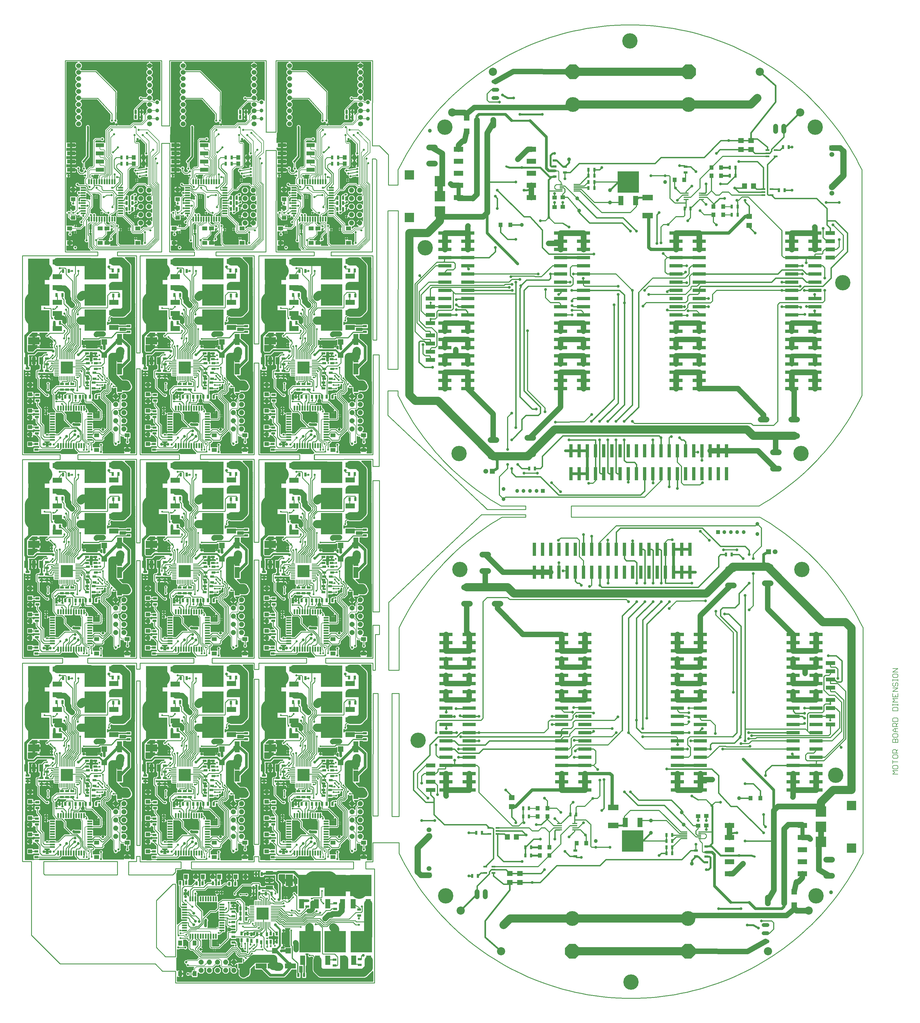
<source format=gtl>
G75*
%MOIN*%
%OFA0B0*%
%FSLAX25Y25*%
%IPPOS*%
%LPD*%
%AMOC8*
5,1,8,0,0,1.08239X$1,22.5*
%
%ADD10C,0.01000*%
%ADD11C,0.00600*%
%ADD12R,0.26378X0.26378*%
%ADD13R,0.11811X0.06299*%
%ADD14R,0.04724X0.03150*%
%ADD15R,0.03150X0.04724*%
%ADD16R,0.05512X0.04724*%
%ADD17R,0.06299X0.13780*%
%ADD18R,0.06693X0.07087*%
%ADD19C,0.04724*%
%ADD20R,0.05906X0.01969*%
%ADD21R,0.01969X0.05906*%
%ADD22R,0.04800X0.08800*%
%ADD23R,0.14173X0.08661*%
%ADD24R,0.06102X0.05118*%
%ADD25C,0.01102*%
%ADD26R,0.15000X0.15000*%
%ADD27OC8,0.06000*%
%ADD28R,0.06299X0.11811*%
%ADD29R,0.04724X0.05512*%
%ADD30R,0.13780X0.06299*%
%ADD31R,0.07087X0.06693*%
%ADD32R,0.08800X0.04800*%
%ADD33R,0.08661X0.14173*%
%ADD34R,0.05118X0.06102*%
%ADD35R,0.05906X0.01772*%
%ADD36C,0.07050*%
%ADD37R,0.04724X0.04724*%
%ADD38C,0.18100*%
%ADD39OC8,0.18100*%
%ADD40R,0.07087X0.06299*%
%ADD41R,0.06299X0.07087*%
%ADD42R,0.03819X0.01220*%
%ADD43C,0.05906*%
%ADD44R,0.05906X0.05906*%
%ADD45C,0.07000*%
%ADD46C,0.06000*%
%ADD47R,0.13000X0.13000*%
%ADD48R,0.11811X0.11811*%
%ADD49R,0.12598X0.07087*%
%ADD50R,0.04724X0.02165*%
%ADD51R,0.11496X0.05984*%
%ADD52R,0.16300X0.03900*%
%ADD53R,0.03900X0.16300*%
%ADD54C,0.04724*%
%ADD55C,0.10000*%
%ADD56R,0.11811X0.04921*%
%ADD57R,0.10000X0.05000*%
%ADD58C,0.06000*%
%ADD59C,0.01600*%
%ADD60C,0.02165*%
%ADD61C,0.03543*%
%ADD62C,0.02484*%
%ADD63C,0.02400*%
%ADD64C,0.03200*%
%ADD65C,0.20000*%
%ADD66C,0.10000*%
%ADD67C,0.02584*%
%ADD68C,0.00700*%
%ADD69C,0.01200*%
%ADD70C,0.05600*%
%ADD71C,0.06600*%
%ADD72C,0.02953*%
%ADD73C,0.00000*%
%ADD74C,0.03450*%
%ADD75C,0.04000*%
%ADD76C,0.02000*%
%ADD77C,0.07600*%
%ADD78C,0.05000*%
%ADD79C,0.18750*%
D10*
X0054042Y0043461D02*
X0019042Y0078461D01*
X0019042Y0168475D01*
X0007930Y0168475D01*
X0007930Y0410926D01*
X0057042Y0410926D01*
X0057042Y0416961D01*
X0057042Y0416925D02*
X0007930Y0416925D01*
X0007930Y0659676D01*
X0053942Y0659676D01*
X0053942Y0665661D01*
X0007930Y0665675D01*
X0007930Y0908426D01*
X0099842Y0908461D01*
X0099842Y0913205D01*
X0060317Y0913205D01*
X0060317Y1146984D01*
X0178028Y1146984D01*
X0178028Y1067211D01*
X0187817Y1067211D01*
X0187842Y1067211D01*
X0187817Y1067211D02*
X0187817Y1146984D01*
X0305528Y1146984D01*
X0305528Y1059711D01*
X0317792Y1059711D01*
X0317792Y1059661D01*
X0305442Y1059661D01*
X0305492Y1059711D02*
X0317817Y1059711D01*
X0317817Y1146984D01*
X0435528Y1146984D01*
X0435442Y1043061D01*
X0443842Y1043061D01*
X0454942Y1031961D01*
X0454942Y0994861D01*
X0466827Y0994861D01*
X0466827Y1013506D01*
X0440742Y1025461D02*
X0440742Y0805661D01*
X0436242Y0805661D01*
X0436138Y0805761D02*
X0436138Y0908519D01*
X0384742Y0908519D01*
X0384842Y0908461D02*
X0384842Y0913261D01*
X0435428Y0913205D01*
X0435428Y1027061D01*
X0439142Y1027061D01*
X0440742Y1025461D01*
X0430318Y1021516D02*
X0429417Y1020961D01*
X0427542Y1026586D02*
X0428347Y1027100D01*
X0416917Y1033461D02*
X0416917Y1045336D01*
X0413447Y1043805D02*
X0406292Y1050961D01*
X0413447Y1043805D02*
X0413447Y1028461D01*
X0401636Y1028461D02*
X0393585Y1028461D01*
X0386498Y1028461D02*
X0380042Y1028461D01*
X0377542Y1025961D01*
X0377542Y1015961D01*
X0382542Y1010961D01*
X0385667Y1007836D01*
X0385667Y0997836D01*
X0382542Y0994711D01*
X0380042Y0992211D01*
X0380042Y0989086D01*
X0380667Y0988461D01*
X0385278Y0988461D01*
X0385376Y0988559D01*
X0385376Y0991709D02*
X0385376Y0993795D01*
X0387542Y0995961D01*
X0387542Y1009086D01*
X0386917Y1009711D01*
X0385376Y1011295D01*
X0385332Y1011295D01*
X0380667Y1015961D01*
X0380667Y1019086D01*
X0382542Y1020961D01*
X0386498Y1020961D01*
X0393585Y1020961D02*
X0401636Y1020961D01*
X0403571Y1012614D02*
X0409802Y1013523D01*
X0417005Y1014735D01*
X0416878Y1010961D02*
X0416981Y1010858D01*
X0416878Y1010961D02*
X0407205Y1009356D01*
X0405971Y1008988D01*
X0408792Y1005510D02*
X0416710Y1007211D01*
X0416981Y1006940D01*
X0383792Y1004711D02*
X0381128Y1004701D01*
X0383792Y1004711D02*
X0383792Y0998461D01*
X0376345Y0991709D01*
X0375015Y0991656D01*
X0376078Y0988271D02*
X0363946Y0988275D01*
X0362503Y0990540D01*
X0362465Y0992919D01*
X0358936Y0994566D01*
X0353093Y0994566D01*
X0353093Y0995409D01*
X0353093Y0998795D01*
X0350042Y0998894D02*
X0349943Y0998795D01*
X0353093Y0995409D02*
X0353167Y0994086D01*
X0353093Y0994566D02*
X0353093Y0992762D01*
X0349612Y0989281D01*
X0346435Y0989281D01*
X0346435Y0989355D01*
X0344769Y0991021D01*
X0344769Y0992433D01*
X0343116Y0994086D01*
X0333792Y0994086D01*
X0332772Y0995432D01*
X0334417Y0985336D02*
X0339633Y0985336D01*
X0339707Y0985409D01*
X0339707Y0982260D02*
X0339658Y0982211D01*
X0346892Y0979423D02*
X0347524Y0978180D01*
X0345042Y0969661D02*
X0339707Y0969661D01*
X0339707Y0966586D02*
X0335042Y0966586D01*
X0336193Y0963362D02*
X0332726Y0960232D01*
X0331917Y0957211D02*
X0332229Y0956898D01*
X0334417Y0956898D01*
X0339729Y0957211D02*
X0339707Y0958126D01*
X0339707Y0960213D01*
X0339707Y0963362D02*
X0336193Y0963362D01*
X0339707Y0966512D02*
X0339707Y0966586D01*
X0345042Y0969469D02*
X0345042Y0969661D01*
X0339707Y0972811D02*
X0335066Y0972811D01*
X0335042Y0972836D01*
X0327542Y0972211D02*
X0327542Y0977555D01*
X0324993Y0970864D02*
X0327542Y0968461D01*
X0327542Y0966866D01*
X0327542Y0964711D01*
X0327542Y0955055D02*
X0327197Y0954711D01*
X0325667Y0948461D02*
X0325042Y0947836D01*
X0325667Y0948461D02*
X0330042Y0948461D01*
X0330042Y0944711D01*
X0337381Y0949719D02*
X0337854Y0950336D01*
X0343792Y0952211D02*
X0343792Y0927211D01*
X0347114Y0932734D02*
X0345674Y0934175D01*
X0345674Y0946718D01*
X0347639Y0948684D01*
X0346794Y0953126D02*
X0344707Y0953126D01*
X0343792Y0952211D01*
X0349943Y0953126D02*
X0350042Y0957211D01*
X0349943Y0957309D01*
X0349006Y0958362D01*
X0349203Y0958289D01*
X0353116Y0958286D02*
X0353093Y0957137D01*
X0353093Y0953126D01*
X0371917Y0953052D02*
X0371990Y0953126D01*
X0371917Y0953200D01*
X0381292Y0953461D02*
X0381917Y0952836D01*
X0381818Y0963362D02*
X0385376Y0963362D01*
X0385376Y0969661D02*
X0385426Y0969711D01*
X0385376Y0972811D02*
X0392724Y0972811D01*
X0392748Y0972836D01*
X0388792Y0975961D02*
X0390042Y0977211D01*
X0390042Y0978461D01*
X0390667Y0979086D01*
X0392748Y0979086D01*
X0388792Y0975961D02*
X0385376Y0975961D01*
X0385426Y0982211D02*
X0385376Y0982260D01*
X0381341Y0982260D01*
X0381242Y0982260D01*
X0376078Y0988271D01*
X0374412Y0982603D02*
X0373348Y0982584D01*
X0372894Y0982502D01*
X0368367Y0982487D01*
X0364768Y0980180D01*
X0356242Y0998795D02*
X0356242Y1002885D01*
X0350979Y1005961D01*
X0342229Y1006586D02*
X0333792Y1006586D01*
X0333167Y1005961D01*
X0321810Y1006213D01*
X0333792Y1011586D02*
X0336292Y1009086D01*
X0339417Y1009086D01*
X0342542Y1011586D01*
X0333792Y1011586D02*
X0333792Y1015336D01*
X0317842Y1037161D02*
X0305442Y1037161D01*
X0305428Y0913205D01*
X0244242Y0913261D01*
X0244242Y0908461D01*
X0291138Y0908519D01*
X0291138Y0800961D01*
X0296742Y0800961D01*
X0296680Y0908426D01*
X0296642Y0908419D02*
X0364442Y0908461D01*
X0364442Y0913205D01*
X0317817Y0913205D01*
X0317842Y1037161D01*
X0298347Y1027100D02*
X0297542Y1026586D01*
X0300318Y1021516D02*
X0299417Y1020961D01*
X0287005Y1014735D02*
X0279802Y1013523D01*
X0273571Y1012614D01*
X0275971Y1008988D02*
X0277205Y1009356D01*
X0286878Y1010961D01*
X0286981Y1010858D01*
X0286710Y1007211D02*
X0286981Y1006940D01*
X0286710Y1007211D02*
X0278792Y1005510D01*
X0271636Y1020961D02*
X0263585Y1020961D01*
X0256498Y1020961D02*
X0252542Y1020961D01*
X0250667Y1019086D01*
X0250667Y1015961D01*
X0255332Y1011295D01*
X0255376Y1011295D01*
X0256917Y1009711D01*
X0257542Y1009086D01*
X0257542Y0995961D01*
X0255376Y0993795D01*
X0255376Y0991709D01*
X0255376Y0988559D02*
X0255278Y0988461D01*
X0250667Y0988461D01*
X0250042Y0989086D01*
X0250042Y0992211D01*
X0252542Y0994711D01*
X0255667Y0997836D01*
X0255667Y1007836D01*
X0252542Y1010961D01*
X0247542Y1015961D01*
X0247542Y1025961D01*
X0250042Y1028461D01*
X0256498Y1028461D01*
X0263585Y1028461D02*
X0271636Y1028461D01*
X0283447Y1028461D02*
X0283447Y1043805D01*
X0276292Y1050961D01*
X0286917Y1045336D02*
X0286917Y1033461D01*
X0252228Y1040829D02*
X0246177Y1034778D01*
X0246090Y1034778D01*
X0248167Y1007836D02*
X0248167Y0999297D01*
X0248290Y0998795D01*
X0253792Y0998461D02*
X0246345Y0991709D01*
X0245015Y0991656D01*
X0246078Y0988271D02*
X0233946Y0988275D01*
X0232503Y0990540D01*
X0232465Y0992919D01*
X0228936Y0994566D01*
X0223093Y0994566D01*
X0223093Y0995409D01*
X0223093Y0998795D01*
X0220042Y0998894D02*
X0219943Y0998795D01*
X0223093Y0995409D02*
X0223167Y0994086D01*
X0223093Y0994566D02*
X0223093Y0992762D01*
X0219612Y0989281D01*
X0216435Y0989281D01*
X0216435Y0989355D01*
X0214769Y0991021D01*
X0214769Y0992433D01*
X0213116Y0994086D01*
X0203792Y0994086D01*
X0202772Y0995432D01*
X0204417Y0985336D02*
X0209633Y0985336D01*
X0209707Y0985409D01*
X0209707Y0982260D02*
X0209658Y0982211D01*
X0216892Y0979423D02*
X0217524Y0978180D01*
X0215042Y0969661D02*
X0209707Y0969661D01*
X0209707Y0966586D02*
X0205042Y0966586D01*
X0206193Y0963362D02*
X0202726Y0960232D01*
X0201917Y0957211D02*
X0202229Y0956898D01*
X0204417Y0956898D01*
X0209729Y0957211D02*
X0209707Y0958126D01*
X0209707Y0960213D01*
X0209707Y0963362D02*
X0206193Y0963362D01*
X0209707Y0966512D02*
X0209707Y0966586D01*
X0215042Y0969469D02*
X0215042Y0969661D01*
X0209707Y0972811D02*
X0205066Y0972811D01*
X0205042Y0972836D01*
X0197542Y0972211D02*
X0197542Y0977555D01*
X0194993Y0970864D02*
X0197542Y0968461D01*
X0197542Y0966866D01*
X0197542Y0964711D01*
X0197542Y0955055D02*
X0197197Y0954711D01*
X0195667Y0948461D02*
X0195042Y0947836D01*
X0195667Y0948461D02*
X0200042Y0948461D01*
X0200042Y0944711D01*
X0207381Y0949719D02*
X0207854Y0950336D01*
X0213792Y0952211D02*
X0213792Y0927211D01*
X0217114Y0932734D02*
X0215674Y0934175D01*
X0215674Y0946718D01*
X0217639Y0948684D01*
X0216794Y0953126D02*
X0214707Y0953126D01*
X0213792Y0952211D01*
X0219943Y0953126D02*
X0220042Y0957211D01*
X0219943Y0957309D01*
X0219006Y0958362D01*
X0219203Y0958289D01*
X0223116Y0958286D02*
X0223093Y0957137D01*
X0223093Y0953126D01*
X0241917Y0953052D02*
X0241990Y0953126D01*
X0241917Y0953200D01*
X0251292Y0953461D02*
X0251917Y0952836D01*
X0251818Y0963362D02*
X0255376Y0963362D01*
X0255376Y0969661D02*
X0255426Y0969711D01*
X0255376Y0972811D02*
X0262724Y0972811D01*
X0262748Y0972836D01*
X0258792Y0975961D02*
X0260042Y0977211D01*
X0260042Y0978461D01*
X0260667Y0979086D01*
X0262748Y0979086D01*
X0258792Y0975961D02*
X0255376Y0975961D01*
X0255426Y0982211D02*
X0255376Y0982260D01*
X0251341Y0982260D01*
X0251242Y0982260D01*
X0246078Y0988271D01*
X0244412Y0982603D02*
X0243348Y0982584D01*
X0242894Y0982502D01*
X0238367Y0982487D01*
X0234768Y0980180D01*
X0226242Y0998795D02*
X0226242Y1002885D01*
X0220979Y1005961D01*
X0212229Y1006586D02*
X0203792Y1006586D01*
X0203167Y1005961D01*
X0191810Y1006213D01*
X0203792Y1011586D02*
X0206292Y1009086D01*
X0209417Y1009086D01*
X0212542Y1011586D01*
X0203792Y1011586D02*
X0203792Y1015336D01*
X0172818Y1021516D02*
X0171917Y1020961D01*
X0170042Y1026586D02*
X0170847Y1027100D01*
X0159417Y1033461D02*
X0159417Y1045336D01*
X0155947Y1043805D02*
X0148792Y1050961D01*
X0155947Y1043805D02*
X0155947Y1028461D01*
X0144136Y1028461D02*
X0136085Y1028461D01*
X0128998Y1028461D02*
X0122542Y1028461D01*
X0120042Y1025961D01*
X0120042Y1015961D01*
X0125042Y1010961D01*
X0128167Y1007836D01*
X0128167Y0997836D01*
X0125042Y0994711D01*
X0122542Y0992211D01*
X0122542Y0989086D01*
X0123167Y0988461D01*
X0127778Y0988461D01*
X0127876Y0988559D01*
X0127876Y0991709D02*
X0127876Y0993795D01*
X0130042Y0995961D01*
X0130042Y1009086D01*
X0129417Y1009711D01*
X0127876Y1011295D01*
X0127832Y1011295D01*
X0123167Y1015961D01*
X0123167Y1019086D01*
X0125042Y1020961D01*
X0128998Y1020961D01*
X0136085Y1020961D02*
X0144136Y1020961D01*
X0146071Y1012614D02*
X0152302Y1013523D01*
X0159505Y1014735D01*
X0159378Y1010961D02*
X0159481Y1010858D01*
X0159378Y1010961D02*
X0149705Y1009356D01*
X0148471Y1008988D01*
X0151292Y1005510D02*
X0159210Y1007211D01*
X0159481Y1006940D01*
X0126292Y1004711D02*
X0123628Y1004701D01*
X0126292Y1004711D02*
X0126292Y0998461D01*
X0118845Y0991709D01*
X0117515Y0991656D01*
X0118578Y0988271D02*
X0106446Y0988275D01*
X0105003Y0990540D01*
X0104965Y0992919D01*
X0101436Y0994566D01*
X0095593Y0994566D01*
X0095593Y0995409D01*
X0095593Y0998795D01*
X0092542Y0998894D02*
X0092443Y0998795D01*
X0095593Y0995409D02*
X0095667Y0994086D01*
X0095593Y0994566D02*
X0095593Y0992762D01*
X0092112Y0989281D01*
X0088935Y0989281D01*
X0088935Y0989355D01*
X0087269Y0991021D01*
X0087269Y0992433D01*
X0085616Y0994086D01*
X0076292Y0994086D01*
X0075272Y0995432D01*
X0076917Y0985336D02*
X0082133Y0985336D01*
X0082207Y0985409D01*
X0082207Y0982260D02*
X0082158Y0982211D01*
X0089392Y0979423D02*
X0090024Y0978180D01*
X0087542Y0969661D02*
X0082207Y0969661D01*
X0082207Y0966586D02*
X0077542Y0966586D01*
X0078693Y0963362D02*
X0075226Y0960232D01*
X0074417Y0957211D02*
X0074729Y0956898D01*
X0076917Y0956898D01*
X0082229Y0957211D02*
X0082207Y0958126D01*
X0082207Y0960213D01*
X0082207Y0963362D02*
X0078693Y0963362D01*
X0082207Y0966512D02*
X0082207Y0966586D01*
X0087542Y0969469D02*
X0087542Y0969661D01*
X0082207Y0972811D02*
X0077566Y0972811D01*
X0077542Y0972836D01*
X0070042Y0972211D02*
X0070042Y0977555D01*
X0067493Y0970864D02*
X0070042Y0968461D01*
X0070042Y0966866D01*
X0070042Y0964711D01*
X0070042Y0955055D02*
X0069697Y0954711D01*
X0068167Y0948461D02*
X0067542Y0947836D01*
X0068167Y0948461D02*
X0072542Y0948461D01*
X0072542Y0944711D01*
X0079881Y0949719D02*
X0080354Y0950336D01*
X0086292Y0952211D02*
X0086292Y0927211D01*
X0089614Y0932734D02*
X0089614Y0919104D01*
X0089614Y0932734D02*
X0088174Y0934175D01*
X0088174Y0946718D01*
X0090139Y0948684D01*
X0089294Y0953126D02*
X0087207Y0953126D01*
X0086292Y0952211D01*
X0092443Y0953126D02*
X0092542Y0957211D01*
X0092443Y0957309D01*
X0091506Y0958362D01*
X0091703Y0958289D01*
X0095616Y0958286D02*
X0095593Y0957137D01*
X0095593Y0953126D01*
X0114417Y0953052D02*
X0114490Y0953126D01*
X0114417Y0953200D01*
X0123792Y0953461D02*
X0124417Y0952836D01*
X0124318Y0963362D02*
X0127876Y0963362D01*
X0127876Y0969661D02*
X0127926Y0969711D01*
X0127876Y0972811D02*
X0135224Y0972811D01*
X0135248Y0972836D01*
X0131292Y0975961D02*
X0127876Y0975961D01*
X0131292Y0975961D02*
X0132542Y0977211D01*
X0132542Y0978461D01*
X0133167Y0979086D01*
X0135248Y0979086D01*
X0127926Y0982211D02*
X0127876Y0982260D01*
X0123841Y0982260D01*
X0123742Y0982260D01*
X0118578Y0988271D01*
X0116912Y0982603D02*
X0115848Y0982584D01*
X0115394Y0982502D01*
X0110867Y0982487D01*
X0107268Y0980180D01*
X0098742Y0998795D02*
X0098742Y1002885D01*
X0093479Y1005961D01*
X0084729Y1006586D02*
X0076292Y1006586D01*
X0075667Y1005961D01*
X0064310Y1006213D01*
X0076292Y1011586D02*
X0078792Y1009086D01*
X0081917Y1009086D01*
X0085042Y1011586D01*
X0076292Y1011586D02*
X0076292Y1015336D01*
X0118590Y1034778D02*
X0118677Y1034778D01*
X0124728Y1040829D01*
X0120667Y1007836D02*
X0120667Y0999297D01*
X0120790Y0998795D01*
X0142335Y0972836D02*
X0145796Y0972836D01*
X0146753Y0973792D01*
X0142335Y0965648D02*
X0142354Y0963187D01*
X0138765Y0961363D01*
X0138792Y0940961D02*
X0138792Y0935336D01*
X0144104Y0929086D01*
X0146292Y0929086D01*
X0157549Y0924212D02*
X0157542Y0937211D01*
X0177928Y0913205D02*
X0178042Y1046061D01*
X0187842Y1046061D01*
X0187817Y0913205D01*
X0217842Y0913205D01*
X0217842Y0908461D01*
X0151680Y0908526D01*
X0151680Y0789861D01*
X0147342Y0789861D01*
X0147388Y0789861D02*
X0151642Y0789861D01*
X0147388Y0789861D02*
X0147388Y0908419D01*
X0124042Y0908419D01*
X0124042Y0908461D02*
X0124042Y0913161D01*
X0177928Y0913205D01*
X0197734Y0893519D02*
X0197531Y0893316D01*
X0197734Y0893519D02*
X0203690Y0893519D01*
X0204921Y0892288D01*
X0204921Y0885854D01*
X0213147Y0877627D01*
X0213147Y0854649D01*
X0217815Y0849981D01*
X0217815Y0847197D01*
X0212492Y0841873D01*
X0212492Y0825761D01*
X0216492Y0821761D01*
X0216492Y0800761D01*
X0213492Y0797761D01*
X0213492Y0794761D01*
X0209194Y0790463D01*
X0209194Y0784795D01*
X0207226Y0784795D02*
X0207226Y0790995D01*
X0211492Y0795261D01*
X0211492Y0798511D01*
X0214742Y0801761D01*
X0214742Y0821011D01*
X0210742Y0825011D01*
X0210742Y0834011D01*
X0207992Y0836761D01*
X0207992Y0844258D01*
X0202492Y0849758D01*
X0202492Y0854761D01*
X0200492Y0856761D01*
X0200492Y0860571D01*
X0200612Y0860691D01*
X0194504Y0859795D02*
X0193525Y0860691D01*
X0194504Y0859795D02*
X0194504Y0851580D01*
X0194175Y0846342D02*
X0191055Y0843222D01*
X0189381Y0843222D01*
X0186867Y0843761D02*
X0186242Y0844386D01*
X0179367Y0844386D01*
X0178742Y0844698D01*
X0186867Y0843761D02*
X0186867Y0833761D01*
X0188117Y0832511D01*
X0188117Y0831886D01*
X0197777Y0826699D02*
X0198847Y0825655D01*
X0199742Y0824761D01*
X0200492Y0824761D01*
X0206742Y0818511D01*
X0206742Y0815761D01*
X0202922Y0811941D01*
X0202922Y0807656D01*
X0202789Y0807524D01*
X0205492Y0805761D02*
X0204242Y0804511D01*
X0204242Y0799261D01*
X0199352Y0794371D01*
X0199352Y0784795D01*
X0201320Y0784795D02*
X0201320Y0792839D01*
X0205992Y0797511D01*
X0205992Y0801011D01*
X0208492Y0803511D01*
X0208492Y0807511D01*
X0205492Y0805761D02*
X0205492Y0811261D01*
X0209242Y0815011D01*
X0209242Y0818636D01*
X0203492Y0824636D01*
X0203286Y0825655D01*
X0203455Y0825655D01*
X0203461Y0825650D01*
X0203461Y0825964D01*
X0203463Y0825966D01*
X0203463Y0827444D01*
X0202947Y0827959D01*
X0206856Y0824030D02*
X0206865Y0832740D01*
X0204242Y0835261D01*
X0204242Y0837011D01*
X0203242Y0838011D01*
X0206242Y0835886D02*
X0206242Y0840995D01*
X0205231Y0842493D01*
X0206242Y0835886D02*
X0208742Y0833386D01*
X0208742Y0824386D01*
X0212867Y0820261D01*
X0212867Y0802511D01*
X0209742Y0799386D01*
X0209742Y0796011D01*
X0205257Y0791526D01*
X0205257Y0784795D01*
X0203289Y0784795D02*
X0203289Y0792058D01*
X0207992Y0796761D01*
X0207992Y0800261D01*
X0211242Y0803511D01*
X0211242Y0819511D01*
X0206856Y0824030D01*
X0214329Y0826353D02*
X0214329Y0839258D01*
X0215507Y0840436D01*
X0215507Y0842217D01*
X0220124Y0846834D01*
X0220124Y0850112D01*
X0214952Y0855284D01*
X0214952Y0885221D01*
X0216492Y0886761D01*
X0216492Y0896261D01*
X0216992Y0896761D01*
X0219992Y0896761D01*
X0220492Y0897261D01*
X0220492Y0900761D01*
X0220304Y0900948D01*
X0219992Y0889761D02*
X0219992Y0885761D01*
X0216992Y0882761D01*
X0216992Y0860154D01*
X0216658Y0859819D01*
X0216658Y0855924D01*
X0222066Y0850516D01*
X0222066Y0846118D01*
X0217617Y0841669D01*
X0217617Y0839479D01*
X0216492Y0838353D01*
X0216492Y0826761D01*
X0219992Y0823261D01*
X0219992Y0798761D01*
X0217492Y0796011D01*
X0217492Y0793761D01*
X0213131Y0789400D01*
X0213131Y0784795D01*
X0211163Y0784795D02*
X0211163Y0789932D01*
X0215607Y0794376D01*
X0215607Y0797042D01*
X0218263Y0799698D01*
X0218263Y0822419D01*
X0214329Y0826353D01*
X0222531Y0818766D02*
X0222492Y0816886D01*
X0222492Y0798011D01*
X0219367Y0794886D01*
X0219367Y0792511D01*
X0215100Y0788244D01*
X0215100Y0784795D01*
X0219151Y0780744D02*
X0222182Y0780744D01*
X0230617Y0789179D01*
X0230617Y0782092D02*
X0230410Y0781886D01*
X0227492Y0781886D01*
X0224381Y0778775D01*
X0219151Y0778775D01*
X0219151Y0776807D02*
X0230120Y0776807D01*
X0231737Y0777304D01*
X0235617Y0773761D02*
X0248117Y0773761D01*
X0251867Y0777511D01*
X0251867Y0787048D01*
X0251758Y0787156D01*
X0246242Y0781886D02*
X0240823Y0781886D01*
X0240617Y0782092D01*
X0240823Y0777511D02*
X0241485Y0777345D01*
X0240823Y0777511D02*
X0246926Y0777511D01*
X0250198Y0771911D02*
X0250215Y0764105D01*
X0252309Y0762011D01*
X0252375Y0762011D01*
X0252375Y0759686D01*
X0251946Y0759257D01*
X0251946Y0757915D01*
X0253505Y0756356D01*
X0254700Y0756356D01*
X0256268Y0754788D01*
X0256268Y0752677D01*
X0254992Y0751400D01*
X0254992Y0745011D01*
X0254367Y0744386D01*
X0251867Y0744386D01*
X0248117Y0740636D01*
X0248117Y0735011D01*
X0255617Y0727511D01*
X0255617Y0697511D01*
X0251192Y0693086D01*
X0248742Y0693136D01*
X0245617Y0696261D01*
X0239992Y0696261D01*
X0236817Y0693086D01*
X0234076Y0693086D01*
X0234076Y0689937D02*
X0237418Y0689937D01*
X0238117Y0690636D01*
X0238117Y0692126D01*
X0239194Y0693111D01*
X0239229Y0693146D01*
X0245606Y0693146D01*
X0248742Y0690011D01*
X0250543Y0689937D01*
X0257492Y0696886D01*
X0257492Y0728136D01*
X0249992Y0735636D01*
X0249992Y0740011D01*
X0252492Y0742511D01*
X0254992Y0742511D01*
X0256867Y0744386D01*
X0256867Y0750854D01*
X0258200Y0752187D01*
X0258200Y0755732D01*
X0254953Y0758978D01*
X0253742Y0753761D02*
X0240823Y0753761D01*
X0238742Y0753554D01*
X0239775Y0757433D02*
X0239775Y0758342D01*
X0241660Y0759386D01*
X0239775Y0757433D02*
X0244336Y0757433D01*
X0244552Y0761309D02*
X0244552Y0761857D01*
X0244552Y0761309D02*
X0249424Y0756436D01*
X0249800Y0760693D02*
X0245482Y0765011D01*
X0241035Y0765011D01*
X0239775Y0765429D01*
X0241485Y0770259D02*
X0241035Y0770636D01*
X0246867Y0770636D01*
X0235617Y0773761D02*
X0232073Y0770217D01*
X0231737Y0770217D01*
X0226246Y0774838D01*
X0219151Y0774838D01*
X0219151Y0772870D02*
X0207226Y0772870D01*
X0206242Y0771886D01*
X0210617Y0767511D01*
X0211242Y0767511D01*
X0213117Y0759961D02*
X0213131Y0758976D01*
X0213117Y0759961D02*
X0213117Y0755971D01*
X0213110Y0755964D01*
X0214309Y0754765D01*
X0216487Y0754765D01*
X0216867Y0754386D01*
X0216867Y0748886D01*
X0193742Y0748886D01*
X0188742Y0744386D01*
X0188742Y0740011D01*
X0189992Y0738761D01*
X0189992Y0723136D01*
X0193742Y0718136D01*
X0199992Y0718136D01*
X0203742Y0714386D01*
X0203742Y0708176D01*
X0212559Y0699359D01*
X0218248Y0699359D01*
X0223540Y0694068D01*
X0223540Y0691333D01*
X0224720Y0690152D01*
X0224720Y0683978D01*
X0224713Y0683970D01*
X0223021Y0683665D02*
X0223021Y0689558D01*
X0221943Y0690635D01*
X0221943Y0693410D01*
X0217592Y0697762D01*
X0203705Y0697762D01*
X0195880Y0689937D01*
X0188407Y0689937D01*
X0182565Y0689937D01*
X0181867Y0690011D01*
X0178840Y0686787D02*
X0188407Y0686787D01*
X0188407Y0683638D02*
X0177615Y0683638D01*
X0174367Y0686886D01*
X0174367Y0700011D01*
X0169367Y0705011D01*
X0169367Y0711467D01*
X0169367Y0718554D02*
X0168815Y0719105D01*
X0161242Y0719105D01*
X0169992Y0725636D02*
X0169992Y0731467D01*
X0169992Y0725636D02*
X0173742Y0721261D01*
X0173742Y0704386D01*
X0176867Y0701261D01*
X0176867Y0688761D01*
X0178840Y0686787D01*
X0173117Y0685636D02*
X0169367Y0689386D01*
X0169367Y0691467D01*
X0173117Y0685636D02*
X0173117Y0676261D01*
X0175617Y0673761D01*
X0191242Y0673761D01*
X0193764Y0676551D01*
X0195494Y0676551D01*
X0198643Y0676551D02*
X0198742Y0673328D01*
X0198742Y0673136D01*
X0197073Y0671467D01*
X0168742Y0671467D01*
X0172492Y0668761D02*
X0163742Y0668761D01*
X0163117Y0669386D01*
X0163117Y0672511D01*
X0161242Y0678480D02*
X0161315Y0678554D01*
X0168742Y0678554D01*
X0173117Y0669386D02*
X0172492Y0668761D01*
X0173117Y0669386D02*
X0212492Y0669386D01*
X0214391Y0671285D01*
X0214391Y0676551D01*
X0211242Y0676551D02*
X0211242Y0681123D01*
X0213215Y0683097D01*
X0215199Y0683097D01*
X0219945Y0687961D01*
X0215791Y0690004D02*
X0215442Y0690004D01*
X0208092Y0682654D01*
X0208092Y0676551D01*
X0204942Y0676551D02*
X0204942Y0681778D01*
X0209077Y0685912D01*
X0209077Y0690425D01*
X0213251Y0694599D01*
X0215950Y0694599D01*
X0205878Y0687974D02*
X0201793Y0683889D01*
X0201793Y0676551D01*
X0199642Y0665661D02*
X0151680Y0665675D01*
X0151642Y0770461D01*
X0147342Y0770461D01*
X0147388Y0665675D01*
X0075742Y0665675D01*
X0075742Y0659661D01*
X0075642Y0659661D02*
X0147388Y0659769D01*
X0147388Y0557911D01*
X0151680Y0557911D01*
X0151680Y0659676D01*
X0199642Y0659676D01*
X0199642Y0665661D01*
X0217541Y0672560D02*
X0221242Y0668761D01*
X0232492Y0668761D01*
X0233117Y0669386D01*
X0236242Y0671608D02*
X0236272Y0671577D01*
X0236242Y0671608D02*
X0236242Y0680636D01*
X0238117Y0680636D01*
X0238742Y0681261D01*
X0238742Y0682511D01*
X0237826Y0683426D01*
X0234389Y0683426D01*
X0234054Y0683761D01*
X0234076Y0683638D01*
X0234076Y0686787D02*
X0237176Y0686787D01*
X0240828Y0683136D01*
X0248742Y0683136D01*
X0249992Y0684386D01*
X0249893Y0686787D01*
X0259367Y0696261D01*
X0259367Y0728761D01*
X0251867Y0736261D01*
X0251867Y0739386D01*
X0253117Y0740636D01*
X0255617Y0740636D01*
X0258742Y0743761D01*
X0258742Y0749741D01*
X0260814Y0751813D01*
X0263117Y0748761D02*
X0270507Y0748870D01*
X0270428Y0749064D01*
X0273195Y0740999D02*
X0269081Y0736886D01*
X0265617Y0736886D01*
X0273195Y0740999D02*
X0273899Y0740999D01*
X0274003Y0741103D01*
X0274155Y0741103D01*
X0274377Y0741325D01*
X0274728Y0741325D01*
X0249367Y0750636D02*
X0243117Y0750636D01*
X0241035Y0746261D02*
X0238742Y0746467D01*
X0241035Y0746261D02*
X0246242Y0746261D01*
X0245617Y0739386D02*
X0241867Y0739386D01*
X0241867Y0736467D01*
X0241660Y0736261D01*
X0234843Y0736530D02*
X0234573Y0736261D01*
X0234573Y0736679D01*
X0234367Y0736886D01*
X0234843Y0736530D02*
X0234843Y0755537D01*
X0235639Y0756333D01*
X0235639Y0761368D01*
X0231682Y0765326D01*
X0231737Y0770217D01*
X0228217Y0769078D02*
X0228217Y0762092D01*
X0231682Y0758350D01*
X0231682Y0758239D01*
X0230617Y0757174D01*
X0230617Y0753554D01*
X0226867Y0750217D02*
X0230617Y0746467D01*
X0226867Y0750217D02*
X0226867Y0759636D01*
X0226697Y0759805D01*
X0226697Y0759863D01*
X0226623Y0759890D01*
X0226623Y0768129D01*
X0223851Y0770901D01*
X0219151Y0770901D01*
X0219151Y0768933D02*
X0223069Y0768933D01*
X0223991Y0768025D01*
X0224011Y0767095D01*
X0221867Y0765011D02*
X0223117Y0763761D01*
X0223117Y0749386D01*
X0221867Y0748136D01*
X0218742Y0743761D02*
X0218742Y0755636D01*
X0216867Y0757511D01*
X0215617Y0757511D01*
X0215100Y0757527D01*
X0215100Y0758976D01*
X0218742Y0760011D02*
X0219992Y0760011D01*
X0221492Y0761511D01*
X0221492Y0763011D01*
X0220725Y0763027D01*
X0219151Y0763027D01*
X0219151Y0764996D02*
X0219381Y0764996D01*
X0219396Y0765011D01*
X0221867Y0765011D01*
X0227667Y0769350D02*
X0224132Y0772870D01*
X0219151Y0772870D01*
X0227667Y0769350D02*
X0228217Y0769078D01*
X0211163Y0758976D02*
X0211163Y0753394D01*
X0212587Y0751970D01*
X0209194Y0755135D02*
X0206276Y0752217D01*
X0206276Y0751970D01*
X0206303Y0754920D02*
X0200106Y0754920D01*
X0200106Y0754919D01*
X0200121Y0751970D01*
X0206303Y0754920D02*
X0207226Y0755842D01*
X0207226Y0758976D01*
X0207226Y0756620D01*
X0209194Y0755135D02*
X0209194Y0758976D01*
X0206276Y0744883D02*
X0200121Y0744883D01*
X0195351Y0744883D01*
X0191867Y0741398D01*
X0197073Y0736261D02*
X0197205Y0736393D01*
X0200486Y0736393D01*
X0200435Y0736444D01*
X0200435Y0736916D01*
X0204160Y0736261D02*
X0204160Y0737929D01*
X0206242Y0740011D01*
X0213117Y0740011D01*
X0213117Y0730636D01*
X0211242Y0728761D01*
X0211242Y0722220D01*
X0214391Y0722220D02*
X0214367Y0726886D01*
X0236242Y0726886D01*
X0241242Y0721886D01*
X0241242Y0719386D01*
X0242346Y0717828D01*
X0247858Y0718789D02*
X0236637Y0730011D01*
X0229367Y0730011D01*
X0229160Y0730217D01*
X0229160Y0736261D01*
X0229367Y0736886D01*
X0229367Y0738554D01*
X0226242Y0740429D01*
X0215823Y0740429D01*
X0212578Y0743674D01*
X0212587Y0744883D01*
X0206276Y0744883D01*
X0209573Y0736261D02*
X0209992Y0735842D01*
X0209992Y0731886D01*
X0208092Y0730035D01*
X0208092Y0722220D01*
X0204942Y0722220D02*
X0204942Y0727560D01*
X0201867Y0730636D01*
X0193117Y0730636D01*
X0199992Y0727511D02*
X0201867Y0725636D01*
X0201867Y0725419D01*
X0201793Y0722220D01*
X0211242Y0728761D02*
X0219992Y0728761D01*
X0222073Y0732092D01*
X0222073Y0736261D01*
X0216867Y0736054D02*
X0216660Y0736261D01*
X0216867Y0736054D02*
X0216867Y0731261D01*
X0214391Y0726910D02*
X0224367Y0726886D01*
X0224992Y0727511D01*
X0224992Y0728136D01*
X0223840Y0722220D02*
X0223742Y0720247D01*
X0226990Y0722220D02*
X0227699Y0721511D01*
X0228700Y0721511D01*
X0230168Y0720044D01*
X0230168Y0718278D01*
X0234076Y0708834D02*
X0234150Y0708761D01*
X0247205Y0708761D01*
X0247858Y0709414D01*
X0247858Y0718789D01*
X0250429Y0713136D02*
X0251742Y0713094D01*
X0279687Y0689100D02*
X0279992Y0688795D01*
X0279975Y0680756D01*
X0281453Y0677033D02*
X0279687Y0675266D01*
X0279687Y0671384D01*
X0291138Y0665675D02*
X0225242Y0665675D01*
X0225242Y0659761D01*
X0291138Y0659769D01*
X0291138Y0558461D01*
X0291042Y0558461D01*
X0291138Y0558461D02*
X0296742Y0558461D01*
X0296680Y0659676D01*
X0346642Y0659676D01*
X0346642Y0665661D01*
X0296680Y0665675D01*
X0296680Y0777711D01*
X0291142Y0777711D01*
X0291138Y0665675D01*
X0308117Y0669386D02*
X0308117Y0672511D01*
X0308117Y0669386D02*
X0308742Y0668761D01*
X0317492Y0668761D01*
X0318117Y0669386D01*
X0357492Y0669386D01*
X0359391Y0671285D01*
X0359391Y0676551D01*
X0356242Y0676551D02*
X0356242Y0681123D01*
X0358215Y0683097D01*
X0360199Y0683097D01*
X0364945Y0687961D01*
X0366943Y0690635D02*
X0368021Y0689558D01*
X0368021Y0683665D01*
X0365617Y0681261D01*
X0363117Y0681261D01*
X0362492Y0680636D01*
X0362492Y0680350D01*
X0362541Y0676551D01*
X0362541Y0672560D01*
X0366242Y0668761D01*
X0377492Y0668761D01*
X0378117Y0669386D01*
X0381242Y0671608D02*
X0381272Y0671577D01*
X0381242Y0671608D02*
X0381242Y0680636D01*
X0383117Y0680636D01*
X0383742Y0681261D01*
X0383742Y0682511D01*
X0382826Y0683426D01*
X0379389Y0683426D01*
X0379054Y0683761D01*
X0379076Y0683638D01*
X0379076Y0686787D02*
X0382176Y0686787D01*
X0385828Y0683136D01*
X0393742Y0683136D01*
X0394992Y0684386D01*
X0394893Y0686787D01*
X0404367Y0696261D01*
X0404367Y0728761D01*
X0396867Y0736261D01*
X0396867Y0739386D01*
X0398117Y0740636D01*
X0400617Y0740636D01*
X0403742Y0743761D01*
X0403742Y0749741D01*
X0405814Y0751813D01*
X0403200Y0752187D02*
X0403200Y0755732D01*
X0399953Y0758978D01*
X0399700Y0756356D02*
X0398505Y0756356D01*
X0396946Y0757915D01*
X0396946Y0759257D01*
X0397375Y0759686D01*
X0397375Y0762011D01*
X0397309Y0762011D01*
X0395215Y0764105D01*
X0395198Y0771911D01*
X0393117Y0773761D02*
X0396867Y0777511D01*
X0396867Y0787048D01*
X0396758Y0787156D01*
X0391242Y0781886D02*
X0385823Y0781886D01*
X0385617Y0782092D01*
X0385823Y0777511D02*
X0386485Y0777345D01*
X0385823Y0777511D02*
X0391926Y0777511D01*
X0393117Y0773761D02*
X0380617Y0773761D01*
X0377073Y0770217D01*
X0376737Y0770217D01*
X0371246Y0774838D01*
X0364151Y0774838D01*
X0364151Y0772870D02*
X0352226Y0772870D01*
X0351242Y0771886D01*
X0355617Y0767511D01*
X0356242Y0767511D01*
X0358117Y0759961D02*
X0358131Y0758976D01*
X0358117Y0759961D02*
X0358117Y0755971D01*
X0358110Y0755964D01*
X0359309Y0754765D01*
X0361487Y0754765D01*
X0361867Y0754386D01*
X0361867Y0748886D01*
X0338742Y0748886D01*
X0333742Y0744386D01*
X0333742Y0740011D01*
X0334992Y0738761D01*
X0334992Y0723136D01*
X0338742Y0718136D01*
X0344992Y0718136D01*
X0348742Y0714386D01*
X0348742Y0708176D01*
X0357559Y0699359D01*
X0363248Y0699359D01*
X0368540Y0694068D01*
X0368540Y0691333D01*
X0369720Y0690152D01*
X0369720Y0683978D01*
X0369713Y0683970D01*
X0366943Y0690635D02*
X0366943Y0693410D01*
X0362592Y0697762D01*
X0348705Y0697762D01*
X0340880Y0689937D01*
X0333407Y0689937D01*
X0327565Y0689937D01*
X0326867Y0690011D01*
X0323840Y0686787D02*
X0333407Y0686787D01*
X0333407Y0683638D02*
X0322615Y0683638D01*
X0319367Y0686886D01*
X0319367Y0700011D01*
X0314367Y0705011D01*
X0314367Y0711467D01*
X0314367Y0718554D02*
X0313815Y0719105D01*
X0306242Y0719105D01*
X0314992Y0725636D02*
X0314992Y0731467D01*
X0314992Y0725636D02*
X0318742Y0721261D01*
X0318742Y0704386D01*
X0321867Y0701261D01*
X0321867Y0688761D01*
X0323840Y0686787D01*
X0318117Y0685636D02*
X0314367Y0689386D01*
X0314367Y0691467D01*
X0318117Y0685636D02*
X0318117Y0676261D01*
X0320617Y0673761D01*
X0336242Y0673761D01*
X0338764Y0676551D01*
X0340494Y0676551D01*
X0343643Y0676551D02*
X0343742Y0673328D01*
X0343742Y0673136D01*
X0342073Y0671467D01*
X0313742Y0671467D01*
X0313742Y0678554D02*
X0306315Y0678554D01*
X0306242Y0678480D01*
X0306242Y0699105D02*
X0313815Y0699105D01*
X0314367Y0698554D01*
X0338117Y0730636D02*
X0346867Y0730636D01*
X0349942Y0727560D01*
X0349942Y0722220D01*
X0346793Y0722220D02*
X0346867Y0725419D01*
X0346867Y0725636D01*
X0344992Y0727511D01*
X0353092Y0730035D02*
X0354992Y0731886D01*
X0354992Y0735842D01*
X0354573Y0736261D01*
X0351242Y0740011D02*
X0358117Y0740011D01*
X0358117Y0730636D01*
X0356242Y0728761D01*
X0356242Y0722220D01*
X0359391Y0722220D02*
X0359367Y0726886D01*
X0381242Y0726886D01*
X0386242Y0721886D01*
X0386242Y0719386D01*
X0387346Y0717828D01*
X0392858Y0718789D02*
X0381637Y0730011D01*
X0374367Y0730011D01*
X0374160Y0730217D01*
X0374160Y0736261D01*
X0374367Y0736886D01*
X0374367Y0738554D01*
X0371242Y0740429D01*
X0360823Y0740429D01*
X0357578Y0743674D01*
X0357587Y0744883D01*
X0351276Y0744883D01*
X0345121Y0744883D01*
X0340351Y0744883D01*
X0336867Y0741398D01*
X0342073Y0736261D02*
X0342205Y0736393D01*
X0345486Y0736393D01*
X0345435Y0736444D01*
X0345435Y0736916D01*
X0349160Y0736261D02*
X0349160Y0737929D01*
X0351242Y0740011D01*
X0353092Y0730035D02*
X0353092Y0722220D01*
X0359391Y0722220D02*
X0359391Y0726910D01*
X0369367Y0726886D01*
X0369992Y0727511D01*
X0369992Y0728136D01*
X0367073Y0732092D02*
X0364992Y0728761D01*
X0356242Y0728761D01*
X0361867Y0731261D02*
X0361867Y0736054D01*
X0361660Y0736261D01*
X0367073Y0736261D02*
X0367073Y0732092D01*
X0368840Y0722220D02*
X0368742Y0720247D01*
X0371990Y0722220D02*
X0372699Y0721511D01*
X0373700Y0721511D01*
X0375168Y0720044D01*
X0375168Y0718278D01*
X0379076Y0708834D02*
X0379150Y0708761D01*
X0392205Y0708761D01*
X0392858Y0709414D01*
X0392858Y0718789D01*
X0395429Y0713136D02*
X0396742Y0713094D01*
X0400617Y0727511D02*
X0400617Y0697511D01*
X0396192Y0693086D01*
X0393742Y0693136D01*
X0390617Y0696261D01*
X0384992Y0696261D01*
X0381817Y0693086D01*
X0379076Y0693086D01*
X0379076Y0689937D02*
X0382418Y0689937D01*
X0383117Y0690636D01*
X0383117Y0692126D01*
X0384194Y0693111D01*
X0384229Y0693146D01*
X0390606Y0693146D01*
X0393742Y0690011D01*
X0395543Y0689937D01*
X0402492Y0696886D01*
X0402492Y0728136D01*
X0394992Y0735636D01*
X0394992Y0740011D01*
X0397492Y0742511D01*
X0399992Y0742511D01*
X0401867Y0744386D01*
X0401867Y0750854D01*
X0403200Y0752187D01*
X0401268Y0752677D02*
X0401268Y0754788D01*
X0399700Y0756356D01*
X0398742Y0753761D02*
X0385823Y0753761D01*
X0383742Y0753554D01*
X0384775Y0757433D02*
X0384775Y0758342D01*
X0386660Y0759386D01*
X0384775Y0757433D02*
X0389336Y0757433D01*
X0389552Y0761309D02*
X0389552Y0761857D01*
X0389552Y0761309D02*
X0394424Y0756436D01*
X0394800Y0760693D02*
X0390482Y0765011D01*
X0386035Y0765011D01*
X0384775Y0765429D01*
X0386485Y0770259D02*
X0386035Y0770636D01*
X0391867Y0770636D01*
X0380639Y0761368D02*
X0380639Y0756333D01*
X0379843Y0755537D01*
X0379843Y0736530D01*
X0379573Y0736261D01*
X0379573Y0736679D01*
X0379367Y0736886D01*
X0386660Y0736261D02*
X0386867Y0736467D01*
X0386867Y0739386D01*
X0390617Y0739386D01*
X0393117Y0740636D02*
X0396867Y0744386D01*
X0399367Y0744386D01*
X0399992Y0745011D01*
X0399992Y0751400D01*
X0401268Y0752677D01*
X0394367Y0750636D02*
X0388117Y0750636D01*
X0386035Y0746261D02*
X0383742Y0746467D01*
X0386035Y0746261D02*
X0391242Y0746261D01*
X0393117Y0740636D02*
X0393117Y0735011D01*
X0400617Y0727511D01*
X0410617Y0736886D02*
X0414081Y0736886D01*
X0418195Y0740999D01*
X0418899Y0740999D01*
X0419003Y0741103D01*
X0419155Y0741103D01*
X0419377Y0741325D01*
X0419728Y0741325D01*
X0415507Y0748870D02*
X0408117Y0748761D01*
X0415428Y0749064D02*
X0415507Y0748870D01*
X0380639Y0761368D02*
X0376682Y0765326D01*
X0376737Y0770217D01*
X0373217Y0769078D02*
X0373217Y0762092D01*
X0376682Y0758350D01*
X0376682Y0758239D01*
X0375617Y0757174D01*
X0375617Y0753554D01*
X0371867Y0750217D02*
X0375617Y0746467D01*
X0371867Y0750217D02*
X0371867Y0759636D01*
X0371697Y0759805D01*
X0371697Y0759863D01*
X0371623Y0759890D01*
X0371623Y0768129D01*
X0368851Y0770901D01*
X0364151Y0770901D01*
X0364151Y0768933D02*
X0368069Y0768933D01*
X0368991Y0768025D01*
X0369011Y0767095D01*
X0366867Y0765011D02*
X0368117Y0763761D01*
X0368117Y0749386D01*
X0366867Y0748136D01*
X0363742Y0743761D02*
X0363742Y0755636D01*
X0361867Y0757511D01*
X0360617Y0757511D01*
X0360100Y0757527D01*
X0360100Y0758976D01*
X0363742Y0760011D02*
X0364992Y0760011D01*
X0366492Y0761511D01*
X0366492Y0763011D01*
X0365725Y0763027D01*
X0364151Y0763027D01*
X0364151Y0764996D02*
X0364381Y0764996D01*
X0364396Y0765011D01*
X0366867Y0765011D01*
X0372667Y0769350D02*
X0373217Y0769078D01*
X0372667Y0769350D02*
X0369132Y0772870D01*
X0364151Y0772870D01*
X0364151Y0776807D02*
X0375120Y0776807D01*
X0376737Y0777304D01*
X0375410Y0781886D02*
X0375617Y0782092D01*
X0375410Y0781886D02*
X0372492Y0781886D01*
X0369381Y0778775D01*
X0364151Y0778775D01*
X0364151Y0780744D02*
X0367182Y0780744D01*
X0375617Y0789179D01*
X0364367Y0792511D02*
X0364367Y0794886D01*
X0367492Y0798011D01*
X0367492Y0816886D01*
X0367531Y0818766D01*
X0364992Y0823261D02*
X0361492Y0826761D01*
X0361492Y0838353D01*
X0362617Y0839479D01*
X0362617Y0841669D01*
X0367066Y0846118D01*
X0367066Y0850516D01*
X0361658Y0855924D01*
X0361658Y0859819D01*
X0361992Y0860154D01*
X0361992Y0882761D01*
X0364992Y0885761D01*
X0364992Y0889761D01*
X0361492Y0886761D02*
X0361492Y0896261D01*
X0361992Y0896761D01*
X0364992Y0896761D01*
X0365492Y0897261D01*
X0365492Y0900761D01*
X0365304Y0900948D01*
X0357492Y0889761D02*
X0353785Y0889761D01*
X0353535Y0890011D01*
X0349921Y0892288D02*
X0348690Y0893519D01*
X0342734Y0893519D01*
X0342531Y0893316D01*
X0343879Y0889942D02*
X0346448Y0890011D01*
X0343879Y0889942D02*
X0339504Y0882830D01*
X0349921Y0885854D02*
X0349921Y0892288D01*
X0349921Y0885854D02*
X0358147Y0877627D01*
X0358147Y0854649D01*
X0362815Y0849981D01*
X0362815Y0847197D01*
X0357492Y0841873D01*
X0357492Y0825761D01*
X0361492Y0821761D01*
X0361492Y0800761D01*
X0358492Y0797761D01*
X0358492Y0794761D01*
X0354194Y0790463D01*
X0354194Y0784795D01*
X0352226Y0784795D02*
X0352226Y0790995D01*
X0356492Y0795261D01*
X0356492Y0798511D01*
X0359742Y0801761D01*
X0359742Y0821011D01*
X0355742Y0825011D01*
X0355742Y0834011D01*
X0352992Y0836761D01*
X0352992Y0844258D01*
X0347492Y0849758D01*
X0347492Y0854761D01*
X0345492Y0856761D01*
X0345492Y0860571D01*
X0345612Y0860691D01*
X0339504Y0859795D02*
X0338525Y0860691D01*
X0339504Y0859795D02*
X0339504Y0851580D01*
X0339175Y0846342D02*
X0336055Y0843222D01*
X0334381Y0843222D01*
X0331867Y0843761D02*
X0331242Y0844386D01*
X0324367Y0844386D01*
X0323742Y0844698D01*
X0331867Y0843761D02*
X0331867Y0833761D01*
X0333117Y0832511D01*
X0333117Y0831886D01*
X0342777Y0826699D02*
X0343847Y0825655D01*
X0344742Y0824761D01*
X0345492Y0824761D01*
X0351742Y0818511D01*
X0351742Y0815761D01*
X0347922Y0811941D01*
X0347922Y0807656D01*
X0347789Y0807524D01*
X0350492Y0805761D02*
X0350492Y0811261D01*
X0354242Y0815011D01*
X0354242Y0818636D01*
X0348492Y0824636D01*
X0348286Y0825655D01*
X0348455Y0825655D01*
X0348461Y0825650D01*
X0348461Y0825964D01*
X0348463Y0825966D01*
X0348463Y0827444D01*
X0347947Y0827959D01*
X0351856Y0824030D02*
X0351865Y0832740D01*
X0349242Y0835261D01*
X0349242Y0837011D01*
X0348242Y0838011D01*
X0351242Y0835886D02*
X0351242Y0840995D01*
X0350231Y0842493D01*
X0351242Y0835886D02*
X0353742Y0833386D01*
X0353742Y0824386D01*
X0357867Y0820261D01*
X0357867Y0802511D01*
X0354742Y0799386D01*
X0354742Y0796011D01*
X0350257Y0791526D01*
X0350257Y0784795D01*
X0348289Y0784795D02*
X0348289Y0792058D01*
X0352992Y0796761D01*
X0352992Y0800261D01*
X0356242Y0803511D01*
X0356242Y0819511D01*
X0351856Y0824030D01*
X0359329Y0826353D02*
X0359329Y0839258D01*
X0360507Y0840436D01*
X0360507Y0842217D01*
X0365124Y0846834D01*
X0365124Y0850112D01*
X0359952Y0855284D01*
X0359952Y0885221D01*
X0361492Y0886761D01*
X0379367Y0900948D02*
X0388117Y0892198D01*
X0388117Y0891886D01*
X0402359Y0894946D02*
X0402768Y0894946D01*
X0402768Y0892562D01*
X0406974Y0892562D01*
X0406974Y0890740D01*
X0413143Y0890740D02*
X0413143Y0883524D01*
X0408323Y0883524D01*
X0408254Y0883455D01*
X0413143Y0890740D02*
X0414060Y0890740D01*
X0413992Y0863761D02*
X0404492Y0863761D01*
X0400742Y0860011D01*
X0400742Y0845761D01*
X0399992Y0845011D01*
X0368492Y0845011D01*
X0364399Y0840918D01*
X0364399Y0836896D01*
X0359329Y0826353D02*
X0363263Y0822419D01*
X0363263Y0799698D01*
X0360607Y0797042D01*
X0360607Y0794376D01*
X0360617Y0794386D01*
X0360607Y0794376D02*
X0356163Y0789932D01*
X0356163Y0784795D01*
X0358131Y0784795D02*
X0358131Y0789400D01*
X0362492Y0793761D01*
X0362492Y0796011D01*
X0364992Y0798761D01*
X0364992Y0823261D01*
X0348117Y0816886D02*
X0348117Y0815636D01*
X0346242Y0813761D01*
X0329992Y0813761D01*
X0326867Y0810636D01*
X0331242Y0809386D02*
X0337492Y0803136D01*
X0335992Y0804761D01*
X0337492Y0803136D02*
X0337492Y0801261D01*
X0335617Y0799386D01*
X0335617Y0796886D01*
X0337492Y0795011D01*
X0337492Y0786886D01*
X0333492Y0782886D01*
X0334015Y0780058D02*
X0335312Y0778761D01*
X0335867Y0778761D01*
X0338332Y0778775D01*
X0338332Y0776807D02*
X0333458Y0776807D01*
X0332900Y0777364D01*
X0332069Y0774838D02*
X0338332Y0774838D01*
X0338332Y0772870D02*
X0332757Y0772870D01*
X0331617Y0769980D01*
X0331367Y0769761D01*
X0334063Y0770082D02*
X0334882Y0770901D01*
X0338332Y0770901D01*
X0337757Y0770901D01*
X0334063Y0770082D02*
X0334063Y0768278D01*
X0332795Y0767011D01*
X0327785Y0767011D01*
X0326867Y0767929D01*
X0326867Y0771261D02*
X0328992Y0771261D01*
X0332069Y0774838D01*
X0326867Y0774386D02*
X0326621Y0774838D01*
X0326867Y0775842D01*
X0326867Y0778761D01*
X0328164Y0780058D01*
X0334015Y0780058D01*
X0338332Y0780744D02*
X0338332Y0784601D01*
X0339242Y0785511D01*
X0339242Y0797011D01*
X0338582Y0797795D01*
X0338635Y0797817D01*
X0342253Y0798305D02*
X0342383Y0798119D01*
X0342383Y0784795D01*
X0344352Y0784795D02*
X0344352Y0794371D01*
X0349242Y0799261D01*
X0349242Y0804511D01*
X0350492Y0805761D01*
X0353492Y0807511D02*
X0353492Y0803511D01*
X0350992Y0801011D01*
X0350992Y0797511D01*
X0346320Y0792839D01*
X0346320Y0784795D01*
X0360100Y0784795D02*
X0360100Y0788244D01*
X0364367Y0792511D01*
X0333742Y0786886D02*
X0329785Y0782929D01*
X0326867Y0782929D01*
X0323359Y0778869D01*
X0323361Y0772183D01*
X0319992Y0767929D02*
X0314785Y0767929D01*
X0314367Y0767511D01*
X0314367Y0760011D01*
X0316242Y0758136D01*
X0316242Y0747511D01*
X0325617Y0738136D01*
X0327492Y0738136D01*
X0328117Y0745011D02*
X0328117Y0752511D01*
X0331867Y0758136D02*
X0329160Y0760842D01*
X0326867Y0760842D01*
X0345106Y0754920D02*
X0345106Y0754919D01*
X0345121Y0751970D01*
X0345106Y0754920D02*
X0351303Y0754920D01*
X0352226Y0755842D01*
X0352226Y0758976D01*
X0352226Y0756620D01*
X0354194Y0755135D02*
X0351276Y0752217D01*
X0351276Y0751970D01*
X0354194Y0755135D02*
X0354194Y0758976D01*
X0356163Y0758976D02*
X0356163Y0753394D01*
X0357587Y0751970D01*
X0326867Y0787511D02*
X0323742Y0787511D01*
X0319717Y0783486D01*
X0319717Y0780311D01*
X0296742Y0777711D02*
X0296680Y0777711D01*
X0306242Y0739105D02*
X0306793Y0738554D01*
X0314992Y0738554D01*
X0358251Y0694599D02*
X0354077Y0690425D01*
X0354077Y0685912D01*
X0349942Y0681778D01*
X0349942Y0676551D01*
X0346793Y0676551D02*
X0346793Y0683889D01*
X0350878Y0687974D01*
X0353092Y0682654D02*
X0360442Y0690004D01*
X0360791Y0690004D01*
X0360950Y0694599D02*
X0358251Y0694599D01*
X0353092Y0682654D02*
X0353092Y0676551D01*
X0364442Y0665661D02*
X0364442Y0659661D01*
X0436138Y0659769D01*
X0436138Y0651361D01*
X0436142Y0651261D02*
X0436142Y0651161D01*
X0443742Y0651161D01*
X0443742Y0787561D01*
X0436342Y0787561D01*
X0436242Y0787561D02*
X0436138Y0665675D01*
X0364542Y0665675D01*
X0364542Y0659661D01*
X0365304Y0652198D02*
X0365492Y0652011D01*
X0365492Y0648511D01*
X0364992Y0648011D01*
X0361992Y0648011D01*
X0361492Y0647511D01*
X0361492Y0638011D01*
X0359952Y0636471D01*
X0359952Y0606534D01*
X0365124Y0601362D01*
X0365124Y0598084D01*
X0360507Y0593467D01*
X0360507Y0591686D01*
X0359329Y0590508D01*
X0359329Y0577603D01*
X0363263Y0573669D01*
X0363263Y0550948D01*
X0360607Y0548292D01*
X0360607Y0545626D01*
X0360617Y0545636D01*
X0360607Y0545626D02*
X0356163Y0541182D01*
X0356163Y0536045D01*
X0358131Y0536045D02*
X0358131Y0540650D01*
X0362492Y0545011D01*
X0362492Y0547261D01*
X0364992Y0550011D01*
X0364992Y0574511D01*
X0361492Y0578011D01*
X0361492Y0589603D01*
X0362617Y0590729D01*
X0362617Y0592919D01*
X0367066Y0597368D01*
X0367066Y0601766D01*
X0361658Y0607174D01*
X0361658Y0611069D01*
X0361992Y0611404D01*
X0361992Y0634011D01*
X0364992Y0637011D01*
X0364992Y0641011D01*
X0357492Y0641011D02*
X0353785Y0641011D01*
X0353535Y0641261D01*
X0349921Y0643538D02*
X0348690Y0644769D01*
X0342734Y0644769D01*
X0342531Y0644566D01*
X0343879Y0641192D02*
X0346448Y0641261D01*
X0343879Y0641192D02*
X0339504Y0634080D01*
X0349921Y0637104D02*
X0349921Y0643538D01*
X0349921Y0637104D02*
X0358147Y0628877D01*
X0358147Y0605899D01*
X0362815Y0601231D01*
X0362815Y0598447D01*
X0357492Y0593123D01*
X0357492Y0577011D01*
X0361492Y0573011D01*
X0361492Y0552011D01*
X0358492Y0549011D01*
X0358492Y0546011D01*
X0354194Y0541713D01*
X0354194Y0536045D01*
X0352226Y0536045D02*
X0352226Y0542245D01*
X0356492Y0546511D01*
X0356492Y0549761D01*
X0359742Y0553011D01*
X0359742Y0572261D01*
X0355742Y0576261D01*
X0355742Y0585261D01*
X0352992Y0588011D01*
X0352992Y0595508D01*
X0347492Y0601008D01*
X0347492Y0606011D01*
X0345492Y0608011D01*
X0345492Y0611821D01*
X0345612Y0611941D01*
X0339504Y0611045D02*
X0338525Y0611941D01*
X0339504Y0611045D02*
X0339504Y0602830D01*
X0339175Y0597592D02*
X0336055Y0594472D01*
X0334381Y0594472D01*
X0331867Y0595011D02*
X0331242Y0595636D01*
X0324367Y0595636D01*
X0323742Y0595948D01*
X0331867Y0595011D02*
X0331867Y0585011D01*
X0333117Y0583761D01*
X0333117Y0583136D01*
X0342777Y0577949D02*
X0343847Y0576905D01*
X0344742Y0576011D01*
X0345492Y0576011D01*
X0351742Y0569761D01*
X0351742Y0567011D01*
X0347922Y0563191D01*
X0347922Y0558906D01*
X0347789Y0558774D01*
X0350492Y0557011D02*
X0350492Y0562511D01*
X0354242Y0566261D01*
X0354242Y0569886D01*
X0348492Y0575886D01*
X0348286Y0576905D01*
X0348455Y0576905D01*
X0348461Y0576900D01*
X0348461Y0577214D01*
X0348463Y0577216D01*
X0348463Y0578694D01*
X0347947Y0579209D01*
X0351856Y0575280D02*
X0351865Y0583990D01*
X0349242Y0586511D01*
X0349242Y0588261D01*
X0348242Y0589261D01*
X0351242Y0587136D02*
X0351242Y0592245D01*
X0350231Y0593743D01*
X0351242Y0587136D02*
X0353742Y0584636D01*
X0353742Y0575636D01*
X0357867Y0571511D01*
X0357867Y0553761D01*
X0354742Y0550636D01*
X0354742Y0547261D01*
X0350257Y0542776D01*
X0350257Y0536045D01*
X0348289Y0536045D02*
X0348289Y0543308D01*
X0352992Y0548011D01*
X0352992Y0551511D01*
X0356242Y0554761D01*
X0356242Y0570761D01*
X0351856Y0575280D01*
X0348117Y0568136D02*
X0348117Y0566886D01*
X0346242Y0565011D01*
X0329992Y0565011D01*
X0326867Y0561886D01*
X0331242Y0560636D02*
X0337492Y0554386D01*
X0335992Y0556011D01*
X0337492Y0554386D02*
X0337492Y0552511D01*
X0335617Y0550636D01*
X0335617Y0548136D01*
X0337492Y0546261D01*
X0337492Y0538136D01*
X0333492Y0534136D01*
X0334015Y0531308D02*
X0335312Y0530011D01*
X0335867Y0530011D01*
X0338332Y0530025D01*
X0338332Y0528057D02*
X0333458Y0528057D01*
X0332900Y0528614D01*
X0332069Y0526088D02*
X0338332Y0526088D01*
X0338332Y0524120D02*
X0332757Y0524120D01*
X0331617Y0521230D01*
X0331367Y0521011D01*
X0334063Y0521332D02*
X0334882Y0522151D01*
X0338332Y0522151D01*
X0337757Y0522151D01*
X0334063Y0521332D02*
X0334063Y0519528D01*
X0332795Y0518261D01*
X0327785Y0518261D01*
X0326867Y0519179D01*
X0326867Y0522511D02*
X0328992Y0522511D01*
X0332069Y0526088D01*
X0326867Y0525636D02*
X0326621Y0526088D01*
X0326867Y0527092D01*
X0326867Y0530011D01*
X0328164Y0531308D01*
X0334015Y0531308D01*
X0338332Y0531994D02*
X0338332Y0535851D01*
X0339242Y0536761D01*
X0339242Y0548261D01*
X0338582Y0549045D01*
X0338635Y0549067D01*
X0342253Y0549555D02*
X0342383Y0549369D01*
X0342383Y0536045D01*
X0344352Y0536045D02*
X0344352Y0545621D01*
X0349242Y0550511D01*
X0349242Y0555761D01*
X0350492Y0557011D01*
X0353492Y0558761D02*
X0353492Y0554761D01*
X0350992Y0552261D01*
X0350992Y0548761D01*
X0346320Y0544089D01*
X0346320Y0536045D01*
X0352226Y0524120D02*
X0351242Y0523136D01*
X0355617Y0518761D01*
X0356242Y0518761D01*
X0352226Y0524120D02*
X0364151Y0524120D01*
X0369132Y0524120D01*
X0372667Y0520600D01*
X0373217Y0520328D01*
X0373217Y0513342D01*
X0376682Y0509600D01*
X0376682Y0509489D01*
X0375617Y0508424D01*
X0375617Y0504804D01*
X0379843Y0506787D02*
X0379843Y0487780D01*
X0379573Y0487511D01*
X0379573Y0487929D01*
X0379367Y0488136D01*
X0374367Y0488136D02*
X0374160Y0487511D01*
X0374160Y0481467D01*
X0374367Y0481261D01*
X0381637Y0481261D01*
X0392858Y0470039D01*
X0392858Y0460664D01*
X0392205Y0460011D01*
X0379150Y0460011D01*
X0379076Y0460084D01*
X0375168Y0469528D02*
X0375168Y0471294D01*
X0373700Y0472761D01*
X0372699Y0472761D01*
X0371990Y0473470D01*
X0368840Y0473470D02*
X0368742Y0471497D01*
X0369367Y0478136D02*
X0369992Y0478761D01*
X0369992Y0479386D01*
X0369367Y0478136D02*
X0359391Y0478160D01*
X0359391Y0473470D01*
X0359367Y0478136D01*
X0381242Y0478136D01*
X0386242Y0473136D01*
X0386242Y0470636D01*
X0387346Y0469078D01*
X0395429Y0464386D02*
X0396742Y0464344D01*
X0400617Y0478761D02*
X0400617Y0448761D01*
X0396192Y0444336D01*
X0393742Y0444386D01*
X0390617Y0447511D01*
X0384992Y0447511D01*
X0381817Y0444336D01*
X0379076Y0444336D01*
X0379076Y0441187D02*
X0382418Y0441187D01*
X0383117Y0441886D01*
X0383117Y0443376D01*
X0384194Y0444361D01*
X0384229Y0444396D01*
X0390606Y0444396D01*
X0393742Y0441261D01*
X0395543Y0441187D01*
X0402492Y0448136D01*
X0402492Y0479386D01*
X0394992Y0486886D01*
X0394992Y0491261D01*
X0397492Y0493761D01*
X0399992Y0493761D01*
X0401867Y0495636D01*
X0401867Y0502104D01*
X0403200Y0503437D01*
X0403200Y0506982D01*
X0399953Y0510228D01*
X0399700Y0507606D02*
X0398505Y0507606D01*
X0396946Y0509165D01*
X0396946Y0510507D01*
X0397375Y0510936D01*
X0397375Y0513261D01*
X0397309Y0513261D01*
X0395215Y0515355D01*
X0395198Y0523161D01*
X0393117Y0525011D02*
X0396867Y0528761D01*
X0396867Y0538298D01*
X0396758Y0538406D01*
X0391242Y0533136D02*
X0385823Y0533136D01*
X0385617Y0533342D01*
X0385823Y0528761D02*
X0386485Y0528595D01*
X0385823Y0528761D02*
X0391926Y0528761D01*
X0393117Y0525011D02*
X0380617Y0525011D01*
X0377073Y0521467D01*
X0376737Y0521467D01*
X0371246Y0526088D01*
X0364151Y0526088D01*
X0364151Y0528057D02*
X0375120Y0528057D01*
X0376737Y0528554D01*
X0375410Y0533136D02*
X0375617Y0533342D01*
X0375410Y0533136D02*
X0372492Y0533136D01*
X0369381Y0530025D01*
X0364151Y0530025D01*
X0364151Y0531994D02*
X0367182Y0531994D01*
X0375617Y0540429D01*
X0364367Y0543761D02*
X0364367Y0546136D01*
X0367492Y0549261D01*
X0367492Y0568136D01*
X0367531Y0570016D01*
X0364399Y0588146D02*
X0364399Y0592168D01*
X0368492Y0596261D01*
X0399992Y0596261D01*
X0400742Y0597011D01*
X0400742Y0611261D01*
X0404492Y0615011D01*
X0413992Y0615011D01*
X0414785Y0614217D01*
X0414785Y0611261D01*
X0407698Y0611261D02*
X0407698Y0603387D01*
X0408254Y0602830D01*
X0408254Y0590316D02*
X0402492Y0584553D01*
X0402492Y0580636D01*
X0408323Y0590247D02*
X0408254Y0590316D01*
X0408254Y0634705D02*
X0408323Y0634774D01*
X0413143Y0634774D01*
X0413143Y0641990D01*
X0414060Y0641990D01*
X0406974Y0641990D02*
X0406974Y0643812D01*
X0402768Y0643812D01*
X0402768Y0646196D01*
X0402359Y0646196D01*
X0388117Y0643448D02*
X0379367Y0652198D01*
X0388117Y0643448D02*
X0388117Y0643136D01*
X0392699Y0669070D02*
X0392804Y0677626D01*
X0371990Y0676551D02*
X0371990Y0671696D01*
X0371867Y0671261D01*
X0346642Y0659676D02*
X0346642Y0659661D01*
X0339504Y0620941D02*
X0340435Y0620011D01*
X0364367Y0543761D02*
X0360100Y0539494D01*
X0360100Y0536045D01*
X0364151Y0522151D02*
X0368851Y0522151D01*
X0371623Y0519379D01*
X0371623Y0511140D01*
X0371697Y0511113D01*
X0371697Y0511055D01*
X0371867Y0510886D01*
X0371867Y0501467D01*
X0375617Y0497717D01*
X0371242Y0491679D02*
X0360823Y0491679D01*
X0357578Y0494924D01*
X0357587Y0496133D01*
X0351276Y0496133D01*
X0345121Y0496133D01*
X0340351Y0496133D01*
X0336867Y0492648D01*
X0334992Y0490011D02*
X0333742Y0491261D01*
X0333742Y0495636D01*
X0338742Y0500136D01*
X0361867Y0500136D01*
X0361867Y0505636D01*
X0361487Y0506015D01*
X0359309Y0506015D01*
X0358110Y0507214D01*
X0358117Y0507221D01*
X0358117Y0511211D01*
X0358131Y0510226D01*
X0356163Y0510226D02*
X0356163Y0504644D01*
X0357587Y0503220D01*
X0354194Y0506385D02*
X0351276Y0503467D01*
X0351276Y0503220D01*
X0351303Y0506170D02*
X0345106Y0506170D01*
X0345106Y0506169D01*
X0345121Y0503220D01*
X0351303Y0506170D02*
X0352226Y0507092D01*
X0352226Y0510226D01*
X0352226Y0507870D01*
X0354194Y0506385D02*
X0354194Y0510226D01*
X0360100Y0510226D02*
X0360100Y0508777D01*
X0360617Y0508761D01*
X0361867Y0508761D01*
X0363742Y0506886D01*
X0363742Y0495011D01*
X0366867Y0499386D02*
X0368117Y0500636D01*
X0368117Y0515011D01*
X0366867Y0516261D01*
X0364396Y0516261D01*
X0364381Y0516246D01*
X0364151Y0516246D01*
X0364151Y0514277D02*
X0365725Y0514277D01*
X0366492Y0514261D01*
X0366492Y0512761D01*
X0364992Y0511261D01*
X0363742Y0511261D01*
X0369011Y0518345D02*
X0368991Y0519275D01*
X0368069Y0520183D01*
X0364151Y0520183D01*
X0376737Y0521467D02*
X0376682Y0516576D01*
X0380639Y0512618D01*
X0380639Y0507583D01*
X0379843Y0506787D01*
X0383742Y0504804D02*
X0385823Y0505011D01*
X0398742Y0505011D01*
X0399992Y0502650D02*
X0401268Y0503927D01*
X0401268Y0506038D01*
X0399700Y0507606D01*
X0399992Y0502650D02*
X0399992Y0496261D01*
X0399367Y0495636D01*
X0396867Y0495636D01*
X0393117Y0491886D01*
X0393117Y0486261D01*
X0400617Y0478761D01*
X0404367Y0480011D02*
X0396867Y0487511D01*
X0396867Y0490636D01*
X0398117Y0491886D01*
X0400617Y0491886D01*
X0403742Y0495011D01*
X0403742Y0500991D01*
X0405814Y0503063D01*
X0408117Y0500011D02*
X0415507Y0500120D01*
X0415428Y0500314D01*
X0418195Y0492249D02*
X0414081Y0488136D01*
X0410617Y0488136D01*
X0418195Y0492249D02*
X0418899Y0492249D01*
X0419003Y0492353D01*
X0419155Y0492353D01*
X0419377Y0492575D01*
X0419728Y0492575D01*
X0404367Y0480011D02*
X0404367Y0447511D01*
X0394893Y0438037D01*
X0394992Y0435636D01*
X0393742Y0434386D01*
X0385828Y0434386D01*
X0382176Y0438037D01*
X0379076Y0438037D01*
X0379054Y0435011D02*
X0379076Y0434888D01*
X0379054Y0435011D02*
X0379389Y0434676D01*
X0382826Y0434676D01*
X0383742Y0433761D01*
X0383742Y0432511D01*
X0383117Y0431886D01*
X0381242Y0431886D01*
X0381242Y0422858D01*
X0381272Y0422827D01*
X0378117Y0420636D02*
X0377492Y0420011D01*
X0366242Y0420011D01*
X0362541Y0423810D01*
X0362541Y0427801D01*
X0362492Y0431600D01*
X0362492Y0431886D01*
X0363117Y0432511D01*
X0365617Y0432511D01*
X0368021Y0434915D01*
X0368021Y0440808D01*
X0366943Y0441885D01*
X0366943Y0444660D01*
X0362592Y0449012D01*
X0348705Y0449012D01*
X0340880Y0441187D01*
X0333407Y0441187D01*
X0327565Y0441187D01*
X0326867Y0441261D01*
X0323840Y0438037D02*
X0333407Y0438037D01*
X0333407Y0434888D02*
X0322615Y0434888D01*
X0319367Y0438136D01*
X0319367Y0451261D01*
X0314367Y0456261D01*
X0314367Y0462717D01*
X0314367Y0469804D02*
X0313815Y0470355D01*
X0306242Y0470355D01*
X0314992Y0476886D02*
X0314992Y0482717D01*
X0314992Y0476886D02*
X0318742Y0472511D01*
X0318742Y0455636D01*
X0321867Y0452511D01*
X0321867Y0440011D01*
X0323840Y0438037D01*
X0318117Y0436886D02*
X0314367Y0440636D01*
X0314367Y0442717D01*
X0318117Y0436886D02*
X0318117Y0427511D01*
X0320617Y0425011D01*
X0336242Y0425011D01*
X0338764Y0427801D01*
X0340494Y0427801D01*
X0343643Y0427801D02*
X0343742Y0424578D01*
X0343742Y0424386D01*
X0342073Y0422717D01*
X0313742Y0422717D01*
X0317492Y0420011D02*
X0308742Y0420011D01*
X0308117Y0420636D01*
X0308117Y0423761D01*
X0306242Y0429730D02*
X0306315Y0429804D01*
X0313742Y0429804D01*
X0318117Y0420636D02*
X0317492Y0420011D01*
X0318117Y0420636D02*
X0357492Y0420636D01*
X0359391Y0422535D01*
X0359391Y0427801D01*
X0356242Y0427801D02*
X0356242Y0432373D01*
X0358215Y0434347D01*
X0360199Y0434347D01*
X0364945Y0439211D01*
X0360791Y0441254D02*
X0360442Y0441254D01*
X0353092Y0433904D01*
X0353092Y0427801D01*
X0349942Y0427801D02*
X0349942Y0433028D01*
X0354077Y0437162D01*
X0354077Y0441675D01*
X0358251Y0445849D01*
X0360950Y0445849D01*
X0363248Y0450609D02*
X0368540Y0445318D01*
X0368540Y0442583D01*
X0369720Y0441402D01*
X0369720Y0435228D01*
X0369713Y0435220D01*
X0371990Y0427801D02*
X0371990Y0422946D01*
X0371867Y0422511D01*
X0378442Y0416961D02*
X0378442Y0416925D01*
X0378442Y0411061D01*
X0436138Y0411019D01*
X0436142Y0411019D01*
X0436142Y0402311D01*
X0438992Y0402261D01*
X0439042Y0445961D01*
X0444042Y0445961D01*
X0444042Y0457211D01*
X0436138Y0457211D01*
X0436138Y0416925D01*
X0378442Y0416925D01*
X0379367Y0403448D02*
X0388117Y0394698D01*
X0388117Y0394386D01*
X0402359Y0397446D02*
X0402768Y0397446D01*
X0402768Y0395062D01*
X0406974Y0395062D01*
X0406974Y0393240D01*
X0413143Y0393240D02*
X0414060Y0393240D01*
X0413143Y0393240D02*
X0413143Y0386024D01*
X0408323Y0386024D01*
X0408254Y0385955D01*
X0404492Y0366261D02*
X0400742Y0362511D01*
X0400742Y0348261D01*
X0399992Y0347511D01*
X0368492Y0347511D01*
X0364399Y0343418D01*
X0364399Y0339396D01*
X0362617Y0341979D02*
X0362617Y0344169D01*
X0367066Y0348618D01*
X0367066Y0353016D01*
X0361658Y0358424D01*
X0361658Y0362319D01*
X0361992Y0362654D01*
X0361992Y0385261D01*
X0364992Y0388261D01*
X0364992Y0392261D01*
X0361492Y0389261D02*
X0359952Y0387721D01*
X0359952Y0357784D01*
X0365124Y0352612D01*
X0365124Y0349334D01*
X0360507Y0344717D01*
X0360507Y0342936D01*
X0359329Y0341758D01*
X0359329Y0328853D01*
X0363263Y0324919D01*
X0363263Y0302198D01*
X0360607Y0299542D01*
X0360607Y0296876D01*
X0360617Y0296886D01*
X0360607Y0296876D02*
X0356163Y0292432D01*
X0356163Y0287295D01*
X0358131Y0287295D02*
X0358131Y0291900D01*
X0362492Y0296261D01*
X0362492Y0298511D01*
X0364992Y0301261D01*
X0364992Y0325761D01*
X0361492Y0329261D01*
X0361492Y0340853D01*
X0362617Y0341979D01*
X0357492Y0344373D02*
X0362815Y0349697D01*
X0362815Y0352481D01*
X0358147Y0357149D01*
X0358147Y0380127D01*
X0349921Y0388354D01*
X0349921Y0394788D01*
X0348690Y0396019D01*
X0342734Y0396019D01*
X0342531Y0395816D01*
X0343879Y0392442D02*
X0346448Y0392511D01*
X0343879Y0392442D02*
X0339504Y0385330D01*
X0339504Y0372191D02*
X0340435Y0371261D01*
X0338525Y0363191D02*
X0339504Y0362295D01*
X0339504Y0354080D01*
X0339175Y0348842D02*
X0336055Y0345722D01*
X0334381Y0345722D01*
X0331867Y0346261D02*
X0331242Y0346886D01*
X0324367Y0346886D01*
X0323742Y0347198D01*
X0331867Y0346261D02*
X0331867Y0336261D01*
X0333117Y0335011D01*
X0333117Y0334386D01*
X0342777Y0329199D02*
X0343847Y0328155D01*
X0344742Y0327261D01*
X0345492Y0327261D01*
X0351742Y0321011D01*
X0351742Y0318261D01*
X0347922Y0314441D01*
X0347922Y0310156D01*
X0347789Y0310024D01*
X0350492Y0308261D02*
X0350492Y0313761D01*
X0354242Y0317511D01*
X0354242Y0321136D01*
X0348492Y0327136D01*
X0348286Y0328155D01*
X0348455Y0328155D01*
X0348461Y0328150D01*
X0348461Y0328464D01*
X0348463Y0328466D01*
X0348463Y0329944D01*
X0347947Y0330459D01*
X0351856Y0326530D02*
X0351865Y0335240D01*
X0349242Y0337761D01*
X0349242Y0339511D01*
X0348242Y0340511D01*
X0351242Y0338386D02*
X0351242Y0343495D01*
X0350231Y0344993D01*
X0352992Y0346758D02*
X0347492Y0352258D01*
X0347492Y0357261D01*
X0345492Y0359261D01*
X0345492Y0363071D01*
X0345612Y0363191D01*
X0352992Y0346758D02*
X0352992Y0339261D01*
X0355742Y0336511D01*
X0355742Y0327511D01*
X0359742Y0323511D01*
X0359742Y0304261D01*
X0356492Y0301011D01*
X0356492Y0297761D01*
X0352226Y0293495D01*
X0352226Y0287295D01*
X0354194Y0287295D02*
X0354194Y0292963D01*
X0358492Y0297261D01*
X0358492Y0300261D01*
X0361492Y0303261D01*
X0361492Y0324261D01*
X0357492Y0328261D01*
X0357492Y0344373D01*
X0351242Y0338386D02*
X0353742Y0335886D01*
X0353742Y0326886D01*
X0357867Y0322761D01*
X0357867Y0305011D01*
X0354742Y0301886D01*
X0354742Y0298511D01*
X0350257Y0294026D01*
X0350257Y0287295D01*
X0348289Y0287295D02*
X0348289Y0294558D01*
X0352992Y0299261D01*
X0352992Y0302761D01*
X0356242Y0306011D01*
X0356242Y0322011D01*
X0351856Y0326530D01*
X0348117Y0319386D02*
X0348117Y0318136D01*
X0346242Y0316261D01*
X0329992Y0316261D01*
X0326867Y0313136D01*
X0331242Y0311886D02*
X0337492Y0305636D01*
X0335992Y0307261D01*
X0337492Y0305636D02*
X0337492Y0303761D01*
X0335617Y0301886D01*
X0335617Y0299386D01*
X0337492Y0297511D01*
X0337492Y0289386D01*
X0333492Y0285386D01*
X0334015Y0282558D02*
X0335312Y0281261D01*
X0335867Y0281261D01*
X0338332Y0281275D01*
X0338332Y0279307D02*
X0333458Y0279307D01*
X0332900Y0279864D01*
X0332069Y0277338D02*
X0338332Y0277338D01*
X0338332Y0275370D02*
X0332757Y0275370D01*
X0331617Y0272480D01*
X0331367Y0272261D01*
X0334063Y0272582D02*
X0334882Y0273401D01*
X0338332Y0273401D01*
X0337757Y0273401D01*
X0334063Y0272582D02*
X0334063Y0270778D01*
X0332795Y0269511D01*
X0327785Y0269511D01*
X0326867Y0270429D01*
X0326867Y0273761D02*
X0328992Y0273761D01*
X0332069Y0277338D01*
X0326867Y0276886D02*
X0326621Y0277338D01*
X0326867Y0278342D01*
X0326867Y0281261D01*
X0328164Y0282558D01*
X0334015Y0282558D01*
X0338332Y0283244D02*
X0338332Y0287101D01*
X0339242Y0288011D01*
X0339242Y0299511D01*
X0338582Y0300295D01*
X0338635Y0300317D01*
X0342253Y0300805D02*
X0342383Y0300619D01*
X0342383Y0287295D01*
X0344352Y0287295D02*
X0344352Y0296871D01*
X0349242Y0301761D01*
X0349242Y0307011D01*
X0350492Y0308261D01*
X0353492Y0310011D02*
X0353492Y0306011D01*
X0350992Y0303511D01*
X0350992Y0300011D01*
X0346320Y0295339D01*
X0346320Y0287295D01*
X0352226Y0275370D02*
X0351242Y0274386D01*
X0355617Y0270011D01*
X0356242Y0270011D01*
X0352226Y0275370D02*
X0364151Y0275370D01*
X0369132Y0275370D01*
X0372667Y0271850D01*
X0373217Y0271578D01*
X0373217Y0264592D01*
X0376682Y0260850D01*
X0376682Y0260739D01*
X0375617Y0259674D01*
X0375617Y0256054D01*
X0379843Y0258037D02*
X0379843Y0239030D01*
X0379573Y0238761D01*
X0379573Y0239179D01*
X0379367Y0239386D01*
X0374367Y0239386D02*
X0374367Y0241054D01*
X0371242Y0242929D01*
X0360823Y0242929D01*
X0357578Y0246174D01*
X0357587Y0247383D01*
X0351276Y0247383D01*
X0345121Y0247383D01*
X0340351Y0247383D01*
X0336867Y0243898D01*
X0334992Y0241261D02*
X0333742Y0242511D01*
X0333742Y0246886D01*
X0338742Y0251386D01*
X0361867Y0251386D01*
X0361867Y0256886D01*
X0361487Y0257265D01*
X0359309Y0257265D01*
X0358110Y0258464D01*
X0358117Y0258471D01*
X0358117Y0262461D01*
X0358131Y0261476D01*
X0356163Y0261476D02*
X0356163Y0255894D01*
X0357587Y0254470D01*
X0354194Y0257635D02*
X0351276Y0254717D01*
X0351276Y0254470D01*
X0351303Y0257420D02*
X0345106Y0257420D01*
X0345106Y0257419D01*
X0345121Y0254470D01*
X0351303Y0257420D02*
X0352226Y0258342D01*
X0352226Y0261476D01*
X0352226Y0259120D01*
X0354194Y0257635D02*
X0354194Y0261476D01*
X0360100Y0261476D02*
X0360100Y0260027D01*
X0360617Y0260011D01*
X0361867Y0260011D01*
X0363742Y0258136D01*
X0363742Y0246261D01*
X0366867Y0250636D02*
X0368117Y0251886D01*
X0368117Y0266261D01*
X0366867Y0267511D01*
X0364396Y0267511D01*
X0364381Y0267496D01*
X0364151Y0267496D01*
X0364151Y0265527D02*
X0365725Y0265527D01*
X0366492Y0265511D01*
X0366492Y0264011D01*
X0364992Y0262511D01*
X0363742Y0262511D01*
X0371623Y0262390D02*
X0371623Y0270629D01*
X0368851Y0273401D01*
X0364151Y0273401D01*
X0364151Y0271433D02*
X0368069Y0271433D01*
X0368991Y0270525D01*
X0369011Y0269595D01*
X0371623Y0262390D02*
X0371697Y0262363D01*
X0371697Y0262305D01*
X0371867Y0262136D01*
X0371867Y0252717D01*
X0375617Y0248967D01*
X0383742Y0248967D02*
X0386035Y0248761D01*
X0391242Y0248761D01*
X0388117Y0253136D02*
X0394367Y0253136D01*
X0398742Y0256261D02*
X0385823Y0256261D01*
X0383742Y0256054D01*
X0384775Y0259933D02*
X0384775Y0260842D01*
X0386660Y0261886D01*
X0384775Y0259933D02*
X0389336Y0259933D01*
X0389552Y0263809D02*
X0394424Y0258936D01*
X0396946Y0260415D02*
X0396946Y0261757D01*
X0397375Y0262186D01*
X0397375Y0264511D01*
X0397309Y0264511D01*
X0395215Y0266605D01*
X0395198Y0274411D01*
X0393117Y0276261D02*
X0380617Y0276261D01*
X0377073Y0272717D01*
X0376737Y0272717D01*
X0371246Y0277338D01*
X0364151Y0277338D01*
X0364151Y0279307D02*
X0375120Y0279307D01*
X0376737Y0279804D01*
X0375410Y0284386D02*
X0375617Y0284592D01*
X0375410Y0284386D02*
X0372492Y0284386D01*
X0369381Y0281275D01*
X0364151Y0281275D01*
X0364151Y0283244D02*
X0367182Y0283244D01*
X0375617Y0291679D01*
X0364367Y0295011D02*
X0364367Y0297386D01*
X0367492Y0300511D01*
X0367492Y0319386D01*
X0367531Y0321266D01*
X0364367Y0295011D02*
X0360100Y0290744D01*
X0360100Y0287295D01*
X0376737Y0272717D02*
X0376682Y0267826D01*
X0380639Y0263868D01*
X0380639Y0258833D01*
X0379843Y0258037D01*
X0384775Y0267929D02*
X0386035Y0267511D01*
X0390482Y0267511D01*
X0394800Y0263193D01*
X0396946Y0260415D02*
X0398505Y0258856D01*
X0399700Y0258856D01*
X0401268Y0257288D01*
X0401268Y0255177D01*
X0399992Y0253900D01*
X0399992Y0247511D01*
X0399367Y0246886D01*
X0396867Y0246886D01*
X0393117Y0243136D01*
X0393117Y0237511D01*
X0400617Y0230011D01*
X0400617Y0200011D01*
X0396192Y0195586D01*
X0393742Y0195636D01*
X0390617Y0198761D01*
X0384992Y0198761D01*
X0381817Y0195586D01*
X0379076Y0195586D01*
X0379076Y0192437D02*
X0382418Y0192437D01*
X0383117Y0193136D01*
X0383117Y0194626D01*
X0384194Y0195611D01*
X0384229Y0195646D01*
X0390606Y0195646D01*
X0393742Y0192511D01*
X0395543Y0192437D01*
X0402492Y0199386D01*
X0402492Y0230636D01*
X0394992Y0238136D01*
X0394992Y0242511D01*
X0397492Y0245011D01*
X0399992Y0245011D01*
X0401867Y0246886D01*
X0401867Y0253354D01*
X0403200Y0254687D01*
X0403200Y0258232D01*
X0399953Y0261478D01*
X0405814Y0254313D02*
X0403742Y0252241D01*
X0403742Y0246261D01*
X0400617Y0243136D01*
X0398117Y0243136D01*
X0396867Y0241886D01*
X0396867Y0238761D01*
X0404367Y0231261D01*
X0404367Y0198761D01*
X0394893Y0189287D01*
X0394992Y0186886D01*
X0393742Y0185636D01*
X0385828Y0185636D01*
X0382176Y0189287D01*
X0379076Y0189287D01*
X0379054Y0186261D02*
X0379076Y0186138D01*
X0379054Y0186261D02*
X0379389Y0185926D01*
X0382826Y0185926D01*
X0383742Y0185011D01*
X0383742Y0183761D01*
X0383117Y0183136D01*
X0381242Y0183136D01*
X0381242Y0174108D01*
X0381272Y0174077D01*
X0378117Y0171886D02*
X0377492Y0171261D01*
X0366242Y0171261D01*
X0362541Y0175060D01*
X0362541Y0179051D01*
X0362492Y0182850D01*
X0362492Y0183136D01*
X0363117Y0183761D01*
X0365617Y0183761D01*
X0368021Y0186165D01*
X0368021Y0192058D01*
X0366943Y0193135D01*
X0366943Y0195910D01*
X0362592Y0200262D01*
X0348705Y0200262D01*
X0340880Y0192437D01*
X0333407Y0192437D01*
X0327565Y0192437D01*
X0326867Y0192511D01*
X0323840Y0189287D02*
X0333407Y0189287D01*
X0333407Y0186138D02*
X0322615Y0186138D01*
X0319367Y0189386D01*
X0319367Y0202511D01*
X0314367Y0207511D01*
X0314367Y0213967D01*
X0314367Y0221054D02*
X0313815Y0221605D01*
X0306242Y0221605D01*
X0314992Y0228136D02*
X0318742Y0223761D01*
X0318742Y0206886D01*
X0321867Y0203761D01*
X0321867Y0191261D01*
X0323840Y0189287D01*
X0318117Y0188136D02*
X0314367Y0191886D01*
X0314367Y0193967D01*
X0318117Y0188136D02*
X0318117Y0178761D01*
X0320617Y0176261D01*
X0336242Y0176261D01*
X0338764Y0179051D01*
X0340494Y0179051D01*
X0343643Y0179051D02*
X0343742Y0175828D01*
X0343742Y0175636D01*
X0342073Y0173967D01*
X0313742Y0173967D01*
X0317492Y0171261D02*
X0308742Y0171261D01*
X0308117Y0171886D01*
X0308117Y0175011D01*
X0306242Y0180980D02*
X0306315Y0181054D01*
X0313742Y0181054D01*
X0318117Y0171886D02*
X0317492Y0171261D01*
X0318117Y0171886D02*
X0357492Y0171886D01*
X0359391Y0173785D01*
X0359391Y0179051D01*
X0356242Y0179051D02*
X0356242Y0183623D01*
X0358215Y0185597D01*
X0360199Y0185597D01*
X0364945Y0190461D01*
X0360791Y0192504D02*
X0360442Y0192504D01*
X0353092Y0185154D01*
X0353092Y0179051D01*
X0349942Y0179051D02*
X0349942Y0184278D01*
X0354077Y0188412D01*
X0354077Y0192925D01*
X0358251Y0197099D01*
X0360950Y0197099D01*
X0363248Y0201859D02*
X0368540Y0196568D01*
X0368540Y0193833D01*
X0369720Y0192652D01*
X0369720Y0186478D01*
X0369713Y0186470D01*
X0371990Y0179051D02*
X0371990Y0174196D01*
X0371867Y0173761D01*
X0392699Y0171570D02*
X0392804Y0180126D01*
X0412342Y0168161D02*
X0412342Y0159661D01*
X0214542Y0159661D01*
X0214442Y0159761D01*
X0214342Y0160111D01*
X0214342Y0168161D01*
X0291138Y0168175D01*
X0291142Y0168175D01*
X0291142Y0168161D01*
X0291142Y0168175D02*
X0291142Y0174561D01*
X0296680Y0174561D01*
X0296680Y0168175D01*
X0412342Y0168161D01*
X0424687Y0173884D02*
X0424687Y0177766D01*
X0426453Y0179533D01*
X0424975Y0183256D02*
X0424992Y0191295D01*
X0424687Y0191600D01*
X0436138Y0191661D02*
X0436138Y0168175D01*
X0427242Y0168175D01*
X0427242Y0159561D01*
X0427242Y0159573D02*
X0437957Y0159573D01*
X0437857Y0020111D01*
X0437851Y0020114D02*
X0195006Y0020114D01*
X0195006Y0034711D01*
X0179042Y0034711D01*
X0170292Y0043461D01*
X0054042Y0043461D01*
X0035292Y0152211D02*
X0124042Y0152211D01*
X0124042Y0168461D01*
X0034042Y0168461D01*
X0034042Y0153461D01*
X0035292Y0152211D01*
X0028742Y0171261D02*
X0019992Y0171261D01*
X0019367Y0171886D01*
X0019367Y0175011D01*
X0024992Y0173967D02*
X0053323Y0173967D01*
X0054992Y0175636D01*
X0054992Y0175828D01*
X0054893Y0179051D01*
X0051744Y0179051D02*
X0050014Y0179051D01*
X0047492Y0176261D01*
X0031867Y0176261D01*
X0029367Y0178761D01*
X0029367Y0188136D01*
X0025617Y0191886D01*
X0025617Y0193967D01*
X0030617Y0189386D02*
X0030617Y0202511D01*
X0025617Y0207511D01*
X0025617Y0213967D01*
X0025617Y0221054D02*
X0025065Y0221605D01*
X0017492Y0221605D01*
X0026242Y0228136D02*
X0029992Y0223761D01*
X0029992Y0206886D01*
X0033117Y0203761D01*
X0033117Y0191261D01*
X0035090Y0189287D01*
X0044657Y0189287D01*
X0044657Y0186138D02*
X0033865Y0186138D01*
X0030617Y0189386D01*
X0038117Y0192511D02*
X0038815Y0192437D01*
X0044657Y0192437D01*
X0052130Y0192437D01*
X0059955Y0200262D01*
X0073842Y0200262D01*
X0078193Y0195910D01*
X0078193Y0193135D01*
X0079271Y0192058D01*
X0079271Y0186165D01*
X0076867Y0183761D01*
X0074367Y0183761D01*
X0073742Y0183136D01*
X0073742Y0182850D01*
X0073791Y0179051D01*
X0073791Y0175060D01*
X0077492Y0171261D01*
X0088742Y0171261D01*
X0089367Y0171886D01*
X0092492Y0174108D02*
X0092522Y0174077D01*
X0092492Y0174108D02*
X0092492Y0183136D01*
X0094367Y0183136D01*
X0094992Y0183761D01*
X0094992Y0185011D01*
X0094076Y0185926D01*
X0090639Y0185926D01*
X0090304Y0186261D01*
X0090326Y0186138D01*
X0090326Y0189287D02*
X0093426Y0189287D01*
X0097078Y0185636D01*
X0104992Y0185636D01*
X0106242Y0186886D01*
X0106143Y0189287D01*
X0115617Y0198761D01*
X0115617Y0231261D01*
X0108117Y0238761D01*
X0108117Y0241886D01*
X0109367Y0243136D01*
X0111867Y0243136D01*
X0114992Y0246261D01*
X0114992Y0252241D01*
X0117064Y0254313D01*
X0114450Y0254687D02*
X0114450Y0258232D01*
X0111203Y0261478D01*
X0110950Y0258856D02*
X0109755Y0258856D01*
X0108196Y0260415D01*
X0108196Y0261757D01*
X0108625Y0262186D01*
X0108625Y0264511D01*
X0108559Y0264511D01*
X0106465Y0266605D01*
X0106448Y0274411D01*
X0104367Y0276261D02*
X0091867Y0276261D01*
X0088323Y0272717D01*
X0087987Y0272717D01*
X0082496Y0277338D01*
X0075401Y0277338D01*
X0075401Y0275370D02*
X0063476Y0275370D01*
X0062492Y0274386D01*
X0066867Y0270011D01*
X0067492Y0270011D01*
X0069367Y0262461D02*
X0069381Y0261476D01*
X0069367Y0262461D02*
X0069367Y0258471D01*
X0069360Y0258464D01*
X0070559Y0257265D01*
X0072737Y0257265D01*
X0073117Y0256886D01*
X0073117Y0251386D01*
X0049992Y0251386D01*
X0044992Y0246886D01*
X0044992Y0242511D01*
X0046242Y0241261D01*
X0046242Y0225636D01*
X0049992Y0220636D01*
X0056242Y0220636D01*
X0059992Y0216886D01*
X0059992Y0210676D01*
X0068809Y0201859D01*
X0074498Y0201859D01*
X0079790Y0196568D01*
X0079790Y0193833D01*
X0080970Y0192652D01*
X0080970Y0186478D01*
X0080963Y0186470D01*
X0076195Y0190461D02*
X0071449Y0185597D01*
X0069465Y0185597D01*
X0067492Y0183623D01*
X0067492Y0179051D01*
X0070641Y0179051D02*
X0070641Y0173785D01*
X0068742Y0171886D01*
X0029367Y0171886D01*
X0028742Y0171261D01*
X0024992Y0181054D02*
X0017565Y0181054D01*
X0017492Y0180980D01*
X0017492Y0201605D02*
X0025065Y0201605D01*
X0025617Y0201054D01*
X0026242Y0228136D02*
X0026242Y0233967D01*
X0026242Y0241054D02*
X0018043Y0241054D01*
X0017492Y0241605D01*
X0027492Y0250011D02*
X0027492Y0260636D01*
X0025617Y0262511D01*
X0025617Y0270011D01*
X0026035Y0270429D01*
X0031242Y0270429D01*
X0034611Y0274683D02*
X0034609Y0281369D01*
X0038117Y0285429D01*
X0041035Y0285429D01*
X0044992Y0289386D01*
X0048742Y0289386D02*
X0048742Y0297511D01*
X0046867Y0299386D01*
X0046867Y0301886D01*
X0048742Y0303761D01*
X0048742Y0305636D01*
X0047242Y0307261D01*
X0048742Y0305636D02*
X0042492Y0311886D01*
X0041242Y0316261D02*
X0038117Y0313136D01*
X0041242Y0316261D02*
X0057492Y0316261D01*
X0059367Y0318136D01*
X0059367Y0319386D01*
X0062992Y0318261D02*
X0059172Y0314441D01*
X0059172Y0310156D01*
X0059039Y0310024D01*
X0061742Y0308261D02*
X0061742Y0313761D01*
X0065492Y0317511D01*
X0065492Y0321136D01*
X0059742Y0327136D01*
X0059536Y0328155D01*
X0059705Y0328155D01*
X0059711Y0328150D01*
X0059711Y0328464D01*
X0059713Y0328466D01*
X0059713Y0329944D01*
X0059197Y0330459D01*
X0056742Y0327261D02*
X0062992Y0321011D01*
X0062992Y0318261D01*
X0067492Y0322011D02*
X0063106Y0326530D01*
X0063115Y0335240D01*
X0060492Y0337761D01*
X0060492Y0339511D01*
X0059492Y0340511D01*
X0062492Y0338386D02*
X0062492Y0343495D01*
X0061481Y0344993D01*
X0064242Y0346758D02*
X0058742Y0352258D01*
X0058742Y0357261D01*
X0056742Y0359261D01*
X0056742Y0363071D01*
X0056862Y0363191D01*
X0050754Y0362295D02*
X0050754Y0354080D01*
X0050425Y0348842D02*
X0047305Y0345722D01*
X0045631Y0345722D01*
X0043117Y0346261D02*
X0042492Y0346886D01*
X0035617Y0346886D01*
X0034992Y0347198D01*
X0043117Y0346261D02*
X0043117Y0336261D01*
X0044367Y0335011D01*
X0044367Y0334386D01*
X0054027Y0329199D02*
X0055097Y0328155D01*
X0055992Y0327261D01*
X0056742Y0327261D01*
X0064992Y0326886D02*
X0069117Y0322761D01*
X0069117Y0305011D01*
X0065992Y0301886D01*
X0065992Y0298511D01*
X0061507Y0294026D01*
X0061507Y0287295D01*
X0059539Y0287295D02*
X0059539Y0294558D01*
X0064242Y0299261D01*
X0064242Y0302761D01*
X0067492Y0306011D01*
X0067492Y0322011D01*
X0070992Y0323511D02*
X0066992Y0327511D01*
X0066992Y0336511D01*
X0064242Y0339261D01*
X0064242Y0346758D01*
X0068742Y0344373D02*
X0068742Y0328261D01*
X0072742Y0324261D01*
X0072742Y0303261D01*
X0069742Y0300261D01*
X0069742Y0297261D01*
X0065444Y0292963D01*
X0065444Y0287295D01*
X0063476Y0287295D02*
X0063476Y0293495D01*
X0067742Y0297761D01*
X0067742Y0301011D01*
X0070992Y0304261D01*
X0070992Y0323511D01*
X0074513Y0324919D02*
X0074513Y0302198D01*
X0071857Y0299542D01*
X0071857Y0296876D01*
X0071867Y0296886D01*
X0071857Y0296876D02*
X0067413Y0292432D01*
X0067413Y0287295D01*
X0069381Y0287295D02*
X0069381Y0291900D01*
X0073742Y0296261D01*
X0073742Y0298511D01*
X0076242Y0301261D01*
X0076242Y0325761D01*
X0072742Y0329261D01*
X0072742Y0340853D01*
X0073867Y0341979D01*
X0073867Y0344169D01*
X0078316Y0348618D01*
X0078316Y0353016D01*
X0072908Y0358424D01*
X0072908Y0362319D01*
X0073242Y0362654D01*
X0073242Y0385261D01*
X0076242Y0388261D01*
X0076242Y0392261D01*
X0072742Y0389261D02*
X0072742Y0398761D01*
X0073242Y0399261D01*
X0076242Y0399261D01*
X0076742Y0399761D01*
X0076742Y0403261D01*
X0076554Y0403448D01*
X0087642Y0411061D02*
X0147388Y0411019D01*
X0147442Y0411019D01*
X0147442Y0403461D01*
X0151642Y0403461D01*
X0151642Y0410926D01*
X0151680Y0410926D01*
X0217442Y0410961D01*
X0217442Y0416925D01*
X0217442Y0416961D01*
X0217442Y0416925D02*
X0151680Y0416925D01*
X0151642Y0536161D01*
X0147442Y0536161D01*
X0147342Y0536161D01*
X0147442Y0536161D02*
X0147388Y0416925D01*
X0087742Y0416861D01*
X0087742Y0410961D01*
X0087642Y0411061D02*
X0087642Y0416961D01*
X0088742Y0420011D02*
X0077492Y0420011D01*
X0073791Y0423810D01*
X0073791Y0427801D01*
X0073742Y0431600D01*
X0073742Y0431886D01*
X0074367Y0432511D01*
X0076867Y0432511D01*
X0079271Y0434915D01*
X0079271Y0440808D01*
X0078193Y0441885D01*
X0078193Y0444660D01*
X0073842Y0449012D01*
X0059955Y0449012D01*
X0052130Y0441187D01*
X0044657Y0441187D01*
X0038815Y0441187D01*
X0038117Y0441261D01*
X0035090Y0438037D02*
X0044657Y0438037D01*
X0044657Y0434888D02*
X0033865Y0434888D01*
X0030617Y0438136D01*
X0030617Y0451261D01*
X0025617Y0456261D01*
X0025617Y0462717D01*
X0025617Y0469804D02*
X0025065Y0470355D01*
X0017492Y0470355D01*
X0026242Y0476886D02*
X0026242Y0482717D01*
X0026242Y0476886D02*
X0029992Y0472511D01*
X0029992Y0455636D01*
X0033117Y0452511D01*
X0033117Y0440011D01*
X0035090Y0438037D01*
X0029367Y0436886D02*
X0029367Y0427511D01*
X0031867Y0425011D01*
X0047492Y0425011D01*
X0050014Y0427801D01*
X0051744Y0427801D01*
X0054893Y0427801D02*
X0054992Y0424578D01*
X0054992Y0424386D01*
X0053323Y0422717D01*
X0024992Y0422717D01*
X0028742Y0420011D02*
X0019992Y0420011D01*
X0019367Y0420636D01*
X0019367Y0423761D01*
X0017492Y0429730D02*
X0017565Y0429804D01*
X0024992Y0429804D01*
X0029367Y0436886D02*
X0025617Y0440636D01*
X0025617Y0442717D01*
X0025617Y0449804D02*
X0025065Y0450355D01*
X0017492Y0450355D01*
X0029367Y0420636D02*
X0028742Y0420011D01*
X0029367Y0420636D02*
X0068742Y0420636D01*
X0070641Y0422535D01*
X0070641Y0427801D01*
X0067492Y0427801D02*
X0067492Y0432373D01*
X0069465Y0434347D01*
X0071449Y0434347D01*
X0076195Y0439211D01*
X0072041Y0441254D02*
X0071692Y0441254D01*
X0064342Y0433904D01*
X0064342Y0427801D01*
X0061192Y0427801D02*
X0061192Y0433028D01*
X0065327Y0437162D01*
X0065327Y0441675D01*
X0069501Y0445849D01*
X0072200Y0445849D01*
X0074498Y0450609D02*
X0079790Y0445318D01*
X0079790Y0442583D01*
X0080970Y0441402D01*
X0080970Y0435228D01*
X0080963Y0435220D01*
X0083240Y0427801D02*
X0083240Y0422946D01*
X0083117Y0422511D01*
X0088742Y0420011D02*
X0089367Y0420636D01*
X0092492Y0422858D02*
X0092522Y0422827D01*
X0092492Y0422858D02*
X0092492Y0431886D01*
X0094367Y0431886D01*
X0094992Y0432511D01*
X0094992Y0433761D01*
X0094076Y0434676D01*
X0090639Y0434676D01*
X0090304Y0435011D01*
X0090326Y0434888D01*
X0090326Y0438037D02*
X0093426Y0438037D01*
X0097078Y0434386D01*
X0104992Y0434386D01*
X0106242Y0435636D01*
X0106143Y0438037D01*
X0115617Y0447511D01*
X0115617Y0480011D01*
X0108117Y0487511D01*
X0108117Y0490636D01*
X0109367Y0491886D01*
X0111867Y0491886D01*
X0114992Y0495011D01*
X0114992Y0500991D01*
X0117064Y0503063D01*
X0114450Y0503437D02*
X0113117Y0502104D01*
X0113117Y0495636D01*
X0111242Y0493761D01*
X0108742Y0493761D01*
X0106242Y0491261D01*
X0106242Y0486886D01*
X0113742Y0479386D01*
X0113742Y0448136D01*
X0106793Y0441187D01*
X0104992Y0441261D01*
X0101856Y0444396D01*
X0095479Y0444396D01*
X0095444Y0444361D01*
X0094367Y0443376D01*
X0094367Y0441886D01*
X0093668Y0441187D01*
X0090326Y0441187D01*
X0090326Y0444336D02*
X0093067Y0444336D01*
X0096242Y0447511D01*
X0101867Y0447511D01*
X0104992Y0444386D01*
X0107442Y0444336D01*
X0111867Y0448761D01*
X0111867Y0478761D01*
X0104367Y0486261D01*
X0104367Y0491886D01*
X0108117Y0495636D01*
X0110617Y0495636D01*
X0111242Y0496261D01*
X0111242Y0502650D01*
X0112518Y0503927D01*
X0112518Y0506038D01*
X0110950Y0507606D01*
X0109755Y0507606D01*
X0108196Y0509165D01*
X0108196Y0510507D01*
X0108625Y0510936D01*
X0108625Y0513261D01*
X0108559Y0513261D01*
X0106465Y0515355D01*
X0106448Y0523161D01*
X0104367Y0525011D02*
X0108117Y0528761D01*
X0108117Y0538298D01*
X0108008Y0538406D01*
X0102492Y0533136D02*
X0097073Y0533136D01*
X0096867Y0533342D01*
X0097073Y0528761D02*
X0097735Y0528595D01*
X0097073Y0528761D02*
X0103176Y0528761D01*
X0104367Y0525011D02*
X0091867Y0525011D01*
X0088323Y0521467D01*
X0087987Y0521467D01*
X0082496Y0526088D01*
X0075401Y0526088D01*
X0075401Y0524120D02*
X0063476Y0524120D01*
X0062492Y0523136D01*
X0066867Y0518761D01*
X0067492Y0518761D01*
X0069367Y0511211D02*
X0069381Y0510226D01*
X0069367Y0511211D02*
X0069367Y0507221D01*
X0069360Y0507214D01*
X0070559Y0506015D01*
X0072737Y0506015D01*
X0073117Y0505636D01*
X0073117Y0500136D01*
X0049992Y0500136D01*
X0044992Y0495636D01*
X0044992Y0491261D01*
X0046242Y0490011D01*
X0046242Y0474386D01*
X0049992Y0469386D01*
X0056242Y0469386D01*
X0059992Y0465636D01*
X0059992Y0459426D01*
X0068809Y0450609D01*
X0074498Y0450609D01*
X0062128Y0439224D02*
X0058043Y0435139D01*
X0058043Y0427801D01*
X0057042Y0416925D02*
X0057042Y0410961D01*
X0059940Y0396019D02*
X0053984Y0396019D01*
X0053781Y0395816D01*
X0055129Y0392442D02*
X0050754Y0385330D01*
X0055129Y0392442D02*
X0057698Y0392511D01*
X0061171Y0394788D02*
X0059940Y0396019D01*
X0061171Y0394788D02*
X0061171Y0388354D01*
X0069397Y0380127D01*
X0069397Y0357149D01*
X0074065Y0352481D01*
X0074065Y0349697D01*
X0068742Y0344373D01*
X0071757Y0344717D02*
X0076374Y0349334D01*
X0076374Y0352612D01*
X0071202Y0357784D01*
X0071202Y0387721D01*
X0072742Y0389261D01*
X0068742Y0392261D02*
X0065035Y0392261D01*
X0064785Y0392511D01*
X0050754Y0372191D02*
X0051685Y0371261D01*
X0049775Y0363191D02*
X0050754Y0362295D01*
X0062492Y0338386D02*
X0064992Y0335886D01*
X0064992Y0326886D01*
X0070579Y0328853D02*
X0070579Y0341758D01*
X0071757Y0342936D01*
X0071757Y0344717D01*
X0075649Y0343418D02*
X0075649Y0339396D01*
X0075649Y0343418D02*
X0079742Y0347511D01*
X0111242Y0347511D01*
X0111992Y0348261D01*
X0111992Y0362511D01*
X0115742Y0366261D01*
X0125242Y0366261D01*
X0126035Y0365467D01*
X0126035Y0362511D01*
X0118948Y0362511D02*
X0118948Y0354637D01*
X0119504Y0354080D01*
X0119504Y0341566D02*
X0113742Y0335803D01*
X0113742Y0331886D01*
X0119573Y0341497D02*
X0119504Y0341566D01*
X0119504Y0385955D02*
X0119573Y0386024D01*
X0124393Y0386024D01*
X0124393Y0393240D01*
X0125310Y0393240D01*
X0118224Y0393240D02*
X0118224Y0395062D01*
X0114018Y0395062D01*
X0114018Y0397446D01*
X0113609Y0397446D01*
X0099367Y0394698D02*
X0090617Y0403448D01*
X0099367Y0394698D02*
X0099367Y0394386D01*
X0103949Y0420320D02*
X0104054Y0428876D01*
X0103455Y0460011D02*
X0090400Y0460011D01*
X0090326Y0460084D01*
X0086418Y0469528D02*
X0086418Y0471294D01*
X0084950Y0472761D01*
X0083949Y0472761D01*
X0083240Y0473470D01*
X0080090Y0473470D02*
X0079992Y0471497D01*
X0080617Y0478136D02*
X0081242Y0478761D01*
X0081242Y0479386D01*
X0080617Y0478136D02*
X0070641Y0478160D01*
X0070641Y0473470D01*
X0070617Y0478136D01*
X0092492Y0478136D01*
X0097492Y0473136D01*
X0097492Y0470636D01*
X0098596Y0469078D01*
X0104108Y0470039D02*
X0092887Y0481261D01*
X0085617Y0481261D01*
X0085410Y0481467D01*
X0085410Y0487511D01*
X0085617Y0488136D01*
X0085617Y0489804D01*
X0082492Y0491679D01*
X0072073Y0491679D01*
X0068828Y0494924D01*
X0068837Y0496133D01*
X0062526Y0496133D01*
X0056371Y0496133D01*
X0051601Y0496133D01*
X0048117Y0492648D01*
X0053323Y0487511D02*
X0053455Y0487643D01*
X0056736Y0487643D01*
X0056685Y0487694D01*
X0056685Y0488166D01*
X0060410Y0487511D02*
X0060410Y0489179D01*
X0062492Y0491261D01*
X0069367Y0491261D01*
X0069367Y0481886D01*
X0067492Y0480011D01*
X0067492Y0473470D01*
X0064342Y0473470D02*
X0064342Y0481285D01*
X0066242Y0483136D01*
X0066242Y0487092D01*
X0065823Y0487511D01*
X0072910Y0487511D02*
X0073117Y0487304D01*
X0073117Y0482511D01*
X0076242Y0480011D02*
X0067492Y0480011D01*
X0061192Y0478810D02*
X0058117Y0481886D01*
X0049367Y0481886D01*
X0056242Y0478761D02*
X0058117Y0476886D01*
X0058117Y0476669D01*
X0058043Y0473470D01*
X0061192Y0473470D02*
X0061192Y0478810D01*
X0076242Y0480011D02*
X0078323Y0483342D01*
X0078323Y0487511D01*
X0074992Y0495011D02*
X0074992Y0506886D01*
X0073117Y0508761D01*
X0071867Y0508761D01*
X0071350Y0508777D01*
X0071350Y0510226D01*
X0074992Y0511261D02*
X0076242Y0511261D01*
X0077742Y0512761D01*
X0077742Y0514261D01*
X0076975Y0514277D01*
X0075401Y0514277D01*
X0075401Y0516246D02*
X0075631Y0516246D01*
X0075646Y0516261D01*
X0078117Y0516261D01*
X0079367Y0515011D01*
X0079367Y0500636D01*
X0078117Y0499386D01*
X0083117Y0501467D02*
X0086867Y0497717D01*
X0083117Y0501467D02*
X0083117Y0510886D01*
X0082947Y0511055D01*
X0082947Y0511113D01*
X0082873Y0511140D01*
X0082873Y0519379D01*
X0080101Y0522151D01*
X0075401Y0522151D01*
X0075401Y0520183D02*
X0079319Y0520183D01*
X0080241Y0519275D01*
X0080261Y0518345D01*
X0083917Y0520600D02*
X0084467Y0520328D01*
X0084467Y0513342D01*
X0087932Y0509600D01*
X0087932Y0509489D01*
X0086867Y0508424D01*
X0086867Y0504804D01*
X0091093Y0506787D02*
X0091093Y0487780D01*
X0090823Y0487511D01*
X0090823Y0487929D01*
X0090617Y0488136D01*
X0097910Y0487511D02*
X0098117Y0487717D01*
X0098117Y0490636D01*
X0101867Y0490636D01*
X0102492Y0497511D02*
X0097285Y0497511D01*
X0094992Y0497717D01*
X0099367Y0501886D02*
X0105617Y0501886D01*
X0109992Y0505011D02*
X0097073Y0505011D01*
X0094992Y0504804D01*
X0096025Y0508683D02*
X0096025Y0509592D01*
X0097910Y0510636D01*
X0096025Y0508683D02*
X0100586Y0508683D01*
X0100802Y0512559D02*
X0100802Y0513107D01*
X0100802Y0512559D02*
X0105674Y0507686D01*
X0106050Y0511943D02*
X0101732Y0516261D01*
X0097285Y0516261D01*
X0096025Y0516679D01*
X0097735Y0521509D02*
X0097285Y0521886D01*
X0103117Y0521886D01*
X0111203Y0510228D02*
X0114450Y0506982D01*
X0114450Y0503437D01*
X0119367Y0500011D02*
X0126757Y0500120D01*
X0126678Y0500314D01*
X0129445Y0492249D02*
X0125331Y0488136D01*
X0121867Y0488136D01*
X0129445Y0492249D02*
X0130149Y0492249D01*
X0130253Y0492353D01*
X0130405Y0492353D01*
X0130627Y0492575D01*
X0130978Y0492575D01*
X0161242Y0490355D02*
X0161793Y0489804D01*
X0169992Y0489804D01*
X0169992Y0482717D02*
X0169992Y0476886D01*
X0173742Y0472511D01*
X0173742Y0455636D01*
X0176867Y0452511D01*
X0176867Y0440011D01*
X0178840Y0438037D01*
X0188407Y0438037D01*
X0188407Y0434888D02*
X0177615Y0434888D01*
X0174367Y0438136D01*
X0174367Y0451261D01*
X0169367Y0456261D01*
X0169367Y0462717D01*
X0169367Y0469804D02*
X0168815Y0470355D01*
X0161242Y0470355D01*
X0161242Y0450355D02*
X0168815Y0450355D01*
X0169367Y0449804D01*
X0169367Y0442717D02*
X0169367Y0440636D01*
X0173117Y0436886D01*
X0173117Y0427511D01*
X0175617Y0425011D01*
X0191242Y0425011D01*
X0193764Y0427801D01*
X0195494Y0427801D01*
X0198643Y0427801D02*
X0198742Y0424578D01*
X0198742Y0424386D01*
X0197073Y0422717D01*
X0168742Y0422717D01*
X0172492Y0420011D02*
X0163742Y0420011D01*
X0163117Y0420636D01*
X0163117Y0423761D01*
X0161242Y0429730D02*
X0161315Y0429804D01*
X0168742Y0429804D01*
X0173117Y0420636D02*
X0172492Y0420011D01*
X0173117Y0420636D02*
X0212492Y0420636D01*
X0214391Y0422535D01*
X0214391Y0427801D01*
X0211242Y0427801D02*
X0211242Y0432373D01*
X0213215Y0434347D01*
X0215199Y0434347D01*
X0219945Y0439211D01*
X0221943Y0441885D02*
X0223021Y0440808D01*
X0223021Y0434915D01*
X0220617Y0432511D01*
X0218117Y0432511D01*
X0217492Y0431886D01*
X0217492Y0431600D01*
X0217541Y0427801D01*
X0217541Y0423810D01*
X0221242Y0420011D01*
X0232492Y0420011D01*
X0233117Y0420636D01*
X0236242Y0422858D02*
X0236272Y0422827D01*
X0236242Y0422858D02*
X0236242Y0431886D01*
X0238117Y0431886D01*
X0238742Y0432511D01*
X0238742Y0433761D01*
X0237826Y0434676D01*
X0234389Y0434676D01*
X0234054Y0435011D01*
X0234076Y0434888D01*
X0234076Y0438037D02*
X0237176Y0438037D01*
X0240828Y0434386D01*
X0248742Y0434386D01*
X0249992Y0435636D01*
X0249893Y0438037D01*
X0259367Y0447511D01*
X0259367Y0480011D01*
X0251867Y0487511D01*
X0251867Y0490636D01*
X0253117Y0491886D01*
X0255617Y0491886D01*
X0258742Y0495011D01*
X0258742Y0500991D01*
X0260814Y0503063D01*
X0258200Y0503437D02*
X0258200Y0506982D01*
X0254953Y0510228D01*
X0254700Y0507606D02*
X0253505Y0507606D01*
X0251946Y0509165D01*
X0251946Y0510507D01*
X0252375Y0510936D01*
X0252375Y0513261D01*
X0252309Y0513261D01*
X0250215Y0515355D01*
X0250198Y0523161D01*
X0248117Y0525011D02*
X0251867Y0528761D01*
X0251867Y0538298D01*
X0251758Y0538406D01*
X0246242Y0533136D02*
X0240823Y0533136D01*
X0240617Y0533342D01*
X0240823Y0528761D02*
X0241485Y0528595D01*
X0240823Y0528761D02*
X0246926Y0528761D01*
X0248117Y0525011D02*
X0235617Y0525011D01*
X0232073Y0521467D01*
X0231737Y0521467D01*
X0226246Y0526088D01*
X0219151Y0526088D01*
X0219151Y0524120D02*
X0207226Y0524120D01*
X0206242Y0523136D01*
X0210617Y0518761D01*
X0211242Y0518761D01*
X0213117Y0511211D02*
X0213131Y0510226D01*
X0213117Y0511211D02*
X0213117Y0507221D01*
X0213110Y0507214D01*
X0214309Y0506015D01*
X0216487Y0506015D01*
X0216867Y0505636D01*
X0216867Y0500136D01*
X0193742Y0500136D01*
X0188742Y0495636D01*
X0188742Y0491261D01*
X0189992Y0490011D01*
X0189992Y0474386D01*
X0193742Y0469386D01*
X0199992Y0469386D01*
X0203742Y0465636D01*
X0203742Y0459426D01*
X0212559Y0450609D01*
X0218248Y0450609D01*
X0223540Y0445318D01*
X0223540Y0442583D01*
X0224720Y0441402D01*
X0224720Y0435228D01*
X0224713Y0435220D01*
X0221943Y0441885D02*
X0221943Y0444660D01*
X0217592Y0449012D01*
X0203705Y0449012D01*
X0195880Y0441187D01*
X0188407Y0441187D01*
X0182565Y0441187D01*
X0181867Y0441261D01*
X0201793Y0435139D02*
X0201793Y0427801D01*
X0204942Y0427801D02*
X0204942Y0433028D01*
X0209077Y0437162D01*
X0209077Y0441675D01*
X0213251Y0445849D01*
X0215950Y0445849D01*
X0215791Y0441254D02*
X0215442Y0441254D01*
X0208092Y0433904D01*
X0208092Y0427801D01*
X0201793Y0435139D02*
X0205878Y0439224D01*
X0226990Y0427801D02*
X0226990Y0422946D01*
X0226867Y0422511D01*
X0234076Y0441187D02*
X0237418Y0441187D01*
X0238117Y0441886D01*
X0238117Y0443376D01*
X0239194Y0444361D01*
X0239229Y0444396D01*
X0245606Y0444396D01*
X0248742Y0441261D01*
X0250543Y0441187D01*
X0257492Y0448136D01*
X0257492Y0479386D01*
X0249992Y0486886D01*
X0249992Y0491261D01*
X0252492Y0493761D01*
X0254992Y0493761D01*
X0256867Y0495636D01*
X0256867Y0502104D01*
X0258200Y0503437D01*
X0256268Y0503927D02*
X0256268Y0506038D01*
X0254700Y0507606D01*
X0253742Y0505011D02*
X0240823Y0505011D01*
X0238742Y0504804D01*
X0239775Y0508683D02*
X0239775Y0509592D01*
X0241660Y0510636D01*
X0239775Y0508683D02*
X0244336Y0508683D01*
X0244552Y0512559D02*
X0244552Y0513107D01*
X0244552Y0512559D02*
X0249424Y0507686D01*
X0249800Y0511943D02*
X0245482Y0516261D01*
X0241035Y0516261D01*
X0239775Y0516679D01*
X0241485Y0521509D02*
X0241035Y0521886D01*
X0246867Y0521886D01*
X0235639Y0512618D02*
X0235639Y0507583D01*
X0234843Y0506787D01*
X0234843Y0487780D01*
X0234573Y0487511D01*
X0234573Y0487929D01*
X0234367Y0488136D01*
X0229367Y0488136D02*
X0229160Y0487511D01*
X0229160Y0481467D01*
X0229367Y0481261D01*
X0236637Y0481261D01*
X0247858Y0470039D01*
X0247858Y0460664D01*
X0247205Y0460011D01*
X0234150Y0460011D01*
X0234076Y0460084D01*
X0230168Y0469528D02*
X0230168Y0471294D01*
X0228700Y0472761D01*
X0227699Y0472761D01*
X0226990Y0473470D01*
X0223840Y0473470D02*
X0223742Y0471497D01*
X0224367Y0478136D02*
X0224992Y0478761D01*
X0224992Y0479386D01*
X0224367Y0478136D02*
X0214391Y0478160D01*
X0214391Y0473470D01*
X0214367Y0478136D01*
X0236242Y0478136D01*
X0241242Y0473136D01*
X0241242Y0470636D01*
X0242346Y0469078D01*
X0250429Y0464386D02*
X0251742Y0464344D01*
X0255617Y0478761D02*
X0255617Y0448761D01*
X0251192Y0444336D01*
X0248742Y0444386D01*
X0245617Y0447511D01*
X0239992Y0447511D01*
X0236817Y0444336D01*
X0234076Y0444336D01*
X0247804Y0428876D02*
X0247699Y0420320D01*
X0239542Y0416961D02*
X0239542Y0411019D01*
X0291138Y0411019D01*
X0291138Y0403161D01*
X0296642Y0403161D01*
X0296680Y0403161D02*
X0296680Y0410926D01*
X0355142Y0410926D01*
X0355142Y0416961D01*
X0296680Y0416925D01*
X0296680Y0536961D01*
X0291042Y0536961D01*
X0291138Y0416925D01*
X0239542Y0416961D01*
X0239542Y0411019D02*
X0239542Y0410961D01*
X0234367Y0403448D02*
X0243117Y0394698D01*
X0243117Y0394386D01*
X0257359Y0397446D02*
X0257768Y0397446D01*
X0257768Y0395062D01*
X0261974Y0395062D01*
X0261974Y0393240D01*
X0268143Y0393240D02*
X0269060Y0393240D01*
X0268143Y0393240D02*
X0268143Y0386024D01*
X0263323Y0386024D01*
X0263254Y0385955D01*
X0259492Y0366261D02*
X0255742Y0362511D01*
X0255742Y0348261D01*
X0254992Y0347511D01*
X0223492Y0347511D01*
X0219399Y0343418D01*
X0219399Y0339396D01*
X0217617Y0341979D02*
X0217617Y0344169D01*
X0222066Y0348618D01*
X0222066Y0353016D01*
X0216658Y0358424D01*
X0216658Y0362319D01*
X0216992Y0362654D01*
X0216992Y0385261D01*
X0219992Y0388261D01*
X0219992Y0392261D01*
X0216492Y0389261D02*
X0214952Y0387721D01*
X0214952Y0357784D01*
X0220124Y0352612D01*
X0220124Y0349334D01*
X0215507Y0344717D01*
X0215507Y0342936D01*
X0214329Y0341758D01*
X0214329Y0328853D01*
X0218263Y0324919D01*
X0218263Y0302198D01*
X0215607Y0299542D01*
X0215607Y0296876D01*
X0215617Y0296886D01*
X0215607Y0296876D02*
X0211163Y0292432D01*
X0211163Y0287295D01*
X0213131Y0287295D02*
X0213131Y0291900D01*
X0217492Y0296261D01*
X0217492Y0298511D01*
X0219992Y0301261D01*
X0219992Y0325761D01*
X0216492Y0329261D01*
X0216492Y0340853D01*
X0217617Y0341979D01*
X0212492Y0344373D02*
X0212492Y0328261D01*
X0216492Y0324261D01*
X0216492Y0303261D01*
X0213492Y0300261D01*
X0213492Y0297261D01*
X0209194Y0292963D01*
X0209194Y0287295D01*
X0207226Y0287295D02*
X0207226Y0293495D01*
X0211492Y0297761D01*
X0211492Y0301011D01*
X0214742Y0304261D01*
X0214742Y0323511D01*
X0210742Y0327511D01*
X0210742Y0336511D01*
X0207992Y0339261D01*
X0207992Y0346758D01*
X0202492Y0352258D01*
X0202492Y0357261D01*
X0200492Y0359261D01*
X0200492Y0363071D01*
X0200612Y0363191D01*
X0194504Y0362295D02*
X0194504Y0354080D01*
X0194175Y0348842D02*
X0191055Y0345722D01*
X0189381Y0345722D01*
X0186867Y0346261D02*
X0186242Y0346886D01*
X0179367Y0346886D01*
X0178742Y0347198D01*
X0186867Y0346261D02*
X0186867Y0336261D01*
X0188117Y0335011D01*
X0188117Y0334386D01*
X0197777Y0329199D02*
X0198847Y0328155D01*
X0199742Y0327261D01*
X0200492Y0327261D01*
X0206742Y0321011D01*
X0206742Y0318261D01*
X0202922Y0314441D01*
X0202922Y0310156D01*
X0202789Y0310024D01*
X0205492Y0308261D02*
X0204242Y0307011D01*
X0204242Y0301761D01*
X0199352Y0296871D01*
X0199352Y0287295D01*
X0201320Y0287295D02*
X0201320Y0295339D01*
X0205992Y0300011D01*
X0205992Y0303511D01*
X0208492Y0306011D01*
X0208492Y0310011D01*
X0205492Y0308261D02*
X0205492Y0313761D01*
X0209242Y0317511D01*
X0209242Y0321136D01*
X0203492Y0327136D01*
X0203286Y0328155D01*
X0203455Y0328155D01*
X0203461Y0328150D01*
X0203461Y0328464D01*
X0203463Y0328466D01*
X0203463Y0329944D01*
X0202947Y0330459D01*
X0206856Y0326530D02*
X0211242Y0322011D01*
X0211242Y0306011D01*
X0207992Y0302761D01*
X0207992Y0299261D01*
X0203289Y0294558D01*
X0203289Y0287295D01*
X0205257Y0287295D02*
X0205257Y0294026D01*
X0209742Y0298511D01*
X0209742Y0301886D01*
X0212867Y0305011D01*
X0212867Y0322761D01*
X0208742Y0326886D01*
X0208742Y0335886D01*
X0206242Y0338386D01*
X0206242Y0343495D01*
X0205231Y0344993D01*
X0203242Y0340511D02*
X0204242Y0339511D01*
X0204242Y0337761D01*
X0206865Y0335240D01*
X0206856Y0326530D01*
X0203117Y0319386D02*
X0203117Y0318136D01*
X0201242Y0316261D01*
X0184992Y0316261D01*
X0181867Y0313136D01*
X0186242Y0311886D02*
X0192492Y0305636D01*
X0190992Y0307261D01*
X0192492Y0305636D02*
X0192492Y0303761D01*
X0190617Y0301886D01*
X0190617Y0299386D01*
X0192492Y0297511D01*
X0192492Y0289386D01*
X0188492Y0285386D01*
X0189015Y0282558D02*
X0190312Y0281261D01*
X0190867Y0281261D01*
X0193332Y0281275D01*
X0193332Y0279307D02*
X0188458Y0279307D01*
X0187900Y0279864D01*
X0187069Y0277338D02*
X0193332Y0277338D01*
X0193332Y0275370D02*
X0187757Y0275370D01*
X0186617Y0272480D01*
X0186367Y0272261D01*
X0189063Y0272582D02*
X0189882Y0273401D01*
X0193332Y0273401D01*
X0192757Y0273401D01*
X0189063Y0272582D02*
X0189063Y0270778D01*
X0187795Y0269511D01*
X0182785Y0269511D01*
X0181867Y0270429D01*
X0181867Y0273761D02*
X0183992Y0273761D01*
X0187069Y0277338D01*
X0181867Y0276886D02*
X0181621Y0277338D01*
X0181867Y0278342D01*
X0181867Y0281261D01*
X0183164Y0282558D01*
X0189015Y0282558D01*
X0193332Y0283244D02*
X0193332Y0287101D01*
X0194242Y0288011D01*
X0194242Y0299511D01*
X0193582Y0300295D01*
X0193635Y0300317D01*
X0197253Y0300805D02*
X0197383Y0300619D01*
X0197383Y0287295D01*
X0188742Y0289386D02*
X0184785Y0285429D01*
X0181867Y0285429D01*
X0178359Y0281369D01*
X0178361Y0274683D01*
X0174992Y0270429D02*
X0169785Y0270429D01*
X0169367Y0270011D01*
X0169367Y0262511D01*
X0171242Y0260636D01*
X0171242Y0250011D01*
X0180617Y0240636D01*
X0182492Y0240636D01*
X0188742Y0242511D02*
X0188742Y0246886D01*
X0193742Y0251386D01*
X0216867Y0251386D01*
X0216867Y0256886D01*
X0216487Y0257265D01*
X0214309Y0257265D01*
X0213110Y0258464D01*
X0213117Y0258471D01*
X0213117Y0262461D01*
X0213131Y0261476D01*
X0211163Y0261476D02*
X0211163Y0255894D01*
X0212587Y0254470D01*
X0209194Y0257635D02*
X0206276Y0254717D01*
X0206276Y0254470D01*
X0206303Y0257420D02*
X0200106Y0257420D01*
X0200106Y0257419D01*
X0200121Y0254470D01*
X0206303Y0257420D02*
X0207226Y0258342D01*
X0207226Y0261476D01*
X0207226Y0259120D01*
X0209194Y0257635D02*
X0209194Y0261476D01*
X0215100Y0261476D02*
X0215100Y0260027D01*
X0215617Y0260011D01*
X0216867Y0260011D01*
X0218742Y0258136D01*
X0218742Y0246261D01*
X0215823Y0242929D02*
X0226242Y0242929D01*
X0229367Y0241054D01*
X0229367Y0239386D01*
X0229160Y0238761D01*
X0229160Y0232717D01*
X0229367Y0232511D01*
X0236637Y0232511D01*
X0247858Y0221289D01*
X0247858Y0211914D01*
X0247205Y0211261D01*
X0234150Y0211261D01*
X0234076Y0211334D01*
X0230168Y0220778D02*
X0230168Y0222544D01*
X0228700Y0224011D01*
X0227699Y0224011D01*
X0226990Y0224720D01*
X0223840Y0224720D02*
X0223742Y0222747D01*
X0224367Y0229386D02*
X0214391Y0229410D01*
X0214391Y0224720D01*
X0214367Y0229386D01*
X0236242Y0229386D01*
X0241242Y0224386D01*
X0241242Y0221886D01*
X0242346Y0220328D01*
X0250429Y0215636D02*
X0251742Y0215594D01*
X0255617Y0230011D02*
X0255617Y0200011D01*
X0251192Y0195586D01*
X0248742Y0195636D01*
X0245617Y0198761D01*
X0239992Y0198761D01*
X0236817Y0195586D01*
X0234076Y0195586D01*
X0234076Y0192437D02*
X0237418Y0192437D01*
X0238117Y0193136D01*
X0238117Y0194626D01*
X0239194Y0195611D01*
X0239229Y0195646D01*
X0245606Y0195646D01*
X0248742Y0192511D01*
X0250543Y0192437D01*
X0257492Y0199386D01*
X0257492Y0230636D01*
X0249992Y0238136D01*
X0249992Y0242511D01*
X0252492Y0245011D01*
X0254992Y0245011D01*
X0256867Y0246886D01*
X0256867Y0253354D01*
X0258200Y0254687D01*
X0258200Y0258232D01*
X0254953Y0261478D01*
X0254700Y0258856D02*
X0253505Y0258856D01*
X0251946Y0260415D01*
X0251946Y0261757D01*
X0252375Y0262186D01*
X0252375Y0264511D01*
X0252309Y0264511D01*
X0250215Y0266605D01*
X0250198Y0274411D01*
X0248117Y0276261D02*
X0251867Y0280011D01*
X0251867Y0289548D01*
X0251758Y0289656D01*
X0246242Y0284386D02*
X0240823Y0284386D01*
X0240617Y0284592D01*
X0240823Y0280011D02*
X0241485Y0279845D01*
X0240823Y0280011D02*
X0246926Y0280011D01*
X0248117Y0276261D02*
X0235617Y0276261D01*
X0232073Y0272717D01*
X0231737Y0272717D01*
X0226246Y0277338D01*
X0219151Y0277338D01*
X0219151Y0275370D02*
X0207226Y0275370D01*
X0206242Y0274386D01*
X0210617Y0270011D01*
X0211242Y0270011D01*
X0219151Y0271433D02*
X0223069Y0271433D01*
X0223991Y0270525D01*
X0224011Y0269595D01*
X0226623Y0270629D02*
X0223851Y0273401D01*
X0219151Y0273401D01*
X0219151Y0275370D02*
X0224132Y0275370D01*
X0227667Y0271850D01*
X0228217Y0271578D01*
X0228217Y0264592D01*
X0231682Y0260850D01*
X0231682Y0260739D01*
X0230617Y0259674D01*
X0230617Y0256054D01*
X0234843Y0258037D02*
X0234843Y0239030D01*
X0234573Y0238761D01*
X0234573Y0239179D01*
X0234367Y0239386D01*
X0241660Y0238761D02*
X0241867Y0238967D01*
X0241867Y0241886D01*
X0245617Y0241886D01*
X0248117Y0243136D02*
X0251867Y0246886D01*
X0254367Y0246886D01*
X0254992Y0247511D01*
X0254992Y0253900D01*
X0256268Y0255177D01*
X0256268Y0257288D01*
X0254700Y0258856D01*
X0253742Y0256261D02*
X0240823Y0256261D01*
X0238742Y0256054D01*
X0239775Y0259933D02*
X0239775Y0260842D01*
X0241660Y0261886D01*
X0239775Y0259933D02*
X0244336Y0259933D01*
X0244552Y0263809D02*
X0244552Y0264357D01*
X0244552Y0263809D02*
X0249424Y0258936D01*
X0249800Y0263193D02*
X0245482Y0267511D01*
X0241035Y0267511D01*
X0239775Y0267929D01*
X0241485Y0272759D02*
X0241035Y0273136D01*
X0246867Y0273136D01*
X0235639Y0263868D02*
X0235639Y0258833D01*
X0234843Y0258037D01*
X0235639Y0263868D02*
X0231682Y0267826D01*
X0231737Y0272717D01*
X0226623Y0270629D02*
X0226623Y0262390D01*
X0226697Y0262363D01*
X0226697Y0262305D01*
X0226867Y0262136D01*
X0226867Y0252717D01*
X0230617Y0248967D01*
X0223117Y0251886D02*
X0221867Y0250636D01*
X0223117Y0251886D02*
X0223117Y0266261D01*
X0221867Y0267511D01*
X0219396Y0267511D01*
X0219381Y0267496D01*
X0219151Y0267496D01*
X0219151Y0265527D02*
X0220725Y0265527D01*
X0221492Y0265511D01*
X0221492Y0264011D01*
X0219992Y0262511D01*
X0218742Y0262511D01*
X0212587Y0247383D02*
X0212578Y0246174D01*
X0215823Y0242929D01*
X0213117Y0242511D02*
X0213117Y0233136D01*
X0211242Y0231261D01*
X0211242Y0224720D01*
X0208092Y0224720D02*
X0208092Y0232535D01*
X0209992Y0234386D01*
X0209992Y0238342D01*
X0209573Y0238761D01*
X0206242Y0242511D02*
X0204160Y0240429D01*
X0204160Y0238761D01*
X0200486Y0238893D02*
X0197205Y0238893D01*
X0197073Y0238761D01*
X0200435Y0238944D02*
X0200486Y0238893D01*
X0200435Y0238944D02*
X0200435Y0239416D01*
X0201867Y0233136D02*
X0193117Y0233136D01*
X0199992Y0230011D02*
X0201867Y0228136D01*
X0201867Y0227919D01*
X0201793Y0224720D01*
X0204942Y0224720D02*
X0204942Y0230060D01*
X0201867Y0233136D01*
X0211242Y0231261D02*
X0219992Y0231261D01*
X0222073Y0234592D01*
X0222073Y0238761D01*
X0216867Y0238554D02*
X0216660Y0238761D01*
X0216867Y0238554D02*
X0216867Y0233761D01*
X0224367Y0229386D02*
X0224992Y0230011D01*
X0224992Y0230636D01*
X0213117Y0242511D02*
X0206242Y0242511D01*
X0206276Y0247383D02*
X0212587Y0247383D01*
X0206276Y0247383D02*
X0200121Y0247383D01*
X0195351Y0247383D01*
X0191867Y0243898D01*
X0189992Y0241261D02*
X0188742Y0242511D01*
X0189992Y0241261D02*
X0189992Y0225636D01*
X0193742Y0220636D01*
X0199992Y0220636D01*
X0203742Y0216886D01*
X0203742Y0210676D01*
X0212559Y0201859D01*
X0218248Y0201859D01*
X0223540Y0196568D01*
X0223540Y0193833D01*
X0224720Y0192652D01*
X0224720Y0186478D01*
X0224713Y0186470D01*
X0223021Y0186165D02*
X0223021Y0192058D01*
X0221943Y0193135D01*
X0221943Y0195910D01*
X0217592Y0200262D01*
X0203705Y0200262D01*
X0195880Y0192437D01*
X0188407Y0192437D01*
X0182565Y0192437D01*
X0181867Y0192511D01*
X0178840Y0189287D02*
X0188407Y0189287D01*
X0188407Y0186138D02*
X0177615Y0186138D01*
X0174367Y0189386D01*
X0174367Y0202511D01*
X0169367Y0207511D01*
X0169367Y0213967D01*
X0169367Y0221054D02*
X0168815Y0221605D01*
X0161242Y0221605D01*
X0169992Y0228136D02*
X0173742Y0223761D01*
X0173742Y0206886D01*
X0176867Y0203761D01*
X0176867Y0191261D01*
X0178840Y0189287D01*
X0173117Y0188136D02*
X0169367Y0191886D01*
X0169367Y0193967D01*
X0173117Y0188136D02*
X0173117Y0178761D01*
X0175617Y0176261D01*
X0191242Y0176261D01*
X0193764Y0179051D01*
X0195494Y0179051D01*
X0198643Y0179051D02*
X0198742Y0175828D01*
X0198742Y0175636D01*
X0197073Y0173967D01*
X0168742Y0173967D01*
X0172492Y0171261D02*
X0163742Y0171261D01*
X0163117Y0171886D01*
X0163117Y0175011D01*
X0161242Y0180980D02*
X0161315Y0181054D01*
X0168742Y0181054D01*
X0173117Y0171886D02*
X0172492Y0171261D01*
X0173117Y0171886D02*
X0212492Y0171886D01*
X0214391Y0173785D01*
X0214391Y0179051D01*
X0211242Y0179051D02*
X0211242Y0183623D01*
X0213215Y0185597D01*
X0215199Y0185597D01*
X0219945Y0190461D01*
X0215791Y0192504D02*
X0215442Y0192504D01*
X0208092Y0185154D01*
X0208092Y0179051D01*
X0204942Y0179051D02*
X0204942Y0184278D01*
X0209077Y0188412D01*
X0209077Y0192925D01*
X0213251Y0197099D01*
X0215950Y0197099D01*
X0205878Y0190474D02*
X0201793Y0186389D01*
X0201793Y0179051D01*
X0201542Y0168175D02*
X0201542Y0159773D01*
X0195006Y0159773D01*
X0195006Y0155625D01*
X0191542Y0152161D01*
X0191542Y0152211D01*
X0137792Y0152211D01*
X0137792Y0168461D01*
X0147488Y0168475D01*
X0147488Y0174961D01*
X0151592Y0174961D01*
X0151642Y0168175D01*
X0201542Y0168175D01*
X0217541Y0175060D02*
X0217541Y0179051D01*
X0217492Y0182850D01*
X0217492Y0183136D01*
X0218117Y0183761D01*
X0220617Y0183761D01*
X0223021Y0186165D01*
X0226990Y0179051D02*
X0226990Y0174196D01*
X0226867Y0173761D01*
X0232492Y0171261D02*
X0221242Y0171261D01*
X0217541Y0175060D01*
X0232492Y0171261D02*
X0233117Y0171886D01*
X0236242Y0174108D02*
X0236272Y0174077D01*
X0236242Y0174108D02*
X0236242Y0183136D01*
X0238117Y0183136D01*
X0238742Y0183761D01*
X0238742Y0185011D01*
X0237826Y0185926D01*
X0234389Y0185926D01*
X0234054Y0186261D01*
X0234076Y0186138D01*
X0234076Y0189287D02*
X0237176Y0189287D01*
X0240828Y0185636D01*
X0248742Y0185636D01*
X0249992Y0186886D01*
X0249893Y0189287D01*
X0259367Y0198761D01*
X0259367Y0231261D01*
X0251867Y0238761D01*
X0251867Y0241886D01*
X0253117Y0243136D01*
X0255617Y0243136D01*
X0258742Y0246261D01*
X0258742Y0252241D01*
X0260814Y0254313D01*
X0263117Y0251261D02*
X0270507Y0251370D01*
X0270428Y0251564D01*
X0273195Y0243499D02*
X0269081Y0239386D01*
X0265617Y0239386D01*
X0273195Y0243499D02*
X0273899Y0243499D01*
X0274003Y0243603D01*
X0274155Y0243603D01*
X0274377Y0243825D01*
X0274728Y0243825D01*
X0255617Y0230011D02*
X0248117Y0237511D01*
X0248117Y0243136D01*
X0246242Y0248761D02*
X0241035Y0248761D01*
X0238742Y0248967D01*
X0243117Y0253136D02*
X0249367Y0253136D01*
X0231737Y0279804D02*
X0230120Y0279307D01*
X0219151Y0279307D01*
X0219151Y0281275D02*
X0224381Y0281275D01*
X0227492Y0284386D01*
X0230410Y0284386D01*
X0230617Y0284592D01*
X0230617Y0291679D02*
X0222182Y0283244D01*
X0219151Y0283244D01*
X0215100Y0287295D02*
X0215100Y0290744D01*
X0219367Y0295011D01*
X0219367Y0297386D01*
X0222492Y0300511D01*
X0222492Y0319386D01*
X0222531Y0321266D01*
X0212492Y0344373D02*
X0217815Y0349697D01*
X0217815Y0352481D01*
X0213147Y0357149D01*
X0213147Y0380127D01*
X0204921Y0388354D01*
X0204921Y0394788D01*
X0203690Y0396019D01*
X0197734Y0396019D01*
X0197531Y0395816D01*
X0198879Y0392442D02*
X0194504Y0385330D01*
X0198879Y0392442D02*
X0201448Y0392511D01*
X0208535Y0392511D02*
X0208785Y0392261D01*
X0212492Y0392261D01*
X0216492Y0389261D02*
X0216492Y0398761D01*
X0216992Y0399261D01*
X0219992Y0399261D01*
X0220492Y0399761D01*
X0220492Y0403261D01*
X0220304Y0403448D01*
X0194504Y0372191D02*
X0195435Y0371261D01*
X0193525Y0363191D02*
X0194504Y0362295D01*
X0151742Y0389361D02*
X0151642Y0188111D01*
X0147542Y0188111D01*
X0147442Y0389361D01*
X0151742Y0389361D01*
X0135937Y0422634D02*
X0135937Y0426516D01*
X0137703Y0428283D01*
X0136225Y0432006D02*
X0136242Y0440045D01*
X0135937Y0440350D01*
X0107992Y0464344D02*
X0106679Y0464386D01*
X0104108Y0460664D02*
X0103455Y0460011D01*
X0104108Y0460664D02*
X0104108Y0470039D01*
X0091093Y0506787D02*
X0091889Y0507583D01*
X0091889Y0512618D01*
X0087932Y0516576D01*
X0087987Y0521467D01*
X0083917Y0520600D02*
X0080382Y0524120D01*
X0075401Y0524120D01*
X0075401Y0528057D02*
X0086370Y0528057D01*
X0087987Y0528554D01*
X0086660Y0533136D02*
X0086867Y0533342D01*
X0086660Y0533136D02*
X0083742Y0533136D01*
X0080631Y0530025D01*
X0075401Y0530025D01*
X0075401Y0531994D02*
X0078432Y0531994D01*
X0086867Y0540429D01*
X0078742Y0549261D02*
X0075617Y0546136D01*
X0075617Y0543761D01*
X0071350Y0539494D01*
X0071350Y0536045D01*
X0069381Y0536045D02*
X0069381Y0540650D01*
X0073742Y0545011D01*
X0073742Y0547261D01*
X0076242Y0550011D01*
X0076242Y0574511D01*
X0072742Y0578011D01*
X0072742Y0589603D01*
X0073867Y0590729D01*
X0073867Y0592919D01*
X0078316Y0597368D01*
X0078316Y0601766D01*
X0072908Y0607174D01*
X0072908Y0611069D01*
X0073242Y0611404D01*
X0073242Y0634011D01*
X0076242Y0637011D01*
X0076242Y0641011D01*
X0072742Y0638011D02*
X0072742Y0647511D01*
X0073242Y0648011D01*
X0076242Y0648011D01*
X0076742Y0648511D01*
X0076742Y0652011D01*
X0076554Y0652198D01*
X0075642Y0659661D02*
X0075642Y0665661D01*
X0077492Y0668761D02*
X0073791Y0672560D01*
X0073791Y0676551D01*
X0073742Y0680350D01*
X0073742Y0680636D01*
X0074367Y0681261D01*
X0076867Y0681261D01*
X0079271Y0683665D01*
X0079271Y0689558D01*
X0078193Y0690635D01*
X0078193Y0693410D01*
X0073842Y0697762D01*
X0059955Y0697762D01*
X0052130Y0689937D01*
X0044657Y0689937D01*
X0038815Y0689937D01*
X0038117Y0690011D01*
X0035090Y0686787D02*
X0044657Y0686787D01*
X0044657Y0683638D02*
X0033865Y0683638D01*
X0030617Y0686886D01*
X0030617Y0700011D01*
X0025617Y0705011D01*
X0025617Y0711467D01*
X0025617Y0718554D02*
X0025065Y0719105D01*
X0017492Y0719105D01*
X0026242Y0725636D02*
X0026242Y0731467D01*
X0026242Y0725636D02*
X0029992Y0721261D01*
X0029992Y0704386D01*
X0033117Y0701261D01*
X0033117Y0688761D01*
X0035090Y0686787D01*
X0029367Y0685636D02*
X0029367Y0676261D01*
X0031867Y0673761D01*
X0047492Y0673761D01*
X0050014Y0676551D01*
X0051744Y0676551D01*
X0054893Y0676551D02*
X0054992Y0673328D01*
X0054992Y0673136D01*
X0053323Y0671467D01*
X0024992Y0671467D01*
X0028742Y0668761D02*
X0019992Y0668761D01*
X0019367Y0669386D01*
X0019367Y0672511D01*
X0017492Y0678480D02*
X0017565Y0678554D01*
X0024992Y0678554D01*
X0029367Y0685636D02*
X0025617Y0689386D01*
X0025617Y0691467D01*
X0025617Y0698554D02*
X0025065Y0699105D01*
X0017492Y0699105D01*
X0029367Y0669386D02*
X0028742Y0668761D01*
X0029367Y0669386D02*
X0068742Y0669386D01*
X0070641Y0671285D01*
X0070641Y0676551D01*
X0067492Y0676551D02*
X0067492Y0681123D01*
X0069465Y0683097D01*
X0071449Y0683097D01*
X0076195Y0687961D01*
X0072041Y0690004D02*
X0071692Y0690004D01*
X0064342Y0682654D01*
X0064342Y0676551D01*
X0061192Y0676551D02*
X0061192Y0681778D01*
X0065327Y0685912D01*
X0065327Y0690425D01*
X0069501Y0694599D01*
X0072200Y0694599D01*
X0074498Y0699359D02*
X0079790Y0694068D01*
X0079790Y0691333D01*
X0080970Y0690152D01*
X0080970Y0683978D01*
X0080963Y0683970D01*
X0083240Y0676551D02*
X0083240Y0671696D01*
X0083117Y0671261D01*
X0088742Y0668761D02*
X0077492Y0668761D01*
X0088742Y0668761D02*
X0089367Y0669386D01*
X0092492Y0671608D02*
X0092522Y0671577D01*
X0092492Y0671608D02*
X0092492Y0680636D01*
X0094367Y0680636D01*
X0094992Y0681261D01*
X0094992Y0682511D01*
X0094076Y0683426D01*
X0090639Y0683426D01*
X0090304Y0683761D01*
X0090326Y0683638D01*
X0090326Y0686787D02*
X0093426Y0686787D01*
X0097078Y0683136D01*
X0104992Y0683136D01*
X0106242Y0684386D01*
X0106143Y0686787D01*
X0115617Y0696261D01*
X0115617Y0728761D01*
X0108117Y0736261D01*
X0108117Y0739386D01*
X0109367Y0740636D01*
X0111867Y0740636D01*
X0114992Y0743761D01*
X0114992Y0749741D01*
X0117064Y0751813D01*
X0114450Y0752187D02*
X0114450Y0755732D01*
X0111203Y0758978D01*
X0110950Y0756356D02*
X0109755Y0756356D01*
X0108196Y0757915D01*
X0108196Y0759257D01*
X0108625Y0759686D01*
X0108625Y0762011D01*
X0108559Y0762011D01*
X0106465Y0764105D01*
X0106448Y0771911D01*
X0104367Y0773761D02*
X0108117Y0777511D01*
X0108117Y0787048D01*
X0108008Y0787156D01*
X0102492Y0781886D02*
X0097073Y0781886D01*
X0096867Y0782092D01*
X0097073Y0777511D02*
X0097735Y0777345D01*
X0097073Y0777511D02*
X0103176Y0777511D01*
X0104367Y0773761D02*
X0091867Y0773761D01*
X0088323Y0770217D01*
X0087987Y0770217D01*
X0082496Y0774838D01*
X0075401Y0774838D01*
X0075401Y0772870D02*
X0063476Y0772870D01*
X0062492Y0771886D01*
X0066867Y0767511D01*
X0067492Y0767511D01*
X0069367Y0759961D02*
X0069381Y0758976D01*
X0069367Y0759961D02*
X0069367Y0755971D01*
X0069360Y0755964D01*
X0070559Y0754765D01*
X0072737Y0754765D01*
X0073117Y0754386D01*
X0073117Y0748886D01*
X0049992Y0748886D01*
X0044992Y0744386D01*
X0044992Y0740011D01*
X0046242Y0738761D01*
X0046242Y0723136D01*
X0049992Y0718136D01*
X0056242Y0718136D01*
X0059992Y0714386D01*
X0059992Y0708176D01*
X0068809Y0699359D01*
X0074498Y0699359D01*
X0062128Y0687974D02*
X0058043Y0683889D01*
X0058043Y0676551D01*
X0053942Y0659676D02*
X0053942Y0659661D01*
X0053984Y0644769D02*
X0053781Y0644566D01*
X0053984Y0644769D02*
X0059940Y0644769D01*
X0061171Y0643538D01*
X0061171Y0637104D01*
X0069397Y0628877D01*
X0069397Y0605899D01*
X0074065Y0601231D01*
X0074065Y0598447D01*
X0068742Y0593123D01*
X0068742Y0577011D01*
X0072742Y0573011D01*
X0072742Y0552011D01*
X0069742Y0549011D01*
X0069742Y0546011D01*
X0065444Y0541713D01*
X0065444Y0536045D01*
X0063476Y0536045D02*
X0063476Y0542245D01*
X0067742Y0546511D01*
X0067742Y0549761D01*
X0070992Y0553011D01*
X0070992Y0572261D01*
X0066992Y0576261D01*
X0066992Y0585261D01*
X0064242Y0588011D01*
X0064242Y0595508D01*
X0058742Y0601008D01*
X0058742Y0606011D01*
X0056742Y0608011D01*
X0056742Y0611821D01*
X0056862Y0611941D01*
X0050754Y0611045D02*
X0049775Y0611941D01*
X0050754Y0611045D02*
X0050754Y0602830D01*
X0050425Y0597592D02*
X0047305Y0594472D01*
X0045631Y0594472D01*
X0043117Y0595011D02*
X0043117Y0585011D01*
X0044367Y0583761D01*
X0044367Y0583136D01*
X0054027Y0577949D02*
X0055097Y0576905D01*
X0055992Y0576011D01*
X0056742Y0576011D01*
X0062992Y0569761D01*
X0062992Y0567011D01*
X0059172Y0563191D01*
X0059172Y0558906D01*
X0059039Y0558774D01*
X0061742Y0557011D02*
X0061742Y0562511D01*
X0065492Y0566261D01*
X0065492Y0569886D01*
X0059742Y0575886D01*
X0059536Y0576905D01*
X0059705Y0576905D01*
X0059711Y0576900D01*
X0059711Y0577214D01*
X0059713Y0577216D01*
X0059713Y0578694D01*
X0059197Y0579209D01*
X0063106Y0575280D02*
X0063115Y0583990D01*
X0060492Y0586511D01*
X0060492Y0588261D01*
X0059492Y0589261D01*
X0062492Y0587136D02*
X0062492Y0592245D01*
X0061481Y0593743D01*
X0062492Y0587136D02*
X0064992Y0584636D01*
X0064992Y0575636D01*
X0069117Y0571511D01*
X0069117Y0553761D01*
X0065992Y0550636D01*
X0065992Y0547261D01*
X0061507Y0542776D01*
X0061507Y0536045D01*
X0059539Y0536045D02*
X0059539Y0543308D01*
X0064242Y0548011D01*
X0064242Y0551511D01*
X0067492Y0554761D01*
X0067492Y0570761D01*
X0063106Y0575280D01*
X0070579Y0577603D02*
X0074513Y0573669D01*
X0074513Y0550948D01*
X0071857Y0548292D01*
X0071857Y0545626D01*
X0071867Y0545636D01*
X0071857Y0545626D02*
X0067413Y0541182D01*
X0067413Y0536045D01*
X0057570Y0536045D02*
X0057570Y0544089D01*
X0062242Y0548761D01*
X0062242Y0552261D01*
X0064742Y0554761D01*
X0064742Y0558761D01*
X0061742Y0557011D02*
X0060492Y0555761D01*
X0060492Y0550511D01*
X0055602Y0545621D01*
X0055602Y0536045D01*
X0053633Y0536045D02*
X0053633Y0549369D01*
X0053503Y0549555D01*
X0050492Y0548261D02*
X0049832Y0549045D01*
X0049885Y0549067D01*
X0050492Y0548261D02*
X0050492Y0536761D01*
X0049582Y0535851D01*
X0049582Y0531994D01*
X0049582Y0530025D02*
X0047117Y0530011D01*
X0046562Y0530011D01*
X0045265Y0531308D01*
X0039414Y0531308D01*
X0038117Y0530011D01*
X0038117Y0527092D01*
X0037871Y0526088D01*
X0038117Y0525636D01*
X0038117Y0522511D02*
X0040242Y0522511D01*
X0043319Y0526088D01*
X0049582Y0526088D01*
X0049582Y0524120D02*
X0044007Y0524120D01*
X0042867Y0521230D01*
X0042617Y0521011D01*
X0045313Y0521332D02*
X0046132Y0522151D01*
X0049582Y0522151D01*
X0049007Y0522151D01*
X0045313Y0521332D02*
X0045313Y0519528D01*
X0044045Y0518261D01*
X0039035Y0518261D01*
X0038117Y0519179D01*
X0034611Y0523433D02*
X0034609Y0530119D01*
X0038117Y0534179D01*
X0041035Y0534179D01*
X0044992Y0538136D01*
X0048742Y0538136D02*
X0048742Y0546261D01*
X0046867Y0548136D01*
X0046867Y0550636D01*
X0048742Y0552511D01*
X0048742Y0554386D01*
X0047242Y0556011D01*
X0048742Y0554386D02*
X0042492Y0560636D01*
X0041242Y0565011D02*
X0038117Y0561886D01*
X0041242Y0565011D02*
X0057492Y0565011D01*
X0059367Y0566886D01*
X0059367Y0568136D01*
X0070579Y0577603D02*
X0070579Y0590508D01*
X0071757Y0591686D01*
X0071757Y0593467D01*
X0076374Y0598084D01*
X0076374Y0601362D01*
X0071202Y0606534D01*
X0071202Y0636471D01*
X0072742Y0638011D01*
X0068742Y0641011D02*
X0065035Y0641011D01*
X0064785Y0641261D01*
X0057698Y0641261D02*
X0055129Y0641192D01*
X0050754Y0634080D01*
X0050754Y0620941D02*
X0051685Y0620011D01*
X0042492Y0595636D02*
X0035617Y0595636D01*
X0034992Y0595948D01*
X0042492Y0595636D02*
X0043117Y0595011D01*
X0075649Y0592168D02*
X0075649Y0588146D01*
X0075649Y0592168D02*
X0079742Y0596261D01*
X0111242Y0596261D01*
X0111992Y0597011D01*
X0111992Y0611261D01*
X0115742Y0615011D01*
X0125242Y0615011D01*
X0126035Y0614217D01*
X0126035Y0611261D01*
X0118948Y0611261D02*
X0118948Y0603387D01*
X0119504Y0602830D01*
X0119504Y0590316D02*
X0113742Y0584553D01*
X0113742Y0580636D01*
X0119573Y0590247D02*
X0119504Y0590316D01*
X0147342Y0557911D02*
X0147388Y0557911D01*
X0181867Y0561886D02*
X0184992Y0565011D01*
X0201242Y0565011D01*
X0203117Y0566886D01*
X0203117Y0568136D01*
X0206742Y0567011D02*
X0202922Y0563191D01*
X0202922Y0558906D01*
X0202789Y0558774D01*
X0205492Y0557011D02*
X0204242Y0555761D01*
X0204242Y0550511D01*
X0199352Y0545621D01*
X0199352Y0536045D01*
X0201320Y0536045D02*
X0201320Y0544089D01*
X0205992Y0548761D01*
X0205992Y0552261D01*
X0208492Y0554761D01*
X0208492Y0558761D01*
X0205492Y0557011D02*
X0205492Y0562511D01*
X0209242Y0566261D01*
X0209242Y0569886D01*
X0203492Y0575886D01*
X0203286Y0576905D01*
X0203455Y0576905D01*
X0203461Y0576900D01*
X0203461Y0577214D01*
X0203463Y0577216D01*
X0203463Y0578694D01*
X0202947Y0579209D01*
X0200492Y0576011D02*
X0206742Y0569761D01*
X0206742Y0567011D01*
X0211242Y0570761D02*
X0206856Y0575280D01*
X0206865Y0583990D01*
X0204242Y0586511D01*
X0204242Y0588261D01*
X0203242Y0589261D01*
X0206242Y0587136D02*
X0206242Y0592245D01*
X0205231Y0593743D01*
X0207992Y0595508D02*
X0202492Y0601008D01*
X0202492Y0606011D01*
X0200492Y0608011D01*
X0200492Y0611821D01*
X0200612Y0611941D01*
X0194504Y0611045D02*
X0193525Y0611941D01*
X0194504Y0611045D02*
X0194504Y0602830D01*
X0194175Y0597592D02*
X0191055Y0594472D01*
X0189381Y0594472D01*
X0186867Y0595011D02*
X0186242Y0595636D01*
X0179367Y0595636D01*
X0178742Y0595948D01*
X0186867Y0595011D02*
X0186867Y0585011D01*
X0188117Y0583761D01*
X0188117Y0583136D01*
X0197777Y0577949D02*
X0198847Y0576905D01*
X0199742Y0576011D01*
X0200492Y0576011D01*
X0208742Y0575636D02*
X0212867Y0571511D01*
X0212867Y0553761D01*
X0209742Y0550636D01*
X0209742Y0547261D01*
X0205257Y0542776D01*
X0205257Y0536045D01*
X0203289Y0536045D02*
X0203289Y0543308D01*
X0207992Y0548011D01*
X0207992Y0551511D01*
X0211242Y0554761D01*
X0211242Y0570761D01*
X0214742Y0572261D02*
X0210742Y0576261D01*
X0210742Y0585261D01*
X0207992Y0588011D01*
X0207992Y0595508D01*
X0212492Y0593123D02*
X0217815Y0598447D01*
X0217815Y0601231D01*
X0213147Y0605899D01*
X0213147Y0628877D01*
X0204921Y0637104D01*
X0204921Y0643538D01*
X0203690Y0644769D01*
X0197734Y0644769D01*
X0197531Y0644566D01*
X0198879Y0641192D02*
X0201448Y0641261D01*
X0198879Y0641192D02*
X0194504Y0634080D01*
X0194504Y0620941D02*
X0195435Y0620011D01*
X0214952Y0606534D02*
X0214952Y0636471D01*
X0216492Y0638011D01*
X0216492Y0647511D01*
X0216992Y0648011D01*
X0219992Y0648011D01*
X0220492Y0648511D01*
X0220492Y0652011D01*
X0220304Y0652198D01*
X0219992Y0641011D02*
X0219992Y0637011D01*
X0216992Y0634011D01*
X0216992Y0611404D01*
X0216658Y0611069D01*
X0216658Y0607174D01*
X0222066Y0601766D01*
X0222066Y0597368D01*
X0217617Y0592919D01*
X0217617Y0590729D01*
X0216492Y0589603D01*
X0216492Y0578011D01*
X0219992Y0574511D01*
X0219992Y0550011D01*
X0217492Y0547261D01*
X0217492Y0545011D01*
X0213131Y0540650D01*
X0213131Y0536045D01*
X0211163Y0536045D02*
X0211163Y0541182D01*
X0215607Y0545626D01*
X0215607Y0548292D01*
X0218263Y0550948D01*
X0218263Y0573669D01*
X0214329Y0577603D01*
X0214329Y0590508D01*
X0215507Y0591686D01*
X0215507Y0593467D01*
X0220124Y0598084D01*
X0220124Y0601362D01*
X0214952Y0606534D01*
X0223492Y0596261D02*
X0219399Y0592168D01*
X0219399Y0588146D01*
X0212492Y0593123D02*
X0212492Y0577011D01*
X0216492Y0573011D01*
X0216492Y0552011D01*
X0213492Y0549011D01*
X0213492Y0546011D01*
X0209194Y0541713D01*
X0209194Y0536045D01*
X0207226Y0536045D02*
X0207226Y0542245D01*
X0211492Y0546511D01*
X0211492Y0549761D01*
X0214742Y0553011D01*
X0214742Y0572261D01*
X0208742Y0575636D02*
X0208742Y0584636D01*
X0206242Y0587136D01*
X0223492Y0596261D02*
X0254992Y0596261D01*
X0255742Y0597011D01*
X0255742Y0611261D01*
X0259492Y0615011D01*
X0268992Y0615011D01*
X0269785Y0614217D01*
X0269785Y0611261D01*
X0262698Y0611261D02*
X0262698Y0603387D01*
X0263254Y0602830D01*
X0263254Y0590316D02*
X0257492Y0584553D01*
X0257492Y0580636D01*
X0263323Y0590247D02*
X0263254Y0590316D01*
X0263254Y0634705D02*
X0263323Y0634774D01*
X0268143Y0634774D01*
X0268143Y0641990D01*
X0269060Y0641990D01*
X0261974Y0641990D02*
X0261974Y0643812D01*
X0257768Y0643812D01*
X0257768Y0646196D01*
X0257359Y0646196D01*
X0243117Y0643448D02*
X0234367Y0652198D01*
X0243117Y0643448D02*
X0243117Y0643136D01*
X0247699Y0669070D02*
X0247804Y0677626D01*
X0226990Y0676551D02*
X0226990Y0671696D01*
X0226867Y0671261D01*
X0217541Y0672560D02*
X0217541Y0676551D01*
X0217492Y0680350D01*
X0217492Y0680636D01*
X0218117Y0681261D01*
X0220617Y0681261D01*
X0223021Y0683665D01*
X0214391Y0722220D02*
X0214391Y0726910D01*
X0182492Y0738136D02*
X0180617Y0738136D01*
X0171242Y0747511D01*
X0171242Y0758136D01*
X0169367Y0760011D01*
X0169367Y0767511D01*
X0169785Y0767929D01*
X0174992Y0767929D01*
X0178361Y0772183D02*
X0178359Y0778869D01*
X0181867Y0782929D01*
X0184785Y0782929D01*
X0188742Y0786886D01*
X0192492Y0786886D02*
X0192492Y0795011D01*
X0190617Y0796886D01*
X0190617Y0799386D01*
X0192492Y0801261D01*
X0192492Y0803136D01*
X0190992Y0804761D01*
X0192492Y0803136D02*
X0186242Y0809386D01*
X0184992Y0813761D02*
X0181867Y0810636D01*
X0184992Y0813761D02*
X0201242Y0813761D01*
X0203117Y0815636D01*
X0203117Y0816886D01*
X0197253Y0798305D02*
X0197383Y0798119D01*
X0197383Y0784795D01*
X0194242Y0785511D02*
X0194242Y0797011D01*
X0193582Y0797795D01*
X0193635Y0797817D01*
X0192492Y0786886D02*
X0188492Y0782886D01*
X0189015Y0780058D02*
X0190312Y0778761D01*
X0190867Y0778761D01*
X0193332Y0778775D01*
X0193332Y0776807D02*
X0188458Y0776807D01*
X0187900Y0777364D01*
X0187069Y0774838D02*
X0193332Y0774838D01*
X0193332Y0772870D02*
X0187757Y0772870D01*
X0186617Y0769980D01*
X0186367Y0769761D01*
X0189063Y0770082D02*
X0189882Y0770901D01*
X0193332Y0770901D01*
X0192757Y0770901D01*
X0189063Y0770082D02*
X0189063Y0768278D01*
X0187795Y0767011D01*
X0182785Y0767011D01*
X0181867Y0767929D01*
X0181867Y0771261D02*
X0183992Y0771261D01*
X0187069Y0774838D01*
X0181867Y0774386D02*
X0181621Y0774838D01*
X0181867Y0775842D01*
X0181867Y0778761D01*
X0183164Y0780058D01*
X0189015Y0780058D01*
X0193332Y0780744D02*
X0193332Y0784601D01*
X0194242Y0785511D01*
X0181867Y0787511D02*
X0178742Y0787511D01*
X0174717Y0783486D01*
X0174717Y0780311D01*
X0181867Y0760842D02*
X0184160Y0760842D01*
X0186867Y0758136D01*
X0183117Y0752511D02*
X0183117Y0745011D01*
X0169992Y0738554D02*
X0161793Y0738554D01*
X0161242Y0739105D01*
X0130978Y0741325D02*
X0130627Y0741325D01*
X0130405Y0741103D01*
X0130253Y0741103D01*
X0130149Y0740999D01*
X0129445Y0740999D01*
X0125331Y0736886D01*
X0121867Y0736886D01*
X0113117Y0744386D02*
X0113117Y0750854D01*
X0114450Y0752187D01*
X0112518Y0752677D02*
X0112518Y0754788D01*
X0110950Y0756356D01*
X0109992Y0753761D02*
X0097073Y0753761D01*
X0094992Y0753554D01*
X0096025Y0757433D02*
X0096025Y0758342D01*
X0097910Y0759386D01*
X0096025Y0757433D02*
X0100586Y0757433D01*
X0100802Y0761309D02*
X0100802Y0761857D01*
X0100802Y0761309D02*
X0105674Y0756436D01*
X0106050Y0760693D02*
X0101732Y0765011D01*
X0097285Y0765011D01*
X0096025Y0765429D01*
X0097735Y0770259D02*
X0097285Y0770636D01*
X0103117Y0770636D01*
X0091889Y0761368D02*
X0091889Y0756333D01*
X0091093Y0755537D01*
X0091093Y0736530D01*
X0090823Y0736261D01*
X0090823Y0736679D01*
X0090617Y0736886D01*
X0085617Y0736886D02*
X0085410Y0736261D01*
X0085410Y0730217D01*
X0085617Y0730011D01*
X0092887Y0730011D01*
X0104108Y0718789D01*
X0104108Y0709414D01*
X0103455Y0708761D01*
X0090400Y0708761D01*
X0090326Y0708834D01*
X0086418Y0718278D02*
X0086418Y0720044D01*
X0084950Y0721511D01*
X0083949Y0721511D01*
X0083240Y0722220D01*
X0080090Y0722220D02*
X0079992Y0720247D01*
X0080617Y0726886D02*
X0081242Y0727511D01*
X0081242Y0728136D01*
X0080617Y0726886D02*
X0070641Y0726910D01*
X0070641Y0722220D01*
X0070617Y0726886D01*
X0092492Y0726886D01*
X0097492Y0721886D01*
X0097492Y0719386D01*
X0098596Y0717828D01*
X0106679Y0713136D02*
X0107992Y0713094D01*
X0111867Y0727511D02*
X0111867Y0697511D01*
X0107442Y0693086D01*
X0104992Y0693136D01*
X0101867Y0696261D01*
X0096242Y0696261D01*
X0093067Y0693086D01*
X0090326Y0693086D01*
X0090326Y0689937D02*
X0093668Y0689937D01*
X0094367Y0690636D01*
X0094367Y0692126D01*
X0095444Y0693111D01*
X0095479Y0693146D01*
X0101856Y0693146D01*
X0104992Y0690011D01*
X0106793Y0689937D01*
X0113742Y0696886D01*
X0113742Y0728136D01*
X0106242Y0735636D01*
X0106242Y0740011D01*
X0108742Y0742511D01*
X0111242Y0742511D01*
X0113117Y0744386D01*
X0111242Y0745011D02*
X0111242Y0751400D01*
X0112518Y0752677D01*
X0105617Y0750636D02*
X0099367Y0750636D01*
X0097285Y0746261D02*
X0102492Y0746261D01*
X0097285Y0746261D02*
X0094992Y0746467D01*
X0098117Y0739386D02*
X0098117Y0736467D01*
X0097910Y0736261D01*
X0098117Y0739386D02*
X0101867Y0739386D01*
X0104367Y0740636D02*
X0108117Y0744386D01*
X0110617Y0744386D01*
X0111242Y0745011D01*
X0104367Y0740636D02*
X0104367Y0735011D01*
X0111867Y0727511D01*
X0119367Y0748761D02*
X0126757Y0748870D01*
X0126678Y0749064D01*
X0091889Y0761368D02*
X0087932Y0765326D01*
X0087987Y0770217D01*
X0084467Y0769078D02*
X0084467Y0762092D01*
X0087932Y0758350D01*
X0087932Y0758239D01*
X0086867Y0757174D01*
X0086867Y0753554D01*
X0083117Y0750217D02*
X0086867Y0746467D01*
X0083117Y0750217D02*
X0083117Y0759636D01*
X0082947Y0759805D01*
X0082947Y0759863D01*
X0082873Y0759890D01*
X0082873Y0768129D01*
X0080101Y0770901D01*
X0075401Y0770901D01*
X0075401Y0768933D02*
X0079319Y0768933D01*
X0080241Y0768025D01*
X0080261Y0767095D01*
X0078117Y0765011D02*
X0075646Y0765011D01*
X0075631Y0764996D01*
X0075401Y0764996D01*
X0075401Y0763027D02*
X0076975Y0763027D01*
X0077742Y0763011D01*
X0077742Y0761511D01*
X0076242Y0760011D01*
X0074992Y0760011D01*
X0073117Y0757511D02*
X0074992Y0755636D01*
X0074992Y0743761D01*
X0072073Y0740429D02*
X0068828Y0743674D01*
X0068837Y0744883D01*
X0062526Y0744883D01*
X0056371Y0744883D01*
X0051601Y0744883D01*
X0048117Y0741398D01*
X0053323Y0736261D02*
X0053455Y0736393D01*
X0056736Y0736393D01*
X0056685Y0736444D01*
X0056685Y0736916D01*
X0060410Y0736261D02*
X0060410Y0737929D01*
X0062492Y0740011D01*
X0069367Y0740011D01*
X0069367Y0730636D01*
X0067492Y0728761D01*
X0067492Y0722220D01*
X0064342Y0722220D02*
X0064342Y0730035D01*
X0066242Y0731886D01*
X0066242Y0735842D01*
X0065823Y0736261D01*
X0072910Y0736261D02*
X0073117Y0736054D01*
X0073117Y0731261D01*
X0076242Y0728761D02*
X0067492Y0728761D01*
X0061192Y0727560D02*
X0058117Y0730636D01*
X0049367Y0730636D01*
X0056242Y0727511D02*
X0058117Y0725636D01*
X0058117Y0725419D01*
X0058043Y0722220D01*
X0061192Y0722220D02*
X0061192Y0727560D01*
X0072073Y0740429D02*
X0082492Y0740429D01*
X0085617Y0738554D01*
X0085617Y0736886D01*
X0078323Y0736261D02*
X0078323Y0732092D01*
X0076242Y0728761D01*
X0078117Y0748136D02*
X0079367Y0749386D01*
X0079367Y0763761D01*
X0078117Y0765011D01*
X0083917Y0769350D02*
X0084467Y0769078D01*
X0083917Y0769350D02*
X0080382Y0772870D01*
X0075401Y0772870D01*
X0075401Y0776807D02*
X0086370Y0776807D01*
X0087987Y0777304D01*
X0086660Y0781886D02*
X0083742Y0781886D01*
X0080631Y0778775D01*
X0075401Y0778775D01*
X0075401Y0780744D02*
X0078432Y0780744D01*
X0086867Y0789179D01*
X0086867Y0782092D02*
X0086660Y0781886D01*
X0075617Y0794886D02*
X0078742Y0798011D01*
X0078742Y0816886D01*
X0078781Y0818766D01*
X0076242Y0823261D02*
X0072742Y0826761D01*
X0072742Y0838353D01*
X0073867Y0839479D01*
X0073867Y0841669D01*
X0078316Y0846118D01*
X0078316Y0850516D01*
X0072908Y0855924D01*
X0072908Y0859819D01*
X0073242Y0860154D01*
X0073242Y0882761D01*
X0076242Y0885761D01*
X0076242Y0889761D01*
X0072742Y0886761D02*
X0071202Y0885221D01*
X0071202Y0855284D01*
X0076374Y0850112D01*
X0076374Y0846834D01*
X0071757Y0842217D01*
X0071757Y0840436D01*
X0070579Y0839258D01*
X0070579Y0826353D01*
X0074513Y0822419D01*
X0074513Y0799698D01*
X0071857Y0797042D01*
X0071857Y0794376D01*
X0071867Y0794386D01*
X0071857Y0794376D02*
X0067413Y0789932D01*
X0067413Y0784795D01*
X0069381Y0784795D02*
X0069381Y0789400D01*
X0073742Y0793761D01*
X0073742Y0796011D01*
X0076242Y0798761D01*
X0076242Y0823261D01*
X0072742Y0821761D02*
X0068742Y0825761D01*
X0068742Y0841873D01*
X0074065Y0847197D01*
X0074065Y0849981D01*
X0069397Y0854649D01*
X0069397Y0877627D01*
X0061171Y0885854D01*
X0061171Y0892288D01*
X0059940Y0893519D01*
X0053984Y0893519D01*
X0053781Y0893316D01*
X0055129Y0889942D02*
X0050754Y0882830D01*
X0055129Y0889942D02*
X0057698Y0890011D01*
X0064785Y0890011D02*
X0065035Y0889761D01*
X0068742Y0889761D01*
X0072742Y0886761D02*
X0072742Y0896261D01*
X0073242Y0896761D01*
X0076242Y0896761D01*
X0076742Y0897261D01*
X0076742Y0900761D01*
X0076554Y0900948D01*
X0090617Y0900948D02*
X0099367Y0892198D01*
X0099367Y0891886D01*
X0113609Y0894946D02*
X0114018Y0894946D01*
X0114018Y0892562D01*
X0118224Y0892562D01*
X0118224Y0890740D01*
X0124393Y0890740D02*
X0124393Y0883524D01*
X0119573Y0883524D01*
X0119504Y0883455D01*
X0124393Y0890740D02*
X0125310Y0890740D01*
X0125242Y0863761D02*
X0115742Y0863761D01*
X0111992Y0860011D01*
X0111992Y0845761D01*
X0111242Y0845011D01*
X0079742Y0845011D01*
X0075649Y0840918D01*
X0075649Y0836896D01*
X0066992Y0834011D02*
X0064242Y0836761D01*
X0064242Y0844258D01*
X0058742Y0849758D01*
X0058742Y0854761D01*
X0056742Y0856761D01*
X0056742Y0860571D01*
X0056862Y0860691D01*
X0050754Y0859795D02*
X0049775Y0860691D01*
X0050754Y0859795D02*
X0050754Y0851580D01*
X0050425Y0846342D02*
X0047305Y0843222D01*
X0045631Y0843222D01*
X0043117Y0843761D02*
X0043117Y0833761D01*
X0044367Y0832511D01*
X0044367Y0831886D01*
X0054027Y0826699D02*
X0055097Y0825655D01*
X0055992Y0824761D01*
X0056742Y0824761D01*
X0062992Y0818511D01*
X0062992Y0815761D01*
X0059172Y0811941D01*
X0059172Y0807656D01*
X0059039Y0807524D01*
X0061742Y0805761D02*
X0061742Y0811261D01*
X0065492Y0815011D01*
X0065492Y0818636D01*
X0059742Y0824636D01*
X0059536Y0825655D01*
X0059705Y0825655D01*
X0059711Y0825650D01*
X0059711Y0825964D01*
X0059713Y0825966D01*
X0059713Y0827444D01*
X0059197Y0827959D01*
X0063106Y0824030D02*
X0063115Y0832740D01*
X0060492Y0835261D01*
X0060492Y0837011D01*
X0059492Y0838011D01*
X0062492Y0835886D02*
X0062492Y0840995D01*
X0061481Y0842493D01*
X0062492Y0835886D02*
X0064992Y0833386D01*
X0064992Y0824386D01*
X0069117Y0820261D01*
X0069117Y0802511D01*
X0065992Y0799386D01*
X0065992Y0796011D01*
X0061507Y0791526D01*
X0061507Y0784795D01*
X0059539Y0784795D02*
X0059539Y0792058D01*
X0064242Y0796761D01*
X0064242Y0800261D01*
X0067492Y0803511D01*
X0067492Y0819511D01*
X0063106Y0824030D01*
X0066992Y0825011D02*
X0066992Y0834011D01*
X0066992Y0825011D02*
X0070992Y0821011D01*
X0070992Y0801761D01*
X0067742Y0798511D01*
X0067742Y0795261D01*
X0063476Y0790995D01*
X0063476Y0784795D01*
X0065444Y0784795D02*
X0065444Y0790463D01*
X0069742Y0794761D01*
X0069742Y0797761D01*
X0072742Y0800761D01*
X0072742Y0821761D01*
X0059367Y0816886D02*
X0059367Y0815636D01*
X0057492Y0813761D01*
X0041242Y0813761D01*
X0038117Y0810636D01*
X0042492Y0809386D02*
X0048742Y0803136D01*
X0047242Y0804761D01*
X0048742Y0803136D02*
X0048742Y0801261D01*
X0046867Y0799386D01*
X0046867Y0796886D01*
X0048742Y0795011D01*
X0048742Y0786886D01*
X0044742Y0782886D01*
X0045265Y0780058D02*
X0046562Y0778761D01*
X0047117Y0778761D01*
X0049582Y0778775D01*
X0049582Y0776807D02*
X0044708Y0776807D01*
X0044150Y0777364D01*
X0043319Y0774838D02*
X0049582Y0774838D01*
X0049582Y0772870D02*
X0044007Y0772870D01*
X0042867Y0769980D01*
X0042617Y0769761D01*
X0045313Y0770082D02*
X0046132Y0770901D01*
X0049582Y0770901D01*
X0049007Y0770901D01*
X0045313Y0770082D02*
X0045313Y0768278D01*
X0044045Y0767011D01*
X0039035Y0767011D01*
X0038117Y0767929D01*
X0038117Y0771261D02*
X0040242Y0771261D01*
X0043319Y0774838D01*
X0038117Y0774386D02*
X0037871Y0774838D01*
X0038117Y0775842D01*
X0038117Y0778761D01*
X0039414Y0780058D01*
X0045265Y0780058D01*
X0049582Y0780744D02*
X0049582Y0784601D01*
X0050492Y0785511D01*
X0050492Y0797011D01*
X0049832Y0797795D01*
X0049885Y0797817D01*
X0053503Y0798305D02*
X0053633Y0798119D01*
X0053633Y0784795D01*
X0055602Y0784795D02*
X0055602Y0794371D01*
X0060492Y0799261D01*
X0060492Y0804511D01*
X0061742Y0805761D01*
X0064742Y0807511D02*
X0064742Y0803511D01*
X0062242Y0801011D01*
X0062242Y0797511D01*
X0057570Y0792839D01*
X0057570Y0784795D01*
X0044992Y0786886D02*
X0041035Y0782929D01*
X0038117Y0782929D01*
X0034609Y0778869D01*
X0034611Y0772183D01*
X0031242Y0767929D02*
X0026035Y0767929D01*
X0025617Y0767511D01*
X0025617Y0760011D01*
X0027492Y0758136D01*
X0027492Y0747511D01*
X0036867Y0738136D01*
X0038742Y0738136D01*
X0039367Y0745011D02*
X0039367Y0752511D01*
X0043117Y0758136D02*
X0040410Y0760842D01*
X0038117Y0760842D01*
X0056356Y0754920D02*
X0056356Y0754919D01*
X0056371Y0751970D01*
X0056356Y0754920D02*
X0062553Y0754920D01*
X0063476Y0755842D01*
X0063476Y0758976D01*
X0063476Y0756620D01*
X0065444Y0755135D02*
X0062526Y0752217D01*
X0062526Y0751970D01*
X0065444Y0755135D02*
X0065444Y0758976D01*
X0067413Y0758976D02*
X0067413Y0753394D01*
X0068837Y0751970D01*
X0071350Y0757527D02*
X0071867Y0757511D01*
X0073117Y0757511D01*
X0071350Y0757527D02*
X0071350Y0758976D01*
X0071350Y0784795D02*
X0071350Y0788244D01*
X0075617Y0792511D01*
X0075617Y0794886D01*
X0038117Y0787511D02*
X0034992Y0787511D01*
X0030967Y0783486D01*
X0030967Y0780311D01*
X0026242Y0738554D02*
X0018043Y0738554D01*
X0017492Y0739105D01*
X0090617Y0652198D02*
X0099367Y0643448D01*
X0099367Y0643136D01*
X0113609Y0646196D02*
X0114018Y0646196D01*
X0114018Y0643812D01*
X0118224Y0643812D01*
X0118224Y0641990D01*
X0124393Y0641990D02*
X0124393Y0634774D01*
X0119573Y0634774D01*
X0119504Y0634705D01*
X0124393Y0641990D02*
X0125310Y0641990D01*
X0103949Y0669070D02*
X0104054Y0677626D01*
X0135937Y0675266D02*
X0137703Y0677033D01*
X0135937Y0675266D02*
X0135937Y0671384D01*
X0136225Y0680756D02*
X0136242Y0688795D01*
X0135937Y0689100D01*
X0161242Y0699105D02*
X0168815Y0699105D01*
X0169367Y0698554D01*
X0208535Y0641261D02*
X0208785Y0641011D01*
X0212492Y0641011D01*
X0222531Y0570016D02*
X0222492Y0568136D01*
X0222492Y0549261D01*
X0219367Y0546136D01*
X0219367Y0543761D01*
X0215100Y0539494D01*
X0215100Y0536045D01*
X0219151Y0531994D02*
X0222182Y0531994D01*
X0230617Y0540429D01*
X0230617Y0533342D02*
X0230410Y0533136D01*
X0227492Y0533136D01*
X0224381Y0530025D01*
X0219151Y0530025D01*
X0219151Y0528057D02*
X0230120Y0528057D01*
X0231737Y0528554D01*
X0231737Y0521467D02*
X0231682Y0516576D01*
X0235639Y0512618D01*
X0231682Y0509600D02*
X0231682Y0509489D01*
X0230617Y0508424D01*
X0230617Y0504804D01*
X0231682Y0509600D02*
X0228217Y0513342D01*
X0228217Y0520328D01*
X0227667Y0520600D01*
X0224132Y0524120D01*
X0219151Y0524120D01*
X0219151Y0522151D02*
X0223851Y0522151D01*
X0226623Y0519379D01*
X0226623Y0511140D01*
X0226697Y0511113D01*
X0226697Y0511055D01*
X0226867Y0510886D01*
X0226867Y0501467D01*
X0230617Y0497717D01*
X0226242Y0491679D02*
X0229367Y0489804D01*
X0229367Y0488136D01*
X0226242Y0491679D02*
X0215823Y0491679D01*
X0212578Y0494924D01*
X0212587Y0496133D01*
X0206276Y0496133D01*
X0200121Y0496133D01*
X0195351Y0496133D01*
X0191867Y0492648D01*
X0197073Y0487511D02*
X0197205Y0487643D01*
X0200486Y0487643D01*
X0200435Y0487694D01*
X0200435Y0488166D01*
X0204160Y0487511D02*
X0204160Y0489179D01*
X0206242Y0491261D01*
X0213117Y0491261D01*
X0213117Y0481886D01*
X0211242Y0480011D01*
X0211242Y0473470D01*
X0208092Y0473470D02*
X0208092Y0481285D01*
X0209992Y0483136D01*
X0209992Y0487092D01*
X0209573Y0487511D01*
X0216660Y0487511D02*
X0216867Y0487304D01*
X0216867Y0482511D01*
X0219992Y0480011D02*
X0211242Y0480011D01*
X0204942Y0478810D02*
X0201867Y0481886D01*
X0193117Y0481886D01*
X0199992Y0478761D02*
X0201867Y0476886D01*
X0201867Y0476669D01*
X0201793Y0473470D01*
X0204942Y0473470D02*
X0204942Y0478810D01*
X0219992Y0480011D02*
X0222073Y0483342D01*
X0222073Y0487511D01*
X0218742Y0495011D02*
X0218742Y0506886D01*
X0216867Y0508761D01*
X0215617Y0508761D01*
X0215100Y0508777D01*
X0215100Y0510226D01*
X0218742Y0511261D02*
X0219992Y0511261D01*
X0221492Y0512761D01*
X0221492Y0514261D01*
X0220725Y0514277D01*
X0219151Y0514277D01*
X0219151Y0516246D02*
X0219381Y0516246D01*
X0219396Y0516261D01*
X0221867Y0516261D01*
X0223117Y0515011D01*
X0223117Y0500636D01*
X0221867Y0499386D01*
X0212587Y0503220D02*
X0211163Y0504644D01*
X0211163Y0510226D01*
X0209194Y0510226D02*
X0209194Y0506385D01*
X0206276Y0503467D01*
X0206276Y0503220D01*
X0206303Y0506170D02*
X0200106Y0506170D01*
X0200106Y0506169D01*
X0200121Y0503220D01*
X0206303Y0506170D02*
X0207226Y0507092D01*
X0207226Y0510226D01*
X0207226Y0507870D01*
X0219151Y0520183D02*
X0223069Y0520183D01*
X0223991Y0519275D01*
X0224011Y0518345D01*
X0243117Y0501886D02*
X0249367Y0501886D01*
X0246242Y0497511D02*
X0241035Y0497511D01*
X0238742Y0497717D01*
X0241867Y0490636D02*
X0241867Y0487717D01*
X0241660Y0487511D01*
X0241867Y0490636D02*
X0245617Y0490636D01*
X0248117Y0491886D02*
X0248117Y0486261D01*
X0255617Y0478761D01*
X0265617Y0488136D02*
X0269081Y0488136D01*
X0273195Y0492249D01*
X0273899Y0492249D01*
X0274003Y0492353D01*
X0274155Y0492353D01*
X0274377Y0492575D01*
X0274728Y0492575D01*
X0270507Y0500120D02*
X0263117Y0500011D01*
X0270428Y0500314D02*
X0270507Y0500120D01*
X0256268Y0503927D02*
X0254992Y0502650D01*
X0254992Y0496261D01*
X0254367Y0495636D01*
X0251867Y0495636D01*
X0248117Y0491886D01*
X0215607Y0545626D02*
X0215617Y0545636D01*
X0197383Y0549369D02*
X0197383Y0536045D01*
X0194242Y0536761D02*
X0194242Y0548261D01*
X0193582Y0549045D01*
X0193635Y0549067D01*
X0192492Y0546261D02*
X0190617Y0548136D01*
X0190617Y0550636D01*
X0192492Y0552511D01*
X0192492Y0554386D01*
X0190992Y0556011D01*
X0192492Y0554386D02*
X0186242Y0560636D01*
X0197253Y0549555D02*
X0197383Y0549369D01*
X0192492Y0546261D02*
X0192492Y0538136D01*
X0188492Y0534136D01*
X0189015Y0531308D02*
X0190312Y0530011D01*
X0190867Y0530011D01*
X0193332Y0530025D01*
X0193332Y0528057D02*
X0188458Y0528057D01*
X0187900Y0528614D01*
X0187069Y0526088D02*
X0193332Y0526088D01*
X0193332Y0524120D02*
X0187757Y0524120D01*
X0186617Y0521230D01*
X0186367Y0521011D01*
X0189063Y0521332D02*
X0189882Y0522151D01*
X0193332Y0522151D01*
X0192757Y0522151D01*
X0189063Y0521332D02*
X0189063Y0519528D01*
X0187795Y0518261D01*
X0182785Y0518261D01*
X0181867Y0519179D01*
X0181867Y0522511D02*
X0183992Y0522511D01*
X0187069Y0526088D01*
X0181867Y0525636D02*
X0181621Y0526088D01*
X0181867Y0527092D01*
X0181867Y0530011D01*
X0183164Y0531308D01*
X0189015Y0531308D01*
X0193332Y0531994D02*
X0193332Y0535851D01*
X0194242Y0536761D01*
X0188742Y0538136D02*
X0184785Y0534179D01*
X0181867Y0534179D01*
X0178359Y0530119D01*
X0178361Y0523433D01*
X0174992Y0519179D02*
X0169785Y0519179D01*
X0169367Y0518761D01*
X0169367Y0511261D01*
X0171242Y0509386D01*
X0171242Y0498761D01*
X0180617Y0489386D01*
X0182492Y0489386D01*
X0183117Y0496261D02*
X0183117Y0503761D01*
X0186867Y0509386D02*
X0184160Y0512092D01*
X0181867Y0512092D01*
X0174717Y0531561D02*
X0174717Y0534736D01*
X0178742Y0538761D01*
X0181867Y0538761D01*
X0078742Y0549261D02*
X0078742Y0568136D01*
X0078781Y0570016D01*
X0048742Y0538136D02*
X0044742Y0534136D01*
X0044150Y0528614D02*
X0044708Y0528057D01*
X0049582Y0528057D01*
X0038117Y0538761D02*
X0034992Y0538761D01*
X0030967Y0534736D01*
X0030967Y0531561D01*
X0031242Y0519179D02*
X0026035Y0519179D01*
X0025617Y0518761D01*
X0025617Y0511261D01*
X0027492Y0509386D01*
X0027492Y0498761D01*
X0036867Y0489386D01*
X0038742Y0489386D01*
X0039367Y0496261D02*
X0039367Y0503761D01*
X0043117Y0509386D02*
X0040410Y0512092D01*
X0038117Y0512092D01*
X0056356Y0506169D02*
X0056371Y0503220D01*
X0056356Y0506169D02*
X0056356Y0506170D01*
X0062553Y0506170D01*
X0063476Y0507092D01*
X0063476Y0510226D01*
X0063476Y0507870D01*
X0065444Y0506385D02*
X0062526Y0503467D01*
X0062526Y0503220D01*
X0065444Y0506385D02*
X0065444Y0510226D01*
X0067413Y0510226D02*
X0067413Y0504644D01*
X0068837Y0503220D01*
X0026242Y0489804D02*
X0018043Y0489804D01*
X0017492Y0490355D01*
X0070579Y0328853D02*
X0074513Y0324919D01*
X0078781Y0321266D02*
X0078742Y0319386D01*
X0078742Y0300511D01*
X0075617Y0297386D01*
X0075617Y0295011D01*
X0071350Y0290744D01*
X0071350Y0287295D01*
X0075401Y0283244D02*
X0078432Y0283244D01*
X0086867Y0291679D01*
X0086867Y0284592D02*
X0086660Y0284386D01*
X0083742Y0284386D01*
X0080631Y0281275D01*
X0075401Y0281275D01*
X0075401Y0279307D02*
X0086370Y0279307D01*
X0087987Y0279804D01*
X0087987Y0272717D02*
X0087932Y0267826D01*
X0091889Y0263868D01*
X0091889Y0258833D01*
X0091093Y0258037D01*
X0091093Y0239030D01*
X0090823Y0238761D01*
X0090823Y0239179D01*
X0090617Y0239386D01*
X0085617Y0239386D02*
X0085617Y0241054D01*
X0082492Y0242929D01*
X0072073Y0242929D01*
X0068828Y0246174D01*
X0068837Y0247383D01*
X0062526Y0247383D01*
X0056371Y0247383D01*
X0051601Y0247383D01*
X0048117Y0243898D01*
X0053323Y0238761D02*
X0053455Y0238893D01*
X0056736Y0238893D01*
X0056685Y0238944D01*
X0056685Y0239416D01*
X0060410Y0238761D02*
X0060410Y0240429D01*
X0062492Y0242511D01*
X0069367Y0242511D01*
X0069367Y0233136D01*
X0067492Y0231261D01*
X0067492Y0224720D01*
X0070641Y0224720D02*
X0070617Y0229386D01*
X0092492Y0229386D01*
X0097492Y0224386D01*
X0097492Y0221886D01*
X0098596Y0220328D01*
X0104108Y0221289D02*
X0092887Y0232511D01*
X0085617Y0232511D01*
X0085410Y0232717D01*
X0085410Y0238761D01*
X0085617Y0239386D01*
X0078323Y0238761D02*
X0078323Y0234592D01*
X0076242Y0231261D01*
X0067492Y0231261D01*
X0066242Y0234386D02*
X0066242Y0238342D01*
X0065823Y0238761D01*
X0066242Y0234386D02*
X0064342Y0232535D01*
X0064342Y0224720D01*
X0061192Y0224720D02*
X0061192Y0230060D01*
X0058117Y0233136D01*
X0049367Y0233136D01*
X0056242Y0230011D02*
X0058117Y0228136D01*
X0058117Y0227919D01*
X0058043Y0224720D01*
X0070641Y0224720D02*
X0070641Y0229410D01*
X0080617Y0229386D01*
X0081242Y0230011D01*
X0081242Y0230636D01*
X0080090Y0224720D02*
X0079992Y0222747D01*
X0083240Y0224720D02*
X0083949Y0224011D01*
X0084950Y0224011D01*
X0086418Y0222544D01*
X0086418Y0220778D01*
X0090326Y0211334D02*
X0090400Y0211261D01*
X0103455Y0211261D01*
X0104108Y0211914D01*
X0104108Y0221289D01*
X0106679Y0215636D02*
X0107992Y0215594D01*
X0111867Y0230011D02*
X0111867Y0200011D01*
X0107442Y0195586D01*
X0104992Y0195636D01*
X0101867Y0198761D01*
X0096242Y0198761D01*
X0093067Y0195586D01*
X0090326Y0195586D01*
X0090326Y0192437D02*
X0093668Y0192437D01*
X0094367Y0193136D01*
X0094367Y0194626D01*
X0095444Y0195611D01*
X0095479Y0195646D01*
X0101856Y0195646D01*
X0104992Y0192511D01*
X0106793Y0192437D01*
X0113742Y0199386D01*
X0113742Y0230636D01*
X0106242Y0238136D01*
X0106242Y0242511D01*
X0108742Y0245011D01*
X0111242Y0245011D01*
X0113117Y0246886D01*
X0113117Y0253354D01*
X0114450Y0254687D01*
X0112518Y0255177D02*
X0112518Y0257288D01*
X0110950Y0258856D01*
X0109992Y0256261D02*
X0097073Y0256261D01*
X0094992Y0256054D01*
X0096025Y0259933D02*
X0096025Y0260842D01*
X0097910Y0261886D01*
X0096025Y0259933D02*
X0100586Y0259933D01*
X0100802Y0263809D02*
X0105674Y0258936D01*
X0106050Y0263193D02*
X0101732Y0267511D01*
X0097285Y0267511D01*
X0096025Y0267929D01*
X0097735Y0272759D02*
X0097285Y0273136D01*
X0103117Y0273136D01*
X0104367Y0276261D02*
X0108117Y0280011D01*
X0108117Y0289548D01*
X0108008Y0289656D01*
X0102492Y0284386D02*
X0097073Y0284386D01*
X0096867Y0284592D01*
X0097073Y0280011D02*
X0097735Y0279845D01*
X0097073Y0280011D02*
X0103176Y0280011D01*
X0100802Y0264357D02*
X0100802Y0263809D01*
X0099367Y0253136D02*
X0105617Y0253136D01*
X0102492Y0248761D02*
X0097285Y0248761D01*
X0094992Y0248967D01*
X0098117Y0241886D02*
X0098117Y0238967D01*
X0097910Y0238761D01*
X0098117Y0241886D02*
X0101867Y0241886D01*
X0104367Y0243136D02*
X0108117Y0246886D01*
X0110617Y0246886D01*
X0111242Y0247511D01*
X0111242Y0253900D01*
X0112518Y0255177D01*
X0119367Y0251261D02*
X0126757Y0251370D01*
X0126678Y0251564D01*
X0129445Y0243499D02*
X0125331Y0239386D01*
X0121867Y0239386D01*
X0129445Y0243499D02*
X0130149Y0243499D01*
X0130253Y0243603D01*
X0130405Y0243603D01*
X0130627Y0243825D01*
X0130978Y0243825D01*
X0111867Y0230011D02*
X0104367Y0237511D01*
X0104367Y0243136D01*
X0086867Y0248967D02*
X0083117Y0252717D01*
X0083117Y0262136D01*
X0082947Y0262305D01*
X0082947Y0262363D01*
X0082873Y0262390D01*
X0082873Y0270629D01*
X0080101Y0273401D01*
X0075401Y0273401D01*
X0075401Y0271433D02*
X0079319Y0271433D01*
X0080241Y0270525D01*
X0080261Y0269595D01*
X0078117Y0267511D02*
X0079367Y0266261D01*
X0079367Y0251886D01*
X0078117Y0250636D01*
X0074992Y0246261D02*
X0074992Y0258136D01*
X0073117Y0260011D01*
X0071867Y0260011D01*
X0071350Y0260027D01*
X0071350Y0261476D01*
X0074992Y0262511D02*
X0076242Y0262511D01*
X0077742Y0264011D01*
X0077742Y0265511D01*
X0076975Y0265527D01*
X0075401Y0265527D01*
X0075401Y0267496D02*
X0075631Y0267496D01*
X0075646Y0267511D01*
X0078117Y0267511D01*
X0084467Y0264592D02*
X0087932Y0260850D01*
X0087932Y0260739D01*
X0086867Y0259674D01*
X0086867Y0256054D01*
X0084467Y0264592D02*
X0084467Y0271578D01*
X0083917Y0271850D01*
X0080382Y0275370D01*
X0075401Y0275370D01*
X0067413Y0261476D02*
X0067413Y0255894D01*
X0068837Y0254470D01*
X0065444Y0257635D02*
X0062526Y0254717D01*
X0062526Y0254470D01*
X0062553Y0257420D02*
X0056356Y0257420D01*
X0056356Y0257419D01*
X0056371Y0254470D01*
X0062553Y0257420D02*
X0063476Y0258342D01*
X0063476Y0261476D01*
X0063476Y0259120D01*
X0065444Y0257635D02*
X0065444Y0261476D01*
X0049582Y0273401D02*
X0046132Y0273401D01*
X0045313Y0272582D01*
X0045313Y0270778D01*
X0044045Y0269511D01*
X0039035Y0269511D01*
X0038117Y0270429D01*
X0038117Y0273761D02*
X0040242Y0273761D01*
X0043319Y0277338D01*
X0049582Y0277338D01*
X0049582Y0275370D02*
X0044007Y0275370D01*
X0042867Y0272480D01*
X0042617Y0272261D01*
X0038117Y0276886D02*
X0037871Y0277338D01*
X0038117Y0278342D01*
X0038117Y0281261D01*
X0039414Y0282558D01*
X0045265Y0282558D01*
X0046562Y0281261D01*
X0047117Y0281261D01*
X0049582Y0281275D01*
X0049582Y0279307D02*
X0044708Y0279307D01*
X0044150Y0279864D01*
X0044742Y0285386D02*
X0048742Y0289386D01*
X0050492Y0288011D02*
X0050492Y0299511D01*
X0049832Y0300295D01*
X0049885Y0300317D01*
X0053503Y0300805D02*
X0053633Y0300619D01*
X0053633Y0287295D01*
X0055602Y0287295D02*
X0055602Y0296871D01*
X0060492Y0301761D01*
X0060492Y0307011D01*
X0061742Y0308261D01*
X0064742Y0310011D02*
X0064742Y0306011D01*
X0062242Y0303511D01*
X0062242Y0300011D01*
X0057570Y0295339D01*
X0057570Y0287295D01*
X0050492Y0288011D02*
X0049582Y0287101D01*
X0049582Y0283244D01*
X0049582Y0273401D02*
X0049007Y0273401D01*
X0040410Y0263342D02*
X0038117Y0263342D01*
X0040410Y0263342D02*
X0043117Y0260636D01*
X0039367Y0255011D02*
X0039367Y0247511D01*
X0038742Y0240636D02*
X0036867Y0240636D01*
X0027492Y0250011D01*
X0030967Y0282811D02*
X0030967Y0285986D01*
X0034992Y0290011D01*
X0038117Y0290011D01*
X0072910Y0238761D02*
X0073117Y0238554D01*
X0073117Y0233761D01*
X0072200Y0197099D02*
X0069501Y0197099D01*
X0065327Y0192925D01*
X0065327Y0188412D01*
X0061192Y0184278D01*
X0061192Y0179051D01*
X0058043Y0179051D02*
X0058043Y0186389D01*
X0062128Y0190474D01*
X0064342Y0185154D02*
X0071692Y0192504D01*
X0072041Y0192504D01*
X0064342Y0185154D02*
X0064342Y0179051D01*
X0083240Y0179051D02*
X0083240Y0174196D01*
X0083117Y0173761D01*
X0103949Y0171570D02*
X0104054Y0180126D01*
X0135937Y0177766D02*
X0137703Y0179533D01*
X0135937Y0177766D02*
X0135937Y0173884D01*
X0136225Y0183256D02*
X0136242Y0191295D01*
X0135937Y0191600D01*
X0161242Y0201605D02*
X0168815Y0201605D01*
X0169367Y0201054D01*
X0169992Y0228136D02*
X0169992Y0233967D01*
X0169992Y0241054D02*
X0161793Y0241054D01*
X0161242Y0241605D01*
X0183117Y0247511D02*
X0183117Y0255011D01*
X0186867Y0260636D02*
X0184160Y0263342D01*
X0181867Y0263342D01*
X0174717Y0282811D02*
X0174717Y0285986D01*
X0178742Y0290011D01*
X0181867Y0290011D01*
X0257492Y0331886D02*
X0257492Y0335803D01*
X0263254Y0341566D01*
X0263323Y0341497D01*
X0263254Y0354080D02*
X0262698Y0354637D01*
X0262698Y0362511D01*
X0259492Y0366261D02*
X0268992Y0366261D01*
X0269785Y0365467D01*
X0269785Y0362511D01*
X0291142Y0391261D02*
X0296542Y0391261D01*
X0296742Y0189561D01*
X0291142Y0189561D01*
X0291142Y0391261D01*
X0296542Y0391261D02*
X0296642Y0391261D01*
X0296680Y0403161D02*
X0291142Y0403161D01*
X0279687Y0422634D02*
X0279687Y0426516D01*
X0281453Y0428283D01*
X0279975Y0432006D02*
X0279992Y0440045D01*
X0279687Y0440350D01*
X0306242Y0450355D02*
X0313815Y0450355D01*
X0314367Y0449804D01*
X0338742Y0469386D02*
X0334992Y0474386D01*
X0334992Y0490011D01*
X0342073Y0487511D02*
X0342205Y0487643D01*
X0345486Y0487643D01*
X0345435Y0487694D01*
X0345435Y0488166D01*
X0349160Y0487511D02*
X0349160Y0489179D01*
X0351242Y0491261D01*
X0358117Y0491261D01*
X0358117Y0481886D01*
X0356242Y0480011D01*
X0356242Y0473470D01*
X0353092Y0473470D02*
X0353092Y0481285D01*
X0354992Y0483136D01*
X0354992Y0487092D01*
X0354573Y0487511D01*
X0361660Y0487511D02*
X0361867Y0487304D01*
X0361867Y0482511D01*
X0364992Y0480011D02*
X0356242Y0480011D01*
X0349942Y0478810D02*
X0346867Y0481886D01*
X0338117Y0481886D01*
X0344992Y0478761D02*
X0346867Y0476886D01*
X0346867Y0476669D01*
X0346793Y0473470D01*
X0349942Y0473470D02*
X0349942Y0478810D01*
X0344992Y0469386D02*
X0348742Y0465636D01*
X0348742Y0459426D01*
X0357559Y0450609D01*
X0363248Y0450609D01*
X0350878Y0439224D02*
X0346793Y0435139D01*
X0346793Y0427801D01*
X0365304Y0403448D02*
X0365492Y0403261D01*
X0365492Y0399761D01*
X0364992Y0399261D01*
X0361992Y0399261D01*
X0361492Y0398761D01*
X0361492Y0389261D01*
X0357492Y0392261D02*
X0353785Y0392261D01*
X0353535Y0392511D01*
X0392699Y0420320D02*
X0392804Y0428876D01*
X0424687Y0426516D02*
X0426453Y0428283D01*
X0424687Y0426516D02*
X0424687Y0422634D01*
X0424975Y0432006D02*
X0424992Y0440045D01*
X0424687Y0440350D01*
X0436142Y0473461D02*
X0444042Y0473461D01*
X0443942Y0634061D01*
X0436142Y0634061D01*
X0436142Y0473461D01*
X0455342Y0485261D02*
X0568542Y0592211D01*
X0568542Y0592111D01*
X0568542Y0592211D02*
X0622792Y0592211D01*
X0622792Y0589225D01*
X0593809Y0589225D01*
X0592565Y0602947D02*
X0622792Y0602947D01*
X0622792Y0598461D01*
X0575642Y0598461D01*
X0569542Y0604561D01*
X0569492Y0604561D02*
X0454342Y0713461D01*
X0454342Y0743461D01*
X0466827Y0743461D01*
X0466827Y0737916D01*
X0466742Y0769761D02*
X0454342Y0769761D01*
X0454342Y0963461D01*
X0454942Y0963461D02*
X0466842Y0963461D01*
X0466742Y0769761D01*
X0402492Y0829386D02*
X0402492Y0833303D01*
X0408254Y0839066D01*
X0408323Y0838997D01*
X0408254Y0851580D02*
X0407698Y0852137D01*
X0407698Y0860011D01*
X0414785Y0860011D02*
X0414785Y0862967D01*
X0413992Y0863761D01*
X0415049Y0924212D02*
X0415042Y0937211D01*
X0403792Y0929086D02*
X0401604Y0929086D01*
X0396292Y0935336D01*
X0396292Y0940961D01*
X0385042Y0940336D02*
X0385042Y0939086D01*
X0370667Y0937211D02*
X0370667Y0932836D01*
X0367685Y0929854D01*
X0368935Y0924102D01*
X0347114Y0919104D02*
X0347114Y0932734D01*
X0396265Y0961363D02*
X0399854Y0963187D01*
X0399835Y0965648D01*
X0399835Y0972836D02*
X0403296Y0972836D01*
X0404253Y0973792D01*
X0378290Y0998795D02*
X0378167Y0999297D01*
X0378167Y1007836D01*
X0376177Y1034778D02*
X0382228Y1040829D01*
X0376177Y1034778D02*
X0376090Y1034778D01*
X0380542Y1068961D02*
X0387042Y1075461D01*
X0379183Y1073565D02*
X0379584Y1108919D01*
X0355042Y1133461D01*
X0334983Y1133461D01*
X0334235Y1132713D01*
X0334235Y1101217D02*
X0334490Y1100961D01*
X0357542Y1100961D01*
X0374754Y1081762D01*
X0374753Y1073483D01*
X0403998Y1077836D02*
X0403998Y1084086D01*
X0403792Y1084917D01*
X0411085Y1084086D02*
X0411085Y1077836D01*
X0410042Y1100961D02*
X0420593Y1100961D01*
X0420849Y1101217D01*
X0290849Y1101217D02*
X0290593Y1100961D01*
X0280042Y1100961D01*
X0281085Y1084086D02*
X0281085Y1077836D01*
X0273998Y1077836D02*
X0273998Y1084086D01*
X0273792Y1084917D01*
X0257042Y1075461D02*
X0250542Y1068961D01*
X0249183Y1073565D02*
X0249584Y1108919D01*
X0225042Y1133461D01*
X0204983Y1133461D01*
X0204235Y1132713D01*
X0204235Y1101217D02*
X0204490Y1100961D01*
X0227542Y1100961D01*
X0244754Y1081762D01*
X0244753Y1073483D01*
X0251128Y1004701D02*
X0253792Y1004711D01*
X0253792Y0998461D01*
X0269835Y0972836D02*
X0273296Y0972836D01*
X0274253Y0973792D01*
X0269835Y0965648D02*
X0269854Y0963187D01*
X0266265Y0961363D01*
X0266292Y0940961D02*
X0266292Y0935336D01*
X0271604Y0929086D01*
X0273792Y0929086D01*
X0285049Y0924212D02*
X0285042Y0937211D01*
X0255042Y0939086D02*
X0255042Y0940336D01*
X0240667Y0937211D02*
X0240667Y0932836D01*
X0237685Y0929854D01*
X0238935Y0924102D01*
X0217114Y0919104D02*
X0217114Y0932734D01*
X0234367Y0900948D02*
X0243117Y0892198D01*
X0243117Y0891886D01*
X0257359Y0894946D02*
X0257768Y0894946D01*
X0257768Y0892562D01*
X0261974Y0892562D01*
X0261974Y0890740D01*
X0268143Y0890740D02*
X0269060Y0890740D01*
X0268143Y0890740D02*
X0268143Y0883524D01*
X0263323Y0883524D01*
X0263254Y0883455D01*
X0259492Y0863761D02*
X0255742Y0860011D01*
X0255742Y0845761D01*
X0254992Y0845011D01*
X0223492Y0845011D01*
X0219399Y0840918D01*
X0219399Y0836896D01*
X0257492Y0833303D02*
X0263254Y0839066D01*
X0263323Y0838997D01*
X0257492Y0833303D02*
X0257492Y0829386D01*
X0263254Y0851580D02*
X0262698Y0852137D01*
X0262698Y0860011D01*
X0259492Y0863761D02*
X0268992Y0863761D01*
X0269785Y0862967D01*
X0269785Y0860011D01*
X0212492Y0889761D02*
X0208785Y0889761D01*
X0208535Y0890011D01*
X0201448Y0890011D02*
X0198879Y0889942D01*
X0194504Y0882830D01*
X0194504Y0869691D02*
X0195435Y0868761D01*
X0215617Y0794386D02*
X0215607Y0794376D01*
X0119573Y0838997D02*
X0119504Y0839066D01*
X0113742Y0833303D01*
X0113742Y0829386D01*
X0119504Y0851580D02*
X0118948Y0852137D01*
X0118948Y0860011D01*
X0126035Y0860011D02*
X0126035Y0862967D01*
X0125242Y0863761D01*
X0111435Y0924102D02*
X0110185Y0929854D01*
X0113167Y0932836D01*
X0113167Y0937211D01*
X0127542Y0939086D02*
X0127542Y0940336D01*
X0051685Y0868761D02*
X0050754Y0869691D01*
X0042492Y0844386D02*
X0035617Y0844386D01*
X0034992Y0844698D01*
X0042492Y0844386D02*
X0043117Y0843761D01*
X0123042Y1068961D02*
X0129542Y1075461D01*
X0121683Y1073565D02*
X0122084Y1108919D01*
X0097542Y1133461D01*
X0077483Y1133461D01*
X0076735Y1132713D01*
X0076735Y1101217D02*
X0076990Y1100961D01*
X0100042Y1100961D01*
X0117254Y1081762D01*
X0117253Y1073483D01*
X0146498Y1077836D02*
X0146498Y1084086D01*
X0146292Y1084917D01*
X0153585Y1084086D02*
X0153585Y1077836D01*
X0152542Y1100961D02*
X0163093Y1100961D01*
X0163349Y1101217D01*
X0339504Y0869691D02*
X0340435Y0868761D01*
X0424687Y0689100D02*
X0424992Y0688795D01*
X0424975Y0680756D01*
X0426453Y0677033D02*
X0424687Y0675266D01*
X0424687Y0671384D01*
X0333742Y0538136D02*
X0329785Y0534179D01*
X0326867Y0534179D01*
X0323359Y0530119D01*
X0323361Y0523433D01*
X0319992Y0519179D02*
X0314785Y0519179D01*
X0314367Y0518761D01*
X0314367Y0511261D01*
X0316242Y0509386D01*
X0316242Y0498761D01*
X0325617Y0489386D01*
X0327492Y0489386D01*
X0328117Y0496261D02*
X0328117Y0503761D01*
X0331867Y0509386D02*
X0329160Y0512092D01*
X0326867Y0512092D01*
X0319717Y0531561D02*
X0319717Y0534736D01*
X0323742Y0538761D01*
X0326867Y0538761D01*
X0296742Y0536961D02*
X0296680Y0536961D01*
X0306242Y0490355D02*
X0306793Y0489804D01*
X0314992Y0489804D01*
X0338742Y0469386D02*
X0344992Y0469386D01*
X0364992Y0480011D02*
X0367073Y0483342D01*
X0367073Y0487511D01*
X0371242Y0491679D02*
X0374367Y0489804D01*
X0374367Y0488136D01*
X0386660Y0487511D02*
X0386867Y0487717D01*
X0386867Y0490636D01*
X0390617Y0490636D01*
X0391242Y0497511D02*
X0386035Y0497511D01*
X0383742Y0497717D01*
X0388117Y0501886D02*
X0394367Y0501886D01*
X0394424Y0507686D02*
X0389552Y0512559D01*
X0389552Y0513107D01*
X0390482Y0516261D02*
X0394800Y0511943D01*
X0390482Y0516261D02*
X0386035Y0516261D01*
X0384775Y0516679D01*
X0386485Y0521509D02*
X0386035Y0521886D01*
X0391867Y0521886D01*
X0386660Y0510636D02*
X0384775Y0509592D01*
X0384775Y0508683D01*
X0389336Y0508683D01*
X0455342Y0485261D02*
X0455342Y0402161D01*
X0468042Y0402161D01*
X0468092Y0402161D01*
X0468042Y0402161D02*
X0468070Y0454256D01*
X0468042Y0373761D02*
X0459442Y0373761D01*
X0459442Y0223461D01*
X0468042Y0223461D01*
X0468042Y0373761D01*
X0468070Y0373761D01*
X0442242Y0373861D02*
X0442242Y0224161D01*
X0436042Y0224161D01*
X0436242Y0373811D01*
X0436242Y0373861D02*
X0442242Y0373861D01*
X0414785Y0365467D02*
X0413992Y0366261D01*
X0404492Y0366261D01*
X0407698Y0362511D02*
X0407698Y0354637D01*
X0408254Y0354080D01*
X0414785Y0362511D02*
X0414785Y0365467D01*
X0408254Y0341566D02*
X0402492Y0335803D01*
X0402492Y0331886D01*
X0408323Y0341497D02*
X0408254Y0341566D01*
X0396758Y0289656D02*
X0396867Y0289548D01*
X0396867Y0280011D01*
X0393117Y0276261D01*
X0391867Y0273136D02*
X0386035Y0273136D01*
X0386485Y0272759D01*
X0386485Y0279845D02*
X0385823Y0280011D01*
X0391926Y0280011D01*
X0391242Y0284386D02*
X0385823Y0284386D01*
X0385617Y0284592D01*
X0389552Y0264357D02*
X0389552Y0263809D01*
X0390617Y0241886D02*
X0386867Y0241886D01*
X0386867Y0238967D01*
X0386660Y0238761D01*
X0381637Y0232511D02*
X0392858Y0221289D01*
X0392858Y0211914D01*
X0392205Y0211261D01*
X0379150Y0211261D01*
X0379076Y0211334D01*
X0375168Y0220778D02*
X0375168Y0222544D01*
X0373700Y0224011D01*
X0372699Y0224011D01*
X0371990Y0224720D01*
X0368840Y0224720D02*
X0368742Y0222747D01*
X0369367Y0229386D02*
X0359391Y0229410D01*
X0359391Y0224720D01*
X0359367Y0229386D01*
X0381242Y0229386D01*
X0386242Y0224386D01*
X0386242Y0221886D01*
X0387346Y0220328D01*
X0395429Y0215636D02*
X0396742Y0215594D01*
X0381637Y0232511D02*
X0374367Y0232511D01*
X0374160Y0232717D01*
X0374160Y0238761D01*
X0374367Y0239386D01*
X0367073Y0238761D02*
X0367073Y0234592D01*
X0364992Y0231261D01*
X0356242Y0231261D01*
X0358117Y0233136D01*
X0358117Y0242511D01*
X0351242Y0242511D01*
X0349160Y0240429D01*
X0349160Y0238761D01*
X0345486Y0238893D02*
X0342205Y0238893D01*
X0342073Y0238761D01*
X0345435Y0238944D02*
X0345486Y0238893D01*
X0345435Y0238944D02*
X0345435Y0239416D01*
X0346867Y0233136D02*
X0338117Y0233136D01*
X0344992Y0230011D02*
X0346867Y0228136D01*
X0346867Y0227919D01*
X0346793Y0224720D01*
X0349942Y0224720D02*
X0349942Y0230060D01*
X0346867Y0233136D01*
X0353092Y0232535D02*
X0354992Y0234386D01*
X0354992Y0238342D01*
X0354573Y0238761D01*
X0353092Y0232535D02*
X0353092Y0224720D01*
X0356242Y0224720D02*
X0356242Y0231261D01*
X0361867Y0233761D02*
X0361867Y0238554D01*
X0361660Y0238761D01*
X0369992Y0230636D02*
X0369992Y0230011D01*
X0369367Y0229386D01*
X0348742Y0216886D02*
X0348742Y0210676D01*
X0357559Y0201859D01*
X0363248Y0201859D01*
X0350878Y0190474D02*
X0346793Y0186389D01*
X0346793Y0179051D01*
X0314367Y0201054D02*
X0313815Y0201605D01*
X0306242Y0201605D01*
X0296680Y0174561D02*
X0296742Y0174461D01*
X0281453Y0179533D02*
X0279687Y0177766D01*
X0279687Y0173884D01*
X0279975Y0183256D02*
X0279992Y0191295D01*
X0279687Y0191600D01*
X0247804Y0180126D02*
X0247699Y0171570D01*
X0248436Y0150011D02*
X0248436Y0142437D01*
X0247885Y0141886D01*
X0250592Y0137511D02*
X0233717Y0137511D01*
X0230592Y0134386D01*
X0218092Y0134386D01*
X0216118Y0132412D01*
X0216118Y0122845D01*
X0212969Y0122845D02*
X0212969Y0133638D01*
X0216217Y0136886D01*
X0229342Y0136886D01*
X0234342Y0141886D01*
X0240798Y0141886D01*
X0250592Y0137511D02*
X0254967Y0141261D01*
X0260798Y0141261D01*
X0267885Y0141261D02*
X0267885Y0149459D01*
X0268436Y0150011D01*
X0276842Y0140011D02*
X0267467Y0130636D01*
X0267467Y0128761D01*
X0269342Y0122511D02*
X0273717Y0122511D01*
X0278217Y0117511D01*
X0278217Y0094386D01*
X0283717Y0094386D01*
X0284096Y0094765D01*
X0284096Y0096943D01*
X0285295Y0098142D01*
X0285302Y0098136D01*
X0289292Y0098136D01*
X0288307Y0098121D01*
X0288307Y0100089D02*
X0282725Y0100089D01*
X0281301Y0098665D01*
X0284466Y0102058D02*
X0281548Y0104976D01*
X0281301Y0104976D01*
X0284251Y0104949D02*
X0284251Y0111146D01*
X0284250Y0111146D01*
X0281301Y0111132D01*
X0284251Y0104949D02*
X0285173Y0104026D01*
X0288307Y0104026D01*
X0285951Y0104026D01*
X0284466Y0102058D02*
X0288307Y0102058D01*
X0288307Y0096152D02*
X0286858Y0096152D01*
X0286842Y0095636D01*
X0286842Y0094386D01*
X0284967Y0092511D01*
X0273092Y0092511D01*
X0269760Y0095429D02*
X0273006Y0098674D01*
X0274214Y0098665D01*
X0274214Y0104976D01*
X0274214Y0111132D01*
X0274214Y0115901D01*
X0270729Y0119386D01*
X0268092Y0121261D02*
X0269342Y0122511D01*
X0268092Y0121261D02*
X0252467Y0121261D01*
X0247467Y0117511D01*
X0247467Y0111261D01*
X0243717Y0107511D01*
X0237507Y0107511D01*
X0228690Y0098694D01*
X0228690Y0093004D01*
X0223399Y0087712D01*
X0220664Y0087712D01*
X0219483Y0086532D01*
X0213309Y0086532D01*
X0213301Y0086540D01*
X0212996Y0088232D02*
X0218889Y0088232D01*
X0219966Y0089309D01*
X0222741Y0089309D01*
X0227093Y0093660D01*
X0227093Y0107547D01*
X0219268Y0115372D01*
X0219268Y0122845D01*
X0219268Y0128687D01*
X0219342Y0129386D01*
X0214967Y0138136D02*
X0218717Y0141886D01*
X0220798Y0141886D01*
X0214967Y0138136D02*
X0205592Y0138136D01*
X0203092Y0135636D01*
X0203092Y0120011D01*
X0205882Y0117488D01*
X0205882Y0115759D01*
X0205882Y0112609D02*
X0202659Y0112511D01*
X0202467Y0112511D01*
X0200798Y0114179D01*
X0200798Y0142511D01*
X0198092Y0138761D02*
X0198092Y0147511D01*
X0198717Y0148136D01*
X0201842Y0148136D01*
X0207811Y0150011D02*
X0207885Y0149937D01*
X0207885Y0142511D01*
X0198717Y0138136D02*
X0198092Y0138761D01*
X0198717Y0138136D02*
X0198717Y0098761D01*
X0200616Y0096861D01*
X0205882Y0096861D01*
X0205882Y0100011D02*
X0210454Y0100011D01*
X0212428Y0098037D01*
X0212428Y0096054D01*
X0217292Y0091307D01*
X0219335Y0095461D02*
X0219335Y0095810D01*
X0211985Y0103160D01*
X0205882Y0103160D01*
X0205882Y0106310D02*
X0211109Y0106310D01*
X0215243Y0102175D01*
X0219756Y0102175D01*
X0223930Y0098001D01*
X0223930Y0095302D01*
X0217305Y0105375D02*
X0213220Y0109459D01*
X0205882Y0109459D01*
X0205882Y0093711D02*
X0201891Y0093711D01*
X0198092Y0090011D01*
X0198092Y0078761D01*
X0198717Y0078136D01*
X0200939Y0075011D02*
X0200908Y0074980D01*
X0200939Y0075011D02*
X0209967Y0075011D01*
X0209967Y0073136D01*
X0210592Y0072511D01*
X0211842Y0072511D01*
X0212757Y0073426D01*
X0212757Y0076863D01*
X0213092Y0077198D01*
X0212969Y0077176D01*
X0216118Y0077176D02*
X0216118Y0074076D01*
X0212467Y0070425D01*
X0212467Y0062511D01*
X0213717Y0061261D01*
X0216118Y0061359D01*
X0225592Y0051886D01*
X0258092Y0051886D01*
X0265592Y0059386D01*
X0268717Y0059386D01*
X0269967Y0058136D01*
X0269967Y0055636D01*
X0273092Y0052511D01*
X0279072Y0052511D01*
X0281145Y0050438D01*
X0281518Y0053053D02*
X0285063Y0053053D01*
X0288309Y0056299D01*
X0285687Y0056552D02*
X0285687Y0057747D01*
X0287246Y0059306D01*
X0288588Y0059306D01*
X0289017Y0058877D01*
X0291342Y0058877D01*
X0291342Y0058944D01*
X0293436Y0061037D01*
X0301242Y0061054D01*
X0303092Y0063136D02*
X0306842Y0059386D01*
X0316379Y0059386D01*
X0316487Y0059494D01*
X0311217Y0065011D02*
X0311217Y0070429D01*
X0311423Y0070636D01*
X0306842Y0070429D02*
X0306676Y0069768D01*
X0306842Y0070429D02*
X0306842Y0064326D01*
X0303092Y0063136D02*
X0303092Y0075636D01*
X0299548Y0079179D01*
X0299548Y0079516D01*
X0304169Y0085007D01*
X0304169Y0092101D01*
X0302201Y0092101D02*
X0302201Y0104026D01*
X0301217Y0105011D01*
X0296842Y0100636D01*
X0296842Y0100011D01*
X0298264Y0092101D02*
X0298264Y0088183D01*
X0297356Y0087262D01*
X0296426Y0087241D01*
X0297460Y0084629D02*
X0300232Y0087401D01*
X0300232Y0092101D01*
X0302201Y0092101D02*
X0302201Y0087120D01*
X0298681Y0083585D01*
X0298409Y0083036D01*
X0291423Y0083036D01*
X0287682Y0079571D01*
X0287570Y0079571D01*
X0286505Y0080636D01*
X0282885Y0080636D01*
X0284868Y0076410D02*
X0265861Y0076410D01*
X0265592Y0076679D01*
X0266010Y0076679D01*
X0266217Y0076886D01*
X0266217Y0081886D02*
X0265592Y0082092D01*
X0259548Y0082092D01*
X0259342Y0081886D01*
X0259342Y0074615D01*
X0248120Y0063394D01*
X0238745Y0063394D01*
X0238092Y0064048D01*
X0238092Y0077102D01*
X0238165Y0077176D01*
X0247609Y0081085D02*
X0249375Y0081085D01*
X0250842Y0082552D01*
X0250842Y0083554D01*
X0251551Y0084263D01*
X0251551Y0087412D02*
X0249578Y0087511D01*
X0256217Y0086886D02*
X0256842Y0086261D01*
X0257467Y0086261D01*
X0256217Y0086886D02*
X0256241Y0096861D01*
X0251551Y0096861D01*
X0256217Y0096886D01*
X0256217Y0075011D01*
X0251217Y0070011D01*
X0248717Y0070011D01*
X0247159Y0068907D01*
X0242467Y0060824D02*
X0242425Y0059510D01*
X0256842Y0055636D02*
X0264342Y0063136D01*
X0269967Y0063136D01*
X0273717Y0059386D01*
X0273717Y0056886D01*
X0274342Y0056261D01*
X0280732Y0056261D01*
X0282008Y0054984D01*
X0284119Y0054984D01*
X0285687Y0056552D01*
X0283092Y0057511D02*
X0283092Y0070429D01*
X0282885Y0072511D01*
X0286764Y0071477D02*
X0287673Y0071477D01*
X0288717Y0069592D01*
X0286764Y0071477D02*
X0286764Y0066916D01*
X0290640Y0066701D02*
X0291188Y0066701D01*
X0290640Y0066701D02*
X0285767Y0061828D01*
X0290024Y0061452D02*
X0294342Y0065770D01*
X0294342Y0070217D01*
X0294760Y0071477D01*
X0299590Y0069768D02*
X0299967Y0070217D01*
X0299967Y0064386D01*
X0290699Y0075613D02*
X0285665Y0075613D01*
X0284868Y0076410D01*
X0290699Y0075613D02*
X0294657Y0079571D01*
X0299548Y0079516D01*
X0297460Y0084629D02*
X0289221Y0084629D01*
X0289194Y0084555D01*
X0289136Y0084555D01*
X0288967Y0084386D01*
X0279548Y0084386D01*
X0275798Y0080636D01*
X0269760Y0085011D02*
X0269760Y0095429D01*
X0269342Y0098136D02*
X0259967Y0098136D01*
X0258092Y0100011D01*
X0251551Y0100011D01*
X0251551Y0103160D02*
X0259366Y0103160D01*
X0261217Y0101261D01*
X0265173Y0101261D01*
X0265592Y0101679D01*
X0269342Y0105011D02*
X0269342Y0098136D01*
X0265592Y0094592D02*
X0265385Y0094386D01*
X0260592Y0094386D01*
X0258092Y0091261D02*
X0261423Y0089179D01*
X0265592Y0089179D01*
X0269760Y0085011D02*
X0267885Y0081886D01*
X0266217Y0081886D01*
X0265592Y0069592D02*
X0265798Y0069386D01*
X0268717Y0069386D01*
X0268717Y0065636D01*
X0269342Y0061261D02*
X0271842Y0058761D01*
X0271842Y0056261D01*
X0273717Y0054386D01*
X0280185Y0054386D01*
X0281518Y0053053D01*
X0278092Y0048136D02*
X0278201Y0040745D01*
X0278395Y0040825D01*
X0270330Y0038058D02*
X0266217Y0042171D01*
X0266217Y0045636D01*
X0270330Y0038058D02*
X0270330Y0037353D01*
X0270434Y0037249D01*
X0270434Y0037097D01*
X0270656Y0036875D01*
X0270656Y0036525D01*
X0257467Y0053761D02*
X0264967Y0061261D01*
X0269342Y0061261D01*
X0275592Y0065011D02*
X0275592Y0070217D01*
X0275798Y0072511D01*
X0279967Y0068136D02*
X0279967Y0061886D01*
X0257467Y0053761D02*
X0226217Y0053761D01*
X0219268Y0060709D01*
X0219342Y0062511D01*
X0222477Y0065646D01*
X0222477Y0072023D01*
X0222442Y0072058D01*
X0221457Y0073136D01*
X0219967Y0073136D01*
X0219268Y0073834D01*
X0219268Y0077176D01*
X0222417Y0077176D02*
X0222417Y0074435D01*
X0225592Y0071261D01*
X0225592Y0065636D01*
X0222467Y0062511D01*
X0222417Y0060060D01*
X0226842Y0055636D01*
X0256842Y0055636D01*
X0258092Y0091261D02*
X0258092Y0100011D01*
X0256891Y0106310D02*
X0259967Y0109386D01*
X0259967Y0118136D01*
X0265592Y0114179D02*
X0265724Y0114047D01*
X0265724Y0110766D01*
X0265775Y0110818D01*
X0266247Y0110818D01*
X0265592Y0107092D02*
X0267260Y0107092D01*
X0269342Y0105011D01*
X0256891Y0106310D02*
X0251551Y0106310D01*
X0251551Y0109459D02*
X0254750Y0109386D01*
X0254967Y0109386D01*
X0256842Y0111261D01*
X0274342Y0128136D02*
X0281842Y0128136D01*
X0287467Y0124386D02*
X0290173Y0127092D01*
X0290173Y0129386D01*
X0296342Y0128467D02*
X0296342Y0123457D01*
X0297609Y0122190D01*
X0299413Y0122190D01*
X0300232Y0121370D01*
X0300232Y0117920D01*
X0300232Y0118495D01*
X0302201Y0117920D02*
X0302201Y0123495D01*
X0299311Y0124636D01*
X0299092Y0124886D01*
X0300592Y0127261D02*
X0300592Y0129386D01*
X0300592Y0127261D02*
X0304169Y0124183D01*
X0304169Y0117920D01*
X0306138Y0117920D02*
X0306138Y0122794D01*
X0306695Y0123352D01*
X0308092Y0120940D02*
X0308092Y0120386D01*
X0308106Y0117920D01*
X0310075Y0117920D02*
X0313932Y0117920D01*
X0314842Y0117011D01*
X0326342Y0117011D01*
X0327126Y0117670D01*
X0327148Y0117618D01*
X0324342Y0118761D02*
X0326217Y0120636D01*
X0328717Y0120636D01*
X0330592Y0118761D01*
X0332467Y0118761D01*
X0334092Y0120261D01*
X0332467Y0118761D02*
X0338717Y0125011D01*
X0343092Y0126261D02*
X0339967Y0129386D01*
X0343092Y0126261D02*
X0343092Y0110011D01*
X0344967Y0108136D01*
X0346217Y0108136D01*
X0345092Y0104511D02*
X0341272Y0108330D01*
X0336987Y0108330D01*
X0336855Y0108463D01*
X0335092Y0105761D02*
X0340592Y0105761D01*
X0344342Y0102011D01*
X0347967Y0102011D01*
X0353967Y0107761D01*
X0354987Y0107967D01*
X0354987Y0107797D01*
X0354981Y0107792D01*
X0355295Y0107792D01*
X0355297Y0107790D01*
X0356775Y0107790D01*
X0357290Y0108305D01*
X0354092Y0110761D02*
X0347842Y0104511D01*
X0345092Y0104511D01*
X0348842Y0100011D02*
X0332842Y0100011D01*
X0329592Y0103261D01*
X0326092Y0103261D01*
X0321389Y0107963D01*
X0314126Y0107963D01*
X0314126Y0105995D02*
X0320857Y0105995D01*
X0325342Y0101511D01*
X0328717Y0101511D01*
X0331842Y0098386D01*
X0349592Y0098386D01*
X0353717Y0102511D01*
X0362717Y0102511D01*
X0365217Y0105011D01*
X0370326Y0105011D01*
X0371824Y0106022D01*
X0373590Y0103261D02*
X0379090Y0108761D01*
X0384092Y0108761D01*
X0386092Y0110761D01*
X0389902Y0110761D01*
X0390022Y0110641D01*
X0389126Y0116748D02*
X0390022Y0117727D01*
X0389126Y0116748D02*
X0380912Y0116748D01*
X0375673Y0117077D02*
X0372553Y0120197D01*
X0372553Y0121872D01*
X0373092Y0124386D02*
X0373717Y0125011D01*
X0373717Y0131886D01*
X0374029Y0132511D01*
X0373092Y0124386D02*
X0363092Y0124386D01*
X0361842Y0123136D01*
X0361217Y0123136D01*
X0356030Y0113476D02*
X0354986Y0112405D01*
X0354092Y0111511D01*
X0354092Y0110761D01*
X0353361Y0104396D02*
X0362071Y0104387D01*
X0364592Y0107011D01*
X0366342Y0107011D01*
X0367342Y0108011D01*
X0366092Y0103261D02*
X0373590Y0103261D01*
X0371204Y0098761D02*
X0376528Y0093437D01*
X0379312Y0093437D01*
X0383980Y0098105D01*
X0406958Y0098105D01*
X0415185Y0106331D01*
X0421619Y0106331D01*
X0422850Y0107563D01*
X0422850Y0113518D01*
X0422647Y0113721D01*
X0419273Y0112373D02*
X0419342Y0109804D01*
X0419273Y0112373D02*
X0412162Y0116748D01*
X0419342Y0102717D02*
X0419092Y0102467D01*
X0419092Y0098761D01*
X0416092Y0094761D02*
X0414552Y0096300D01*
X0384615Y0096300D01*
X0379443Y0091128D01*
X0376165Y0091128D01*
X0371548Y0095745D01*
X0369767Y0095745D01*
X0368589Y0096923D01*
X0355684Y0096923D01*
X0351750Y0092989D01*
X0329029Y0092989D01*
X0326373Y0095645D01*
X0323707Y0095645D01*
X0323717Y0095636D01*
X0323707Y0095645D02*
X0319263Y0100089D01*
X0314126Y0100089D01*
X0314126Y0098121D02*
X0318731Y0098121D01*
X0323092Y0093761D01*
X0325342Y0093761D01*
X0328092Y0091261D01*
X0352592Y0091261D01*
X0356092Y0094761D01*
X0367684Y0094761D01*
X0368810Y0093635D01*
X0371000Y0093635D01*
X0375449Y0089186D01*
X0379847Y0089186D01*
X0385255Y0094595D01*
X0389150Y0094595D01*
X0389485Y0094261D01*
X0412092Y0094261D01*
X0415092Y0091261D01*
X0419092Y0091261D01*
X0416092Y0094761D02*
X0425592Y0094761D01*
X0426092Y0094261D01*
X0426092Y0091261D01*
X0426592Y0090761D01*
X0430092Y0090761D01*
X0430279Y0090948D01*
X0430279Y0076886D02*
X0421529Y0068136D01*
X0421217Y0068136D01*
X0424277Y0053893D02*
X0424277Y0053485D01*
X0421893Y0053485D01*
X0421893Y0049279D01*
X0420071Y0049279D01*
X0420071Y0043110D02*
X0420071Y0042192D01*
X0420071Y0043110D02*
X0412855Y0043110D01*
X0412855Y0047929D01*
X0412787Y0047998D01*
X0393092Y0051761D02*
X0393092Y0042261D01*
X0392298Y0041467D01*
X0389342Y0041467D01*
X0389342Y0048554D02*
X0381468Y0048554D01*
X0380912Y0047998D01*
X0375092Y0055511D02*
X0374342Y0056261D01*
X0374342Y0087761D01*
X0370249Y0091853D01*
X0366228Y0091853D01*
X0371204Y0098761D02*
X0355092Y0098761D01*
X0351092Y0094761D01*
X0330092Y0094761D01*
X0327092Y0097761D01*
X0324092Y0097761D01*
X0319794Y0102058D01*
X0314126Y0102058D01*
X0314126Y0104026D02*
X0320326Y0104026D01*
X0324592Y0099761D01*
X0327842Y0099761D01*
X0331092Y0096511D01*
X0350342Y0096511D01*
X0354342Y0100511D01*
X0363342Y0100511D01*
X0366092Y0103261D01*
X0353361Y0104396D02*
X0348842Y0100011D01*
X0348097Y0088722D02*
X0346217Y0088761D01*
X0327342Y0088761D01*
X0324217Y0091886D01*
X0321842Y0091886D01*
X0317575Y0096152D01*
X0314126Y0096152D01*
X0310075Y0092101D02*
X0310075Y0089071D01*
X0318510Y0080636D01*
X0311423Y0080636D02*
X0311217Y0080842D01*
X0311217Y0083761D01*
X0308106Y0086871D01*
X0308106Y0092101D01*
X0306138Y0092101D02*
X0306138Y0081133D01*
X0306635Y0079516D01*
X0294342Y0089386D02*
X0293092Y0088136D01*
X0278717Y0088136D01*
X0277467Y0089386D01*
X0289342Y0091261D02*
X0289342Y0092511D01*
X0289342Y0091261D02*
X0290842Y0089761D01*
X0292342Y0089761D01*
X0292358Y0090527D01*
X0292358Y0092101D01*
X0294327Y0092101D02*
X0294327Y0091871D01*
X0294342Y0091856D01*
X0294342Y0089386D01*
X0314126Y0109932D02*
X0322170Y0109932D01*
X0326842Y0105261D01*
X0330342Y0105261D01*
X0332842Y0102761D01*
X0336842Y0102761D01*
X0335092Y0105761D02*
X0333842Y0107011D01*
X0328592Y0107011D01*
X0323702Y0111900D01*
X0314126Y0111900D01*
X0314126Y0113869D02*
X0327450Y0113869D01*
X0327636Y0113999D01*
X0324342Y0118761D02*
X0316217Y0118761D01*
X0312217Y0122761D01*
X0309389Y0122237D02*
X0308092Y0120940D01*
X0309389Y0122237D02*
X0309389Y0128089D01*
X0308092Y0129386D01*
X0305173Y0129386D01*
X0304169Y0129632D01*
X0303717Y0129386D01*
X0301514Y0132891D02*
X0308200Y0132893D01*
X0312260Y0129386D01*
X0312260Y0126467D01*
X0316217Y0122511D01*
X0316842Y0129386D02*
X0316842Y0132511D01*
X0312817Y0136536D01*
X0309642Y0136536D01*
X0297260Y0136261D02*
X0297260Y0141467D01*
X0296842Y0141886D01*
X0289342Y0141886D01*
X0287467Y0140011D01*
X0276842Y0140011D01*
X0296342Y0128467D02*
X0297260Y0129386D01*
X0228436Y0142437D02*
X0227885Y0141886D01*
X0228436Y0142437D02*
X0228436Y0150011D01*
X0195042Y0140961D02*
X0191542Y0140961D01*
X0171542Y0120961D01*
X0171542Y0063461D01*
X0182792Y0052211D01*
X0195092Y0052211D01*
X0195042Y0140961D01*
X0205882Y0093711D02*
X0209681Y0093761D01*
X0209967Y0093761D01*
X0210592Y0093136D01*
X0210592Y0090636D01*
X0212996Y0088232D01*
X0205882Y0084263D02*
X0201027Y0084263D01*
X0200592Y0084386D01*
X0198401Y0063553D02*
X0206957Y0063448D01*
X0204597Y0031566D02*
X0206364Y0029799D01*
X0204597Y0031566D02*
X0200715Y0031566D01*
X0210087Y0031277D02*
X0218126Y0031261D01*
X0218431Y0031566D01*
X0358717Y0053761D02*
X0362634Y0053761D01*
X0368397Y0047998D01*
X0368328Y0047929D01*
X0375092Y0055511D02*
X0389342Y0055511D01*
X0393092Y0051761D01*
X0398092Y0115818D02*
X0399022Y0116748D01*
X0427242Y0159573D02*
X0427242Y0159861D01*
X0427242Y0159661D02*
X0427242Y0168161D01*
X0436142Y0191661D02*
X0468070Y0191661D01*
X0468070Y0178666D01*
X0414081Y0239386D02*
X0418195Y0243499D01*
X0418899Y0243499D01*
X0419003Y0243603D01*
X0419155Y0243603D01*
X0419377Y0243825D01*
X0419728Y0243825D01*
X0414081Y0239386D02*
X0410617Y0239386D01*
X0408117Y0251261D02*
X0415507Y0251370D01*
X0415428Y0251564D01*
X0348742Y0216886D02*
X0344992Y0220636D01*
X0338742Y0220636D01*
X0334992Y0225636D01*
X0334992Y0241261D01*
X0327492Y0240636D02*
X0325617Y0240636D01*
X0316242Y0250011D01*
X0316242Y0260636D01*
X0314367Y0262511D01*
X0314367Y0270011D01*
X0314785Y0270429D01*
X0319992Y0270429D01*
X0323361Y0274683D02*
X0323359Y0281369D01*
X0326867Y0285429D01*
X0329785Y0285429D01*
X0333742Y0289386D01*
X0326867Y0290011D02*
X0323742Y0290011D01*
X0319717Y0285986D01*
X0319717Y0282811D01*
X0326867Y0263342D02*
X0329160Y0263342D01*
X0331867Y0260636D01*
X0328117Y0255011D02*
X0328117Y0247511D01*
X0314992Y0241054D02*
X0306793Y0241054D01*
X0306242Y0241605D01*
X0314992Y0233967D02*
X0314992Y0228136D01*
X0626835Y0223461D02*
X0637386Y0223461D01*
X0637386Y0233461D02*
X0626835Y0233461D01*
X0649197Y0223461D02*
X0650792Y0223461D01*
X0908769Y0589225D02*
X0915209Y0585404D01*
X0921556Y0581431D01*
X0927807Y0577309D01*
X0933958Y0573039D01*
X0940006Y0568623D01*
X0945947Y0564066D01*
X0951779Y0559368D01*
X0957497Y0554533D01*
X0963098Y0549564D01*
X0968580Y0544463D01*
X0973939Y0539232D01*
X0979172Y0533876D01*
X0984276Y0528397D01*
X0989248Y0522799D01*
X0994086Y0517083D01*
X0998787Y0511255D01*
X1003348Y0505316D01*
X1007767Y0499270D01*
X1012040Y0493121D01*
X1016166Y0486872D01*
X1020142Y0480527D01*
X1023967Y0474090D01*
X1027637Y0467563D01*
X1031151Y0460950D01*
X1034507Y0454256D01*
X1034507Y0178666D01*
X0843292Y0179917D02*
X0839335Y0179917D01*
X0838292Y0180961D01*
X0838292Y0190961D01*
X0835201Y0194051D01*
X0835201Y0196571D01*
X0841402Y0196571D01*
X0843292Y0198461D01*
X0843292Y0200961D01*
X0841776Y0202476D01*
X0835201Y0202476D01*
X0833292Y0212243D02*
X0833292Y0213461D01*
X0468070Y0454256D02*
X0471426Y0460950D01*
X0474940Y0467562D01*
X0478610Y0474089D01*
X0482435Y0480527D01*
X0486411Y0486872D01*
X0490537Y0493121D01*
X0494810Y0499270D01*
X0499229Y0505316D01*
X0503790Y0511255D01*
X0508491Y0517083D01*
X0513329Y0522799D01*
X0518301Y0528398D01*
X0523405Y0533876D01*
X0528638Y0539233D01*
X0533997Y0544463D01*
X0539479Y0549564D01*
X0545080Y0554533D01*
X0550798Y0559368D01*
X0556630Y0564066D01*
X0562571Y0568624D01*
X0568619Y0573039D01*
X0574770Y0577309D01*
X0581022Y0581432D01*
X0587369Y0585404D01*
X0593809Y0589225D01*
X0678342Y0589261D02*
X0908769Y0589225D01*
X0907525Y0602947D02*
X0678342Y0602861D01*
X0678342Y0589261D01*
X0678342Y0589225D01*
X0468069Y0178666D02*
X0471501Y0171824D01*
X0475099Y0165067D01*
X0478860Y0158400D01*
X0482781Y0151826D01*
X0486861Y0145350D01*
X0491098Y0138975D01*
X0495488Y0132704D01*
X0500029Y0126542D01*
X0504718Y0120492D01*
X0509554Y0114558D01*
X0514532Y0108743D01*
X0519649Y0103051D01*
X0524904Y0097485D01*
X0530292Y0092048D01*
X0535811Y0086744D01*
X0541457Y0081575D01*
X0547227Y0076545D01*
X0553118Y0071657D01*
X0559125Y0066913D01*
X0565247Y0062317D01*
X0571478Y0057871D01*
X0577815Y0053578D01*
X0584255Y0049440D01*
X0590793Y0045460D01*
X0597426Y0041639D01*
X0604150Y0037981D01*
X0610961Y0034488D01*
X0617855Y0031161D01*
X0624827Y0028003D01*
X0631875Y0025015D01*
X0638993Y0022199D01*
X0646177Y0019557D01*
X0653423Y0017090D01*
X0660727Y0014800D01*
X0668085Y0012689D01*
X0675491Y0010756D01*
X0682943Y0009005D01*
X0690435Y0007435D01*
X0697963Y0006047D01*
X0705522Y0004843D01*
X0713108Y0003823D01*
X0720717Y0002987D01*
X0728344Y0002337D01*
X0735984Y0001872D01*
X0743634Y0001593D01*
X0751288Y0001500D01*
X0758942Y0001593D01*
X0766592Y0001872D01*
X0774232Y0002337D01*
X0781859Y0002987D01*
X0789468Y0003823D01*
X0797054Y0004843D01*
X0804613Y0006047D01*
X0812141Y0007435D01*
X0819633Y0009005D01*
X0827085Y0010756D01*
X0834491Y0012689D01*
X0841849Y0014800D01*
X0849153Y0017090D01*
X0856399Y0019557D01*
X0863583Y0022199D01*
X0870701Y0025015D01*
X0877749Y0028003D01*
X0884721Y0031161D01*
X0891615Y0034488D01*
X0898426Y0037981D01*
X0905150Y0041639D01*
X0911783Y0045460D01*
X0918321Y0049440D01*
X0924761Y0053578D01*
X0931098Y0057871D01*
X0937329Y0062317D01*
X0943451Y0066913D01*
X0949458Y0071657D01*
X0955349Y0076545D01*
X0961119Y0081575D01*
X0966765Y0086744D01*
X0972284Y0092048D01*
X0977672Y0097485D01*
X0982927Y0103051D01*
X0988044Y0108743D01*
X0993022Y0114558D01*
X0997858Y0120492D01*
X1002547Y0126542D01*
X1007088Y0132704D01*
X1011478Y0138975D01*
X1015715Y0145350D01*
X1019795Y0151826D01*
X1023716Y0158400D01*
X1027477Y0165067D01*
X1031075Y0171824D01*
X1034507Y0178666D01*
X1033264Y0737916D02*
X1033264Y1013506D01*
X0874498Y0968711D02*
X0863947Y0968711D01*
X0863947Y0958711D02*
X0874498Y0958711D01*
X0852136Y0968711D02*
X0850542Y0968711D01*
X1033264Y1013506D02*
X1029832Y1020348D01*
X1026234Y1027105D01*
X1022473Y1033772D01*
X1018552Y1040346D01*
X1014472Y1046822D01*
X1010235Y1053197D01*
X1005845Y1059468D01*
X1001304Y1065630D01*
X0996615Y1071680D01*
X0991779Y1077614D01*
X0986801Y1083429D01*
X0981684Y1089121D01*
X0976429Y1094687D01*
X0971041Y1100124D01*
X0965522Y1105428D01*
X0959876Y1110597D01*
X0954106Y1115627D01*
X0948215Y1120515D01*
X0942208Y1125259D01*
X0936086Y1129855D01*
X0929855Y1134301D01*
X0923518Y1138594D01*
X0917078Y1142732D01*
X0910540Y1146712D01*
X0903907Y1150533D01*
X0897183Y1154191D01*
X0890372Y1157684D01*
X0883478Y1161011D01*
X0876506Y1164169D01*
X0869458Y1167157D01*
X0862340Y1169973D01*
X0855156Y1172615D01*
X0847910Y1175082D01*
X0840606Y1177372D01*
X0833248Y1179483D01*
X0825842Y1181416D01*
X0818390Y1183167D01*
X0810898Y1184737D01*
X0803370Y1186125D01*
X0795811Y1187329D01*
X0788225Y1188349D01*
X0780616Y1189185D01*
X0772989Y1189835D01*
X0765349Y1190300D01*
X0757699Y1190579D01*
X0750045Y1190672D01*
X0742391Y1190579D01*
X0734741Y1190300D01*
X0727101Y1189835D01*
X0719474Y1189185D01*
X0711865Y1188349D01*
X0704279Y1187329D01*
X0696720Y1186125D01*
X0689192Y1184737D01*
X0681700Y1183167D01*
X0674248Y1181416D01*
X0666842Y1179483D01*
X0659484Y1177372D01*
X0652180Y1175082D01*
X0644934Y1172615D01*
X0637750Y1169973D01*
X0630632Y1167157D01*
X0623584Y1164169D01*
X0616612Y1161011D01*
X0609718Y1157684D01*
X0602907Y1154191D01*
X0596183Y1150533D01*
X0589550Y1146712D01*
X0583012Y1142732D01*
X0576572Y1138594D01*
X0570235Y1134301D01*
X0564004Y1129855D01*
X0557882Y1125259D01*
X0551875Y1120515D01*
X0545984Y1115627D01*
X0540214Y1110597D01*
X0534568Y1105428D01*
X0529049Y1100124D01*
X0523661Y1094687D01*
X0518406Y1089121D01*
X0513289Y1083429D01*
X0508311Y1077614D01*
X0503475Y1071680D01*
X0498786Y1065630D01*
X0494245Y1059468D01*
X0489855Y1053197D01*
X0485618Y1046822D01*
X0481538Y1040346D01*
X0477617Y1033772D01*
X0473856Y1027105D01*
X0470258Y1020348D01*
X0466826Y1013506D01*
X0658042Y1012254D02*
X0661998Y1012254D01*
X0663042Y1011211D01*
X0663042Y1001211D01*
X0666132Y0998120D01*
X0666132Y0995600D01*
X0659931Y0995600D01*
X0658042Y0993711D01*
X0658042Y0991211D01*
X0659557Y0989695D01*
X0666132Y0989695D01*
X0668042Y0979929D02*
X0668042Y0978711D01*
X1033264Y0737916D02*
X1029908Y0731222D01*
X1026394Y0724610D01*
X1022724Y0718083D01*
X1018899Y0711645D01*
X1014923Y0705300D01*
X1010797Y0699051D01*
X1006524Y0692902D01*
X1002105Y0686856D01*
X0997544Y0680917D01*
X0992843Y0675089D01*
X0988005Y0669373D01*
X0983033Y0663774D01*
X0977929Y0658296D01*
X0972696Y0652939D01*
X0967337Y0647709D01*
X0961855Y0642608D01*
X0956254Y0637639D01*
X0950536Y0632804D01*
X0944704Y0628106D01*
X0938763Y0623548D01*
X0932715Y0619133D01*
X0926564Y0614863D01*
X0920312Y0610740D01*
X0913965Y0606768D01*
X0907525Y0602947D01*
X0592564Y0602947D02*
X0586124Y0606768D01*
X0579777Y0610741D01*
X0573526Y0614863D01*
X0567375Y0619133D01*
X0561327Y0623549D01*
X0555386Y0628106D01*
X0549554Y0632804D01*
X0543836Y0637639D01*
X0538235Y0642608D01*
X0532753Y0647709D01*
X0527394Y0652940D01*
X0522161Y0658296D01*
X0517057Y0663775D01*
X0512085Y0669373D01*
X0507247Y0675089D01*
X0502546Y0680917D01*
X0497985Y0686856D01*
X0493566Y0692902D01*
X0489293Y0699051D01*
X0485167Y0705300D01*
X0481191Y0711645D01*
X0477366Y0718082D01*
X0473696Y0724609D01*
X0470182Y0731222D01*
X0466826Y0737916D01*
D11*
X0424687Y0689100D02*
X0418402Y0689100D01*
X0416242Y0691261D01*
X0416242Y0711261D01*
X0410617Y0716886D01*
X0406242Y0718761D02*
X0406242Y0694386D01*
X0408742Y0691886D01*
X0408742Y0680636D01*
X0410617Y0678761D01*
X0414230Y0680795D02*
X0414992Y0681557D01*
X0414992Y0700636D01*
X0410617Y0705011D01*
X0410617Y0706886D01*
X0406242Y0718761D02*
X0409367Y0721886D01*
X0415617Y0721886D01*
X0416242Y0722511D01*
X0416242Y0732511D01*
X0420617Y0736886D01*
X0379076Y0708834D02*
X0379002Y0708761D01*
X0374367Y0708761D01*
X0373117Y0707511D01*
X0373117Y0684386D01*
X0376242Y0681261D01*
X0378742Y0681261D01*
X0379766Y0680237D01*
X0379766Y0677285D01*
X0378742Y0676261D01*
X0378117Y0676261D01*
X0378117Y0669386D01*
X0375360Y0671552D02*
X0375360Y0675267D01*
X0374367Y0676261D01*
X0374367Y0679386D01*
X0369713Y0683970D01*
X0371242Y0684386D02*
X0376242Y0679386D01*
X0377348Y0678741D01*
X0371242Y0684386D02*
X0371242Y0690636D01*
X0369992Y0691886D01*
X0369992Y0715636D01*
X0368742Y0716886D01*
X0368742Y0720247D01*
X0279687Y0689100D02*
X0273402Y0689100D01*
X0271242Y0691261D01*
X0271242Y0711261D01*
X0265617Y0716886D01*
X0261242Y0718761D02*
X0261242Y0694386D01*
X0263742Y0691886D01*
X0263742Y0680636D01*
X0265617Y0678761D01*
X0269230Y0680795D02*
X0269992Y0681557D01*
X0269992Y0700636D01*
X0265617Y0705011D01*
X0265617Y0706886D01*
X0261242Y0718761D02*
X0264367Y0721886D01*
X0270617Y0721886D01*
X0271242Y0722511D01*
X0271242Y0732511D01*
X0275617Y0736886D01*
X0234076Y0708834D02*
X0234002Y0708761D01*
X0229367Y0708761D01*
X0228117Y0707511D01*
X0228117Y0684386D01*
X0231242Y0681261D01*
X0233742Y0681261D01*
X0234766Y0680237D01*
X0234766Y0677285D01*
X0233742Y0676261D01*
X0233117Y0676261D01*
X0233117Y0669386D01*
X0230360Y0671552D02*
X0230360Y0675267D01*
X0229367Y0676261D01*
X0229367Y0679386D01*
X0224713Y0683970D01*
X0226242Y0684386D02*
X0231242Y0679386D01*
X0232348Y0678741D01*
X0226242Y0684386D02*
X0226242Y0690636D01*
X0224992Y0691886D01*
X0224992Y0715636D01*
X0223742Y0716886D01*
X0223742Y0720247D01*
X0135937Y0689100D02*
X0129652Y0689100D01*
X0127492Y0691261D01*
X0127492Y0711261D01*
X0121867Y0716886D01*
X0117492Y0718761D02*
X0120617Y0721886D01*
X0126867Y0721886D01*
X0127492Y0722511D01*
X0127492Y0732511D01*
X0131867Y0736886D01*
X0117492Y0718761D02*
X0117492Y0694386D01*
X0119992Y0691886D01*
X0119992Y0680636D01*
X0121867Y0678761D01*
X0125480Y0680795D02*
X0126242Y0681557D01*
X0126242Y0700636D01*
X0121867Y0705011D01*
X0121867Y0706886D01*
X0090326Y0708834D02*
X0090252Y0708761D01*
X0085617Y0708761D01*
X0084367Y0707511D01*
X0084367Y0684386D01*
X0087492Y0681261D01*
X0089992Y0681261D01*
X0091016Y0680237D01*
X0091016Y0677285D01*
X0089992Y0676261D01*
X0089367Y0676261D01*
X0089367Y0669386D01*
X0086610Y0671552D02*
X0086610Y0675267D01*
X0085617Y0676261D01*
X0085617Y0679386D01*
X0080963Y0683970D01*
X0082492Y0684386D02*
X0087492Y0679386D01*
X0088598Y0678741D01*
X0082492Y0684386D02*
X0082492Y0690636D01*
X0081242Y0691886D01*
X0081242Y0715636D01*
X0079992Y0716886D01*
X0079992Y0720247D01*
X0156292Y0939711D02*
X0156820Y0940239D01*
X0163888Y0940239D01*
X0164417Y0939711D01*
X0197542Y0960961D02*
X0199104Y0960961D01*
X0202542Y0964086D01*
X0202542Y0979086D01*
X0205667Y0982211D01*
X0209658Y0982211D01*
X0209707Y0975961D02*
X0215042Y0975961D01*
X0217542Y0973461D01*
X0217542Y0968148D01*
X0215667Y0966273D01*
X0215354Y0962211D01*
X0213792Y0958148D01*
X0207854Y0950336D01*
X0210042Y0950023D02*
X0215354Y0957523D01*
X0217542Y0962211D01*
X0217542Y0965336D01*
X0220667Y0968461D01*
X0220667Y0981586D01*
X0220042Y0981586D01*
X0213068Y0988559D01*
X0209707Y0988559D01*
X0283792Y0939711D02*
X0284320Y0940239D01*
X0291388Y0940239D01*
X0291917Y0939711D01*
X0327542Y0960961D02*
X0329104Y0960961D01*
X0332542Y0964086D01*
X0332542Y0979086D01*
X0335667Y0982211D01*
X0339658Y0982211D01*
X0339707Y0975961D02*
X0345042Y0975961D01*
X0347542Y0973461D01*
X0347542Y0968148D01*
X0345667Y0966273D01*
X0345354Y0962211D01*
X0343792Y0958148D01*
X0337854Y0950336D01*
X0340042Y0950023D02*
X0345354Y0957523D01*
X0347542Y0962211D01*
X0347542Y0965336D01*
X0350667Y0968461D01*
X0350667Y0981586D01*
X0350042Y0981586D01*
X0343068Y0988559D01*
X0339707Y0988559D01*
X0413792Y0939711D02*
X0414320Y0940239D01*
X0421388Y0940239D01*
X0421917Y0939711D01*
X0403792Y1084917D02*
X0403792Y1087836D01*
X0413232Y1097276D01*
X0424352Y1097276D01*
X0425667Y1095961D01*
X0430042Y1095961D01*
X0338792Y1136623D02*
X0331917Y1136623D01*
X0300042Y1095961D02*
X0295667Y1095961D01*
X0294352Y1097276D01*
X0283232Y1097276D01*
X0273792Y1087836D01*
X0273792Y1084917D01*
X0208792Y1136623D02*
X0201917Y1136623D01*
X0172542Y1095961D02*
X0168167Y1095961D01*
X0166852Y1097276D01*
X0155732Y1097276D01*
X0146292Y1087836D01*
X0146292Y1084917D01*
X0081292Y1136623D02*
X0074417Y1136623D01*
X0082207Y0988559D02*
X0085568Y0988559D01*
X0092542Y0981586D01*
X0093167Y0981586D01*
X0093167Y0968461D01*
X0090042Y0965336D01*
X0090042Y0962211D01*
X0087854Y0957523D01*
X0082542Y0950023D01*
X0080354Y0950336D02*
X0086292Y0958148D01*
X0087854Y0962211D01*
X0088167Y0966273D01*
X0090042Y0968148D01*
X0090042Y0973461D01*
X0087542Y0975961D01*
X0082207Y0975961D01*
X0082158Y0982211D02*
X0078167Y0982211D01*
X0075042Y0979086D01*
X0075042Y0964086D01*
X0071604Y0960961D01*
X0070042Y0960961D01*
X0131867Y0488136D02*
X0127492Y0483761D01*
X0127492Y0473761D01*
X0126867Y0473136D01*
X0120617Y0473136D01*
X0117492Y0470011D01*
X0117492Y0445636D01*
X0119992Y0443136D01*
X0119992Y0431886D01*
X0121867Y0430011D01*
X0125480Y0432045D02*
X0126242Y0432807D01*
X0126242Y0451886D01*
X0121867Y0456261D01*
X0121867Y0458136D01*
X0127492Y0462511D02*
X0121867Y0468136D01*
X0127492Y0462511D02*
X0127492Y0442511D01*
X0129652Y0440350D01*
X0135937Y0440350D01*
X0091016Y0431487D02*
X0091016Y0428535D01*
X0089992Y0427511D01*
X0089367Y0427511D01*
X0089367Y0420636D01*
X0086610Y0422802D02*
X0086610Y0426517D01*
X0085617Y0427511D01*
X0085617Y0430636D01*
X0080963Y0435220D01*
X0082492Y0435636D02*
X0087492Y0430636D01*
X0088598Y0429991D01*
X0087492Y0432511D02*
X0084367Y0435636D01*
X0084367Y0458761D01*
X0085617Y0460011D01*
X0090252Y0460011D01*
X0090326Y0460084D01*
X0081242Y0466886D02*
X0079992Y0468136D01*
X0079992Y0471497D01*
X0081242Y0466886D02*
X0081242Y0443136D01*
X0082492Y0441886D01*
X0082492Y0435636D01*
X0087492Y0432511D02*
X0089992Y0432511D01*
X0091016Y0431487D01*
X0224713Y0435220D02*
X0229367Y0430636D01*
X0229367Y0427511D01*
X0230360Y0426517D01*
X0230360Y0422802D01*
X0233117Y0420636D02*
X0233117Y0427511D01*
X0233742Y0427511D01*
X0234766Y0428535D01*
X0234766Y0431487D01*
X0233742Y0432511D01*
X0231242Y0432511D01*
X0228117Y0435636D01*
X0228117Y0458761D01*
X0229367Y0460011D01*
X0234002Y0460011D01*
X0234076Y0460084D01*
X0224992Y0466886D02*
X0223742Y0468136D01*
X0223742Y0471497D01*
X0224992Y0466886D02*
X0224992Y0443136D01*
X0226242Y0441886D01*
X0226242Y0435636D01*
X0231242Y0430636D01*
X0232348Y0429991D01*
X0263742Y0431886D02*
X0265617Y0430011D01*
X0263742Y0431886D02*
X0263742Y0443136D01*
X0261242Y0445636D01*
X0261242Y0470011D01*
X0264367Y0473136D01*
X0270617Y0473136D01*
X0271242Y0473761D01*
X0271242Y0483761D01*
X0275617Y0488136D01*
X0265617Y0468136D02*
X0271242Y0462511D01*
X0271242Y0442511D01*
X0273402Y0440350D01*
X0279687Y0440350D01*
X0269992Y0432807D02*
X0269992Y0451886D01*
X0265617Y0456261D01*
X0265617Y0458136D01*
X0269992Y0432807D02*
X0269230Y0432045D01*
X0369713Y0435220D02*
X0374367Y0430636D01*
X0374367Y0427511D01*
X0375360Y0426517D01*
X0375360Y0422802D01*
X0378117Y0420636D02*
X0378117Y0427511D01*
X0378742Y0427511D01*
X0379766Y0428535D01*
X0379766Y0431487D01*
X0378742Y0432511D01*
X0376242Y0432511D01*
X0373117Y0435636D01*
X0373117Y0458761D01*
X0374367Y0460011D01*
X0379002Y0460011D01*
X0379076Y0460084D01*
X0369992Y0466886D02*
X0368742Y0468136D01*
X0368742Y0471497D01*
X0369992Y0466886D02*
X0369992Y0443136D01*
X0371242Y0441886D01*
X0371242Y0435636D01*
X0376242Y0430636D01*
X0377348Y0429991D01*
X0408742Y0431886D02*
X0410617Y0430011D01*
X0408742Y0431886D02*
X0408742Y0443136D01*
X0406242Y0445636D01*
X0406242Y0470011D01*
X0409367Y0473136D01*
X0415617Y0473136D01*
X0416242Y0473761D01*
X0416242Y0483761D01*
X0420617Y0488136D01*
X0410617Y0468136D02*
X0416242Y0462511D01*
X0416242Y0442511D01*
X0418402Y0440350D01*
X0424687Y0440350D01*
X0414992Y0432807D02*
X0414992Y0451886D01*
X0410617Y0456261D01*
X0410617Y0458136D01*
X0414992Y0432807D02*
X0414230Y0432045D01*
X0420617Y0239386D02*
X0416242Y0235011D01*
X0416242Y0225011D01*
X0415617Y0224386D01*
X0409367Y0224386D01*
X0406242Y0221261D01*
X0406242Y0196886D01*
X0408742Y0194386D01*
X0408742Y0183136D01*
X0410617Y0181261D01*
X0414230Y0183295D02*
X0414992Y0184057D01*
X0414992Y0203136D01*
X0410617Y0207511D01*
X0410617Y0209386D01*
X0416242Y0213761D02*
X0410617Y0219386D01*
X0416242Y0213761D02*
X0416242Y0193761D01*
X0418402Y0191600D01*
X0424687Y0191600D01*
X0379766Y0182737D02*
X0379766Y0179785D01*
X0378742Y0178761D01*
X0378117Y0178761D01*
X0378117Y0171886D01*
X0375360Y0174052D02*
X0375360Y0177767D01*
X0374367Y0178761D01*
X0374367Y0181886D01*
X0369713Y0186470D01*
X0371242Y0186886D02*
X0376242Y0181886D01*
X0377348Y0181241D01*
X0376242Y0183761D02*
X0373117Y0186886D01*
X0373117Y0210011D01*
X0374367Y0211261D01*
X0379002Y0211261D01*
X0379076Y0211334D01*
X0369992Y0218136D02*
X0369992Y0194386D01*
X0371242Y0193136D01*
X0371242Y0186886D01*
X0376242Y0183761D02*
X0378742Y0183761D01*
X0379766Y0182737D01*
X0369992Y0218136D02*
X0368742Y0219386D01*
X0368742Y0222747D01*
X0279687Y0191600D02*
X0273402Y0191600D01*
X0271242Y0193761D01*
X0271242Y0213761D01*
X0265617Y0219386D01*
X0261242Y0221261D02*
X0261242Y0196886D01*
X0263742Y0194386D01*
X0263742Y0183136D01*
X0265617Y0181261D01*
X0269230Y0183295D02*
X0269992Y0184057D01*
X0269992Y0203136D01*
X0265617Y0207511D01*
X0265617Y0209386D01*
X0261242Y0221261D02*
X0264367Y0224386D01*
X0270617Y0224386D01*
X0271242Y0225011D01*
X0271242Y0235011D01*
X0275617Y0239386D01*
X0234076Y0211334D02*
X0234002Y0211261D01*
X0229367Y0211261D01*
X0228117Y0210011D01*
X0228117Y0186886D01*
X0231242Y0183761D01*
X0233742Y0183761D01*
X0234766Y0182737D01*
X0234766Y0179785D01*
X0233742Y0178761D01*
X0233117Y0178761D01*
X0233117Y0171886D01*
X0230360Y0174052D02*
X0230360Y0177767D01*
X0229367Y0178761D01*
X0229367Y0181886D01*
X0224713Y0186470D01*
X0226242Y0186886D02*
X0231242Y0181886D01*
X0232348Y0181241D01*
X0226242Y0186886D02*
X0226242Y0193136D01*
X0224992Y0194386D01*
X0224992Y0218136D01*
X0223742Y0219386D01*
X0223742Y0222747D01*
X0135937Y0191600D02*
X0129652Y0191600D01*
X0127492Y0193761D01*
X0127492Y0213761D01*
X0121867Y0219386D01*
X0117492Y0221261D02*
X0120617Y0224386D01*
X0126867Y0224386D01*
X0127492Y0225011D01*
X0127492Y0235011D01*
X0131867Y0239386D01*
X0117492Y0221261D02*
X0117492Y0196886D01*
X0119992Y0194386D01*
X0119992Y0183136D01*
X0121867Y0181261D01*
X0125480Y0183295D02*
X0126242Y0184057D01*
X0126242Y0203136D01*
X0121867Y0207511D01*
X0121867Y0209386D01*
X0090326Y0211334D02*
X0090252Y0211261D01*
X0085617Y0211261D01*
X0084367Y0210011D01*
X0084367Y0186886D01*
X0087492Y0183761D01*
X0089992Y0183761D01*
X0091016Y0182737D01*
X0091016Y0179785D01*
X0089992Y0178761D01*
X0089367Y0178761D01*
X0089367Y0171886D01*
X0086610Y0174052D02*
X0086610Y0177767D01*
X0085617Y0178761D01*
X0085617Y0181886D01*
X0080963Y0186470D01*
X0082492Y0186886D02*
X0087492Y0181886D01*
X0088598Y0181241D01*
X0082492Y0186886D02*
X0082492Y0193136D01*
X0081242Y0194386D01*
X0081242Y0218136D01*
X0079992Y0219386D01*
X0079992Y0222747D01*
X0200883Y0080892D02*
X0204599Y0080892D01*
X0205592Y0081886D01*
X0208717Y0081886D01*
X0213301Y0086540D01*
X0213717Y0085011D02*
X0208717Y0080011D01*
X0208072Y0078905D01*
X0205592Y0078136D02*
X0205592Y0077511D01*
X0206616Y0076487D01*
X0209568Y0076487D01*
X0210592Y0077511D01*
X0210592Y0080011D01*
X0213717Y0083136D01*
X0236842Y0083136D01*
X0238092Y0081886D01*
X0238092Y0077250D01*
X0238165Y0077176D01*
X0244967Y0086261D02*
X0246217Y0087511D01*
X0249578Y0087511D01*
X0244967Y0086261D02*
X0221217Y0086261D01*
X0219967Y0085011D01*
X0213717Y0085011D01*
X0205592Y0078136D02*
X0198717Y0078136D01*
X0223717Y0050011D02*
X0221217Y0047511D01*
X0209967Y0047511D01*
X0208092Y0045636D01*
X0210126Y0042023D02*
X0210888Y0041261D01*
X0229967Y0041261D01*
X0234342Y0045636D01*
X0236217Y0045636D01*
X0240592Y0040011D02*
X0220592Y0040011D01*
X0218431Y0037850D01*
X0218431Y0031566D01*
X0223717Y0050011D02*
X0248092Y0050011D01*
X0251217Y0046886D01*
X0251217Y0040636D01*
X0251842Y0040011D01*
X0261842Y0040011D01*
X0266217Y0035636D01*
X0246217Y0045636D02*
X0240592Y0040011D01*
X1071086Y0275202D02*
X1073221Y0277337D01*
X1071086Y0279472D01*
X1077492Y0279472D01*
X1076424Y0281647D02*
X1077492Y0282715D01*
X1077492Y0284850D01*
X1076424Y0285918D01*
X1072154Y0285918D01*
X1071086Y0284850D01*
X1071086Y0282715D01*
X1072154Y0281647D01*
X1076424Y0281647D01*
X1077492Y0275202D02*
X1071086Y0275202D01*
X1071086Y0288093D02*
X1071086Y0292363D01*
X1071086Y0290228D02*
X1077492Y0290228D01*
X1076424Y0294538D02*
X1077492Y0295606D01*
X1077492Y0297741D01*
X1076424Y0298809D01*
X1072154Y0298809D01*
X1071086Y0297741D01*
X1071086Y0295606D01*
X1072154Y0294538D01*
X1076424Y0294538D01*
X1075357Y0300984D02*
X1075357Y0304187D01*
X1074289Y0305254D01*
X1072154Y0305254D01*
X1071086Y0304187D01*
X1071086Y0300984D01*
X1077492Y0300984D01*
X1075357Y0303119D02*
X1077492Y0305254D01*
X1077492Y0313875D02*
X1077492Y0317078D01*
X1076424Y0318145D01*
X1075357Y0318145D01*
X1074289Y0317078D01*
X1074289Y0313875D01*
X1074289Y0317078D02*
X1073221Y0318145D01*
X1072154Y0318145D01*
X1071086Y0317078D01*
X1071086Y0313875D01*
X1077492Y0313875D01*
X1076424Y0320320D02*
X1077492Y0321388D01*
X1077492Y0323523D01*
X1076424Y0324591D01*
X1072154Y0324591D01*
X1071086Y0323523D01*
X1071086Y0321388D01*
X1072154Y0320320D01*
X1076424Y0320320D01*
X1077492Y0326766D02*
X1073221Y0326766D01*
X1071086Y0328901D01*
X1073221Y0331036D01*
X1077492Y0331036D01*
X1077492Y0333211D02*
X1071086Y0333211D01*
X1071086Y0336414D01*
X1072154Y0337482D01*
X1074289Y0337482D01*
X1075357Y0336414D01*
X1075357Y0333211D01*
X1075357Y0335347D02*
X1077492Y0337482D01*
X1077492Y0339657D02*
X1077492Y0342860D01*
X1076424Y0343927D01*
X1072154Y0343927D01*
X1071086Y0342860D01*
X1071086Y0339657D01*
X1077492Y0339657D01*
X1074289Y0331036D02*
X1074289Y0326766D01*
X1077492Y0352548D02*
X1077492Y0355751D01*
X1076424Y0356818D01*
X1072154Y0356818D01*
X1071086Y0355751D01*
X1071086Y0352548D01*
X1077492Y0352548D01*
X1077492Y0358993D02*
X1077492Y0361129D01*
X1077492Y0360061D02*
X1071086Y0360061D01*
X1071086Y0358993D02*
X1071086Y0361129D01*
X1071086Y0363290D02*
X1073221Y0365426D01*
X1071086Y0367561D01*
X1077492Y0367561D01*
X1077492Y0369736D02*
X1077492Y0374006D01*
X1077492Y0376181D02*
X1071086Y0376181D01*
X1077492Y0380452D01*
X1071086Y0380452D01*
X1072154Y0382627D02*
X1073221Y0382627D01*
X1074289Y0383694D01*
X1074289Y0385830D01*
X1075357Y0386897D01*
X1076424Y0386897D01*
X1077492Y0385830D01*
X1077492Y0383694D01*
X1076424Y0382627D01*
X1072154Y0382627D02*
X1071086Y0383694D01*
X1071086Y0385830D01*
X1072154Y0386897D01*
X1071086Y0389072D02*
X1071086Y0391208D01*
X1071086Y0390140D02*
X1077492Y0390140D01*
X1077492Y0389072D02*
X1077492Y0391208D01*
X1076424Y0393369D02*
X1077492Y0394437D01*
X1077492Y0396572D01*
X1076424Y0397640D01*
X1072154Y0397640D01*
X1071086Y0396572D01*
X1071086Y0394437D01*
X1072154Y0393369D01*
X1076424Y0393369D01*
X1077492Y0399815D02*
X1071086Y0399815D01*
X1077492Y0404085D01*
X1071086Y0404085D01*
X1071086Y0374006D02*
X1071086Y0369736D01*
X1077492Y0369736D01*
X1074289Y0369736D02*
X1074289Y0371871D01*
X1077492Y0363290D02*
X1071086Y0363290D01*
D12*
X0753292Y0193461D03*
X0421842Y0070636D03*
X0389967Y0070636D03*
X0359342Y0070636D03*
X0358092Y0139386D03*
X0389967Y0139386D03*
X0421217Y0139386D03*
X0385617Y0332511D03*
X0385617Y0363136D03*
X0385617Y0395011D03*
X0316867Y0394386D03*
X0316867Y0363136D03*
X0316867Y0331261D03*
X0240617Y0332511D03*
X0240617Y0363136D03*
X0240617Y0395011D03*
X0171867Y0394386D03*
X0171867Y0363136D03*
X0171867Y0331261D03*
X0096867Y0332511D03*
X0096867Y0363136D03*
X0096867Y0395011D03*
X0028117Y0394386D03*
X0028117Y0363136D03*
X0028117Y0331261D03*
X0028117Y0580011D03*
X0028117Y0611886D03*
X0028117Y0643136D03*
X0096867Y0643761D03*
X0096867Y0611886D03*
X0096867Y0581261D03*
X0171867Y0580011D03*
X0171867Y0611886D03*
X0171867Y0643136D03*
X0240617Y0643761D03*
X0240617Y0611886D03*
X0240617Y0581261D03*
X0316867Y0580011D03*
X0316867Y0611886D03*
X0316867Y0643136D03*
X0385617Y0643761D03*
X0385617Y0611886D03*
X0385617Y0581261D03*
X0385617Y0830011D03*
X0385617Y0860636D03*
X0385617Y0892511D03*
X0316867Y0891886D03*
X0316867Y0860636D03*
X0316867Y0828761D03*
X0240617Y0830011D03*
X0240617Y0860636D03*
X0240617Y0892511D03*
X0171867Y0891886D03*
X0171867Y0860636D03*
X0171867Y0828761D03*
X0096867Y0830011D03*
X0096867Y0860636D03*
X0096867Y0892511D03*
X0028117Y0891886D03*
X0028117Y0860636D03*
X0028117Y0828761D03*
X0748042Y0998711D03*
D13*
X0408254Y0901566D03*
X0408254Y0883455D03*
X0408254Y0869691D03*
X0408254Y0851580D03*
X0408254Y0839066D03*
X0408254Y0820955D03*
X0339504Y0819705D03*
X0339504Y0837816D03*
X0339504Y0851580D03*
X0339504Y0869691D03*
X0339504Y0882830D03*
X0339504Y0900941D03*
X0263254Y0901566D03*
X0263254Y0883455D03*
X0263254Y0869691D03*
X0263254Y0851580D03*
X0263254Y0839066D03*
X0263254Y0820955D03*
X0194504Y0819705D03*
X0194504Y0837816D03*
X0194504Y0851580D03*
X0194504Y0869691D03*
X0194504Y0882830D03*
X0194504Y0900941D03*
X0119504Y0901566D03*
X0119504Y0883455D03*
X0119504Y0869691D03*
X0119504Y0851580D03*
X0119504Y0839066D03*
X0119504Y0820955D03*
X0050754Y0819705D03*
X0050754Y0837816D03*
X0050754Y0851580D03*
X0050754Y0869691D03*
X0050754Y0882830D03*
X0050754Y0900941D03*
X0050754Y0652191D03*
X0050754Y0634080D03*
X0050754Y0620941D03*
X0050754Y0602830D03*
X0050754Y0589066D03*
X0050754Y0570955D03*
X0119504Y0572205D03*
X0119504Y0590316D03*
X0119504Y0602830D03*
X0119504Y0620941D03*
X0119504Y0634705D03*
X0119504Y0652816D03*
X0194504Y0652191D03*
X0194504Y0634080D03*
X0194504Y0620941D03*
X0194504Y0602830D03*
X0194504Y0589066D03*
X0194504Y0570955D03*
X0263254Y0572205D03*
X0263254Y0590316D03*
X0263254Y0602830D03*
X0263254Y0620941D03*
X0263254Y0634705D03*
X0263254Y0652816D03*
X0339504Y0652191D03*
X0339504Y0634080D03*
X0339504Y0620941D03*
X0339504Y0602830D03*
X0339504Y0589066D03*
X0339504Y0570955D03*
X0408254Y0572205D03*
X0408254Y0590316D03*
X0408254Y0602830D03*
X0408254Y0620941D03*
X0408254Y0634705D03*
X0408254Y0652816D03*
X0408254Y0404066D03*
X0408254Y0385955D03*
X0408254Y0372191D03*
X0408254Y0354080D03*
X0408254Y0341566D03*
X0408254Y0323455D03*
X0339504Y0322205D03*
X0339504Y0340316D03*
X0339504Y0354080D03*
X0339504Y0372191D03*
X0339504Y0385330D03*
X0339504Y0403441D03*
X0263254Y0404066D03*
X0263254Y0385955D03*
X0263254Y0372191D03*
X0263254Y0354080D03*
X0263254Y0341566D03*
X0263254Y0323455D03*
X0194504Y0322205D03*
X0194504Y0340316D03*
X0194504Y0354080D03*
X0194504Y0372191D03*
X0194504Y0385330D03*
X0194504Y0403441D03*
X0119504Y0404066D03*
X0119504Y0385955D03*
X0119504Y0372191D03*
X0119504Y0354080D03*
X0119504Y0341566D03*
X0119504Y0323455D03*
X0050754Y0322205D03*
X0050754Y0340316D03*
X0050754Y0354080D03*
X0050754Y0372191D03*
X0050754Y0385330D03*
X0050754Y0403441D03*
D14*
X0024992Y0422717D03*
X0024992Y0429804D03*
X0025617Y0442717D03*
X0025617Y0449804D03*
X0025617Y0462717D03*
X0025617Y0469804D03*
X0026242Y0482717D03*
X0026242Y0489804D03*
X0031242Y0512092D03*
X0038117Y0512092D03*
X0038117Y0519179D03*
X0031242Y0519179D03*
X0038117Y0527092D03*
X0038117Y0534179D03*
X0014367Y0522304D03*
X0014367Y0515217D03*
X0056371Y0503220D03*
X0062526Y0503220D03*
X0068837Y0503220D03*
X0068837Y0496133D03*
X0062526Y0496133D03*
X0056371Y0496133D03*
X0086867Y0497717D03*
X0086867Y0504804D03*
X0087932Y0509489D03*
X0087932Y0516576D03*
X0087987Y0521467D03*
X0087987Y0528554D03*
X0086867Y0533342D03*
X0086867Y0540429D03*
X0096867Y0540429D03*
X0096867Y0533342D03*
X0097735Y0528595D03*
X0097735Y0521509D03*
X0096025Y0516679D03*
X0096025Y0509592D03*
X0094992Y0504804D03*
X0094992Y0497717D03*
X0158117Y0515217D03*
X0158117Y0522304D03*
X0174992Y0519179D03*
X0181867Y0519179D03*
X0181867Y0512092D03*
X0174992Y0512092D03*
X0181867Y0527092D03*
X0181867Y0534179D03*
X0200121Y0503220D03*
X0206276Y0503220D03*
X0212587Y0503220D03*
X0212587Y0496133D03*
X0206276Y0496133D03*
X0200121Y0496133D03*
X0230617Y0497717D03*
X0230617Y0504804D03*
X0231682Y0509489D03*
X0231682Y0516576D03*
X0231737Y0521467D03*
X0231737Y0528554D03*
X0230617Y0533342D03*
X0230617Y0540429D03*
X0240617Y0540429D03*
X0240617Y0533342D03*
X0241485Y0528595D03*
X0241485Y0521509D03*
X0239775Y0516679D03*
X0239775Y0509592D03*
X0238742Y0504804D03*
X0238742Y0497717D03*
X0303117Y0515217D03*
X0303117Y0522304D03*
X0319992Y0519179D03*
X0326867Y0519179D03*
X0326867Y0512092D03*
X0319992Y0512092D03*
X0326867Y0527092D03*
X0326867Y0534179D03*
X0345121Y0503220D03*
X0351276Y0503220D03*
X0357587Y0503220D03*
X0357587Y0496133D03*
X0351276Y0496133D03*
X0345121Y0496133D03*
X0314992Y0489804D03*
X0314992Y0482717D03*
X0314367Y0469804D03*
X0314367Y0462717D03*
X0314367Y0449804D03*
X0314367Y0442717D03*
X0313742Y0429804D03*
X0313742Y0422717D03*
X0375617Y0497717D03*
X0375617Y0504804D03*
X0376682Y0509489D03*
X0376682Y0516576D03*
X0376737Y0521467D03*
X0376737Y0528554D03*
X0375617Y0533342D03*
X0375617Y0540429D03*
X0385617Y0540429D03*
X0385617Y0533342D03*
X0386485Y0528595D03*
X0386485Y0521509D03*
X0384775Y0516679D03*
X0384775Y0509592D03*
X0383742Y0504804D03*
X0383742Y0497717D03*
X0426384Y0566818D03*
X0426384Y0573905D03*
X0313742Y0671467D03*
X0313742Y0678554D03*
X0314367Y0691467D03*
X0314367Y0698554D03*
X0314367Y0711467D03*
X0314367Y0718554D03*
X0314992Y0731467D03*
X0314992Y0738554D03*
X0319992Y0760842D03*
X0326867Y0760842D03*
X0326867Y0767929D03*
X0319992Y0767929D03*
X0326867Y0775842D03*
X0326867Y0782929D03*
X0303117Y0771054D03*
X0303117Y0763967D03*
X0345121Y0751970D03*
X0351276Y0751970D03*
X0357587Y0751970D03*
X0357587Y0744883D03*
X0351276Y0744883D03*
X0345121Y0744883D03*
X0375617Y0746467D03*
X0375617Y0753554D03*
X0376682Y0758239D03*
X0376682Y0765326D03*
X0376737Y0770217D03*
X0376737Y0777304D03*
X0375617Y0782092D03*
X0375617Y0789179D03*
X0385617Y0789179D03*
X0385617Y0782092D03*
X0386485Y0777345D03*
X0386485Y0770259D03*
X0384775Y0765429D03*
X0384775Y0758342D03*
X0383742Y0753554D03*
X0383742Y0746467D03*
X0426384Y0815568D03*
X0426384Y0822655D03*
X0281384Y0822655D03*
X0281384Y0815568D03*
X0240617Y0789179D03*
X0240617Y0782092D03*
X0241485Y0777345D03*
X0241485Y0770259D03*
X0239775Y0765429D03*
X0239775Y0758342D03*
X0238742Y0753554D03*
X0238742Y0746467D03*
X0230617Y0746467D03*
X0230617Y0753554D03*
X0231682Y0758239D03*
X0231682Y0765326D03*
X0231737Y0770217D03*
X0231737Y0777304D03*
X0230617Y0782092D03*
X0230617Y0789179D03*
X0212587Y0751970D03*
X0206276Y0751970D03*
X0200121Y0751970D03*
X0200121Y0744883D03*
X0206276Y0744883D03*
X0212587Y0744883D03*
X0181867Y0760842D03*
X0174992Y0760842D03*
X0174992Y0767929D03*
X0181867Y0767929D03*
X0181867Y0775842D03*
X0181867Y0782929D03*
X0158117Y0771054D03*
X0158117Y0763967D03*
X0169992Y0738554D03*
X0169992Y0731467D03*
X0169367Y0718554D03*
X0169367Y0711467D03*
X0169367Y0698554D03*
X0169367Y0691467D03*
X0168742Y0678554D03*
X0168742Y0671467D03*
X0094992Y0746467D03*
X0094992Y0753554D03*
X0096025Y0758342D03*
X0096025Y0765429D03*
X0097735Y0770259D03*
X0097735Y0777345D03*
X0096867Y0782092D03*
X0096867Y0789179D03*
X0086867Y0789179D03*
X0086867Y0782092D03*
X0087987Y0777304D03*
X0087987Y0770217D03*
X0087932Y0765326D03*
X0087932Y0758239D03*
X0086867Y0753554D03*
X0086867Y0746467D03*
X0068837Y0744883D03*
X0062526Y0744883D03*
X0056371Y0744883D03*
X0056371Y0751970D03*
X0062526Y0751970D03*
X0068837Y0751970D03*
X0038117Y0760842D03*
X0031242Y0760842D03*
X0031242Y0767929D03*
X0038117Y0767929D03*
X0038117Y0775842D03*
X0038117Y0782929D03*
X0014367Y0771054D03*
X0014367Y0763967D03*
X0026242Y0738554D03*
X0026242Y0731467D03*
X0025617Y0718554D03*
X0025617Y0711467D03*
X0025617Y0698554D03*
X0025617Y0691467D03*
X0024992Y0678554D03*
X0024992Y0671467D03*
X0137634Y0573905D03*
X0137634Y0566818D03*
X0169992Y0489804D03*
X0169992Y0482717D03*
X0169367Y0469804D03*
X0169367Y0462717D03*
X0169367Y0449804D03*
X0169367Y0442717D03*
X0168742Y0429804D03*
X0168742Y0422717D03*
X0137634Y0325155D03*
X0137634Y0318068D03*
X0097735Y0279845D03*
X0096867Y0284592D03*
X0096867Y0291679D03*
X0086867Y0291679D03*
X0086867Y0284592D03*
X0087987Y0279804D03*
X0087987Y0272717D03*
X0087932Y0267826D03*
X0087932Y0260739D03*
X0086867Y0256054D03*
X0086867Y0248967D
... [1031875 chars truncated]
</source>
